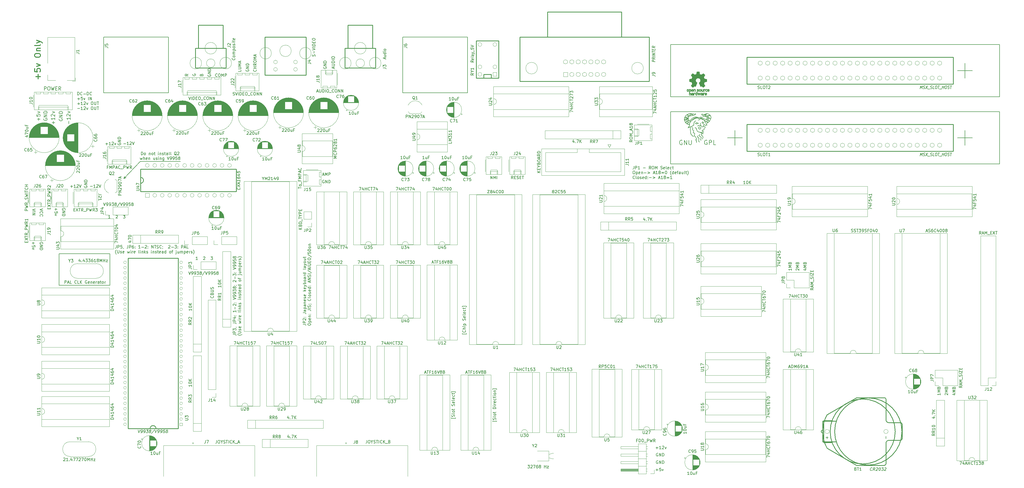
<source format=gto>
G04 #@! TF.GenerationSoftware,KiCad,Pcbnew,(5.1.6)-1*
G04 #@! TF.CreationDate,2021-11-23T06:49:39+02:00*
G04 #@! TF.ProjectId,Omega-Mainboard,4f6d6567-612d-44d6-9169-6e626f617264,rev?*
G04 #@! TF.SameCoordinates,Original*
G04 #@! TF.FileFunction,Legend,Top*
G04 #@! TF.FilePolarity,Positive*
%FSLAX46Y46*%
G04 Gerber Fmt 4.6, Leading zero omitted, Abs format (unit mm)*
G04 Created by KiCad (PCBNEW (5.1.6)-1) date 2021-11-23 06:49:39*
%MOMM*%
%LPD*%
G01*
G04 APERTURE LIST*
%ADD10C,0.150000*%
%ADD11C,0.200000*%
%ADD12C,0.300000*%
%ADD13C,0.010000*%
%ADD14C,0.120000*%
%ADD15C,0.254000*%
%ADD16C,0.100000*%
%ADD17C,0.203200*%
G04 APERTURE END LIST*
D10*
X41303571Y-115486904D02*
X41303571Y-116248809D01*
X40922619Y-115867857D02*
X41684523Y-115867857D01*
X41922619Y-117201190D02*
X41922619Y-116725000D01*
X41446428Y-116677380D01*
X41494047Y-116725000D01*
X41541666Y-116820238D01*
X41541666Y-117058333D01*
X41494047Y-117153571D01*
X41446428Y-117201190D01*
X41351190Y-117248809D01*
X41113095Y-117248809D01*
X41017857Y-117201190D01*
X40970238Y-117153571D01*
X40922619Y-117058333D01*
X40922619Y-116820238D01*
X40970238Y-116725000D01*
X41017857Y-116677380D01*
X41589285Y-117582142D02*
X40922619Y-117820238D01*
X41589285Y-118058333D01*
X44500000Y-116113095D02*
X44547619Y-116017857D01*
X44547619Y-115875000D01*
X44500000Y-115732142D01*
X44404761Y-115636904D01*
X44309523Y-115589285D01*
X44119047Y-115541666D01*
X43976190Y-115541666D01*
X43785714Y-115589285D01*
X43690476Y-115636904D01*
X43595238Y-115732142D01*
X43547619Y-115875000D01*
X43547619Y-115970238D01*
X43595238Y-116113095D01*
X43642857Y-116160714D01*
X43976190Y-116160714D01*
X43976190Y-115970238D01*
X43547619Y-116589285D02*
X44547619Y-116589285D01*
X43547619Y-117160714D01*
X44547619Y-117160714D01*
X43547619Y-117636904D02*
X44547619Y-117636904D01*
X44547619Y-117875000D01*
X44500000Y-118017857D01*
X44404761Y-118113095D01*
X44309523Y-118160714D01*
X44119047Y-118208333D01*
X43976190Y-118208333D01*
X43785714Y-118160714D01*
X43690476Y-118113095D01*
X43595238Y-118017857D01*
X43547619Y-117875000D01*
X43547619Y-117636904D01*
X56335595Y-65477380D02*
X56335595Y-64477380D01*
X56573690Y-64477380D01*
X56716547Y-64525000D01*
X56811785Y-64620238D01*
X56859404Y-64715476D01*
X56907023Y-64905952D01*
X56907023Y-65048809D01*
X56859404Y-65239285D01*
X56811785Y-65334523D01*
X56716547Y-65429761D01*
X56573690Y-65477380D01*
X56335595Y-65477380D01*
X57907023Y-65382142D02*
X57859404Y-65429761D01*
X57716547Y-65477380D01*
X57621309Y-65477380D01*
X57478452Y-65429761D01*
X57383214Y-65334523D01*
X57335595Y-65239285D01*
X57287976Y-65048809D01*
X57287976Y-64905952D01*
X57335595Y-64715476D01*
X57383214Y-64620238D01*
X57478452Y-64525000D01*
X57621309Y-64477380D01*
X57716547Y-64477380D01*
X57859404Y-64525000D01*
X57907023Y-64572619D01*
X58335595Y-65096428D02*
X59097500Y-65096428D01*
X59573690Y-65477380D02*
X59573690Y-64477380D01*
X59811785Y-64477380D01*
X59954642Y-64525000D01*
X60049880Y-64620238D01*
X60097500Y-64715476D01*
X60145119Y-64905952D01*
X60145119Y-65048809D01*
X60097500Y-65239285D01*
X60049880Y-65334523D01*
X59954642Y-65429761D01*
X59811785Y-65477380D01*
X59573690Y-65477380D01*
X61145119Y-65382142D02*
X61097500Y-65429761D01*
X60954642Y-65477380D01*
X60859404Y-65477380D01*
X60716547Y-65429761D01*
X60621309Y-65334523D01*
X60573690Y-65239285D01*
X60526071Y-65048809D01*
X60526071Y-64905952D01*
X60573690Y-64715476D01*
X60621309Y-64620238D01*
X60716547Y-64525000D01*
X60859404Y-64477380D01*
X60954642Y-64477380D01*
X61097500Y-64525000D01*
X61145119Y-64572619D01*
X56335595Y-66746428D02*
X57097500Y-66746428D01*
X56716547Y-67127380D02*
X56716547Y-66365476D01*
X58049880Y-66127380D02*
X57573690Y-66127380D01*
X57526071Y-66603571D01*
X57573690Y-66555952D01*
X57668928Y-66508333D01*
X57907023Y-66508333D01*
X58002261Y-66555952D01*
X58049880Y-66603571D01*
X58097500Y-66698809D01*
X58097500Y-66936904D01*
X58049880Y-67032142D01*
X58002261Y-67079761D01*
X57907023Y-67127380D01*
X57668928Y-67127380D01*
X57573690Y-67079761D01*
X57526071Y-67032142D01*
X58430833Y-66460714D02*
X58668928Y-67127380D01*
X58907023Y-66460714D01*
X60049880Y-67127380D02*
X60049880Y-66127380D01*
X60526071Y-67127380D02*
X60526071Y-66127380D01*
X61097500Y-67127380D01*
X61097500Y-66127380D01*
X56335595Y-68396428D02*
X57097500Y-68396428D01*
X56716547Y-68777380D02*
X56716547Y-68015476D01*
X58097500Y-68777380D02*
X57526071Y-68777380D01*
X57811785Y-68777380D02*
X57811785Y-67777380D01*
X57716547Y-67920238D01*
X57621309Y-68015476D01*
X57526071Y-68063095D01*
X58478452Y-67872619D02*
X58526071Y-67825000D01*
X58621309Y-67777380D01*
X58859404Y-67777380D01*
X58954642Y-67825000D01*
X59002261Y-67872619D01*
X59049880Y-67967857D01*
X59049880Y-68063095D01*
X59002261Y-68205952D01*
X58430833Y-68777380D01*
X59049880Y-68777380D01*
X59383214Y-68110714D02*
X59621309Y-68777380D01*
X59859404Y-68110714D01*
X61192738Y-67777380D02*
X61383214Y-67777380D01*
X61478452Y-67825000D01*
X61573690Y-67920238D01*
X61621309Y-68110714D01*
X61621309Y-68444047D01*
X61573690Y-68634523D01*
X61478452Y-68729761D01*
X61383214Y-68777380D01*
X61192738Y-68777380D01*
X61097500Y-68729761D01*
X61002261Y-68634523D01*
X60954642Y-68444047D01*
X60954642Y-68110714D01*
X61002261Y-67920238D01*
X61097500Y-67825000D01*
X61192738Y-67777380D01*
X62049880Y-67777380D02*
X62049880Y-68586904D01*
X62097500Y-68682142D01*
X62145119Y-68729761D01*
X62240357Y-68777380D01*
X62430833Y-68777380D01*
X62526071Y-68729761D01*
X62573690Y-68682142D01*
X62621309Y-68586904D01*
X62621309Y-67777380D01*
X62954642Y-67777380D02*
X63526071Y-67777380D01*
X63240357Y-68777380D02*
X63240357Y-67777380D01*
X56335595Y-70046428D02*
X57097500Y-70046428D01*
X58097500Y-70427380D02*
X57526071Y-70427380D01*
X57811785Y-70427380D02*
X57811785Y-69427380D01*
X57716547Y-69570238D01*
X57621309Y-69665476D01*
X57526071Y-69713095D01*
X58478452Y-69522619D02*
X58526071Y-69475000D01*
X58621309Y-69427380D01*
X58859404Y-69427380D01*
X58954642Y-69475000D01*
X59002261Y-69522619D01*
X59049880Y-69617857D01*
X59049880Y-69713095D01*
X59002261Y-69855952D01*
X58430833Y-70427380D01*
X59049880Y-70427380D01*
X59383214Y-69760714D02*
X59621309Y-70427380D01*
X59859404Y-69760714D01*
X61192738Y-69427380D02*
X61383214Y-69427380D01*
X61478452Y-69475000D01*
X61573690Y-69570238D01*
X61621309Y-69760714D01*
X61621309Y-70094047D01*
X61573690Y-70284523D01*
X61478452Y-70379761D01*
X61383214Y-70427380D01*
X61192738Y-70427380D01*
X61097500Y-70379761D01*
X61002261Y-70284523D01*
X60954642Y-70094047D01*
X60954642Y-69760714D01*
X61002261Y-69570238D01*
X61097500Y-69475000D01*
X61192738Y-69427380D01*
X62049880Y-69427380D02*
X62049880Y-70236904D01*
X62097500Y-70332142D01*
X62145119Y-70379761D01*
X62240357Y-70427380D01*
X62430833Y-70427380D01*
X62526071Y-70379761D01*
X62573690Y-70332142D01*
X62621309Y-70236904D01*
X62621309Y-69427380D01*
X62954642Y-69427380D02*
X63526071Y-69427380D01*
X63240357Y-70427380D02*
X63240357Y-69427380D01*
D11*
X44900000Y-73464285D02*
X44842857Y-73578571D01*
X44842857Y-73750000D01*
X44900000Y-73921428D01*
X45014285Y-74035714D01*
X45128571Y-74092857D01*
X45357142Y-74150000D01*
X45528571Y-74150000D01*
X45757142Y-74092857D01*
X45871428Y-74035714D01*
X45985714Y-73921428D01*
X46042857Y-73750000D01*
X46042857Y-73635714D01*
X45985714Y-73464285D01*
X45928571Y-73407142D01*
X45528571Y-73407142D01*
X45528571Y-73635714D01*
X46042857Y-72892857D02*
X44842857Y-72892857D01*
X46042857Y-72207142D01*
X44842857Y-72207142D01*
X46042857Y-71635714D02*
X44842857Y-71635714D01*
X44842857Y-71350000D01*
X44900000Y-71178571D01*
X45014285Y-71064285D01*
X45128571Y-71007142D01*
X45357142Y-70950000D01*
X45528571Y-70950000D01*
X45757142Y-71007142D01*
X45871428Y-71064285D01*
X45985714Y-71178571D01*
X46042857Y-71350000D01*
X46042857Y-71635714D01*
D10*
X97160714Y-121502380D02*
X96589285Y-121502380D01*
X96875000Y-121502380D02*
X96875000Y-120502380D01*
X96779761Y-120645238D01*
X96684523Y-120740476D01*
X96589285Y-120788095D01*
X99114285Y-120622619D02*
X99161904Y-120575000D01*
X99257142Y-120527380D01*
X99495238Y-120527380D01*
X99590476Y-120575000D01*
X99638095Y-120622619D01*
X99685714Y-120717857D01*
X99685714Y-120813095D01*
X99638095Y-120955952D01*
X99066666Y-121527380D01*
X99685714Y-121527380D01*
X101616666Y-120527380D02*
X102235714Y-120527380D01*
X101902380Y-120908333D01*
X102045238Y-120908333D01*
X102140476Y-120955952D01*
X102188095Y-121003571D01*
X102235714Y-121098809D01*
X102235714Y-121336904D01*
X102188095Y-121432142D01*
X102140476Y-121479761D01*
X102045238Y-121527380D01*
X101759523Y-121527380D01*
X101664285Y-121479761D01*
X101616666Y-121432142D01*
X71891666Y-106402380D02*
X72510714Y-106402380D01*
X72177380Y-106783333D01*
X72320238Y-106783333D01*
X72415476Y-106830952D01*
X72463095Y-106878571D01*
X72510714Y-106973809D01*
X72510714Y-107211904D01*
X72463095Y-107307142D01*
X72415476Y-107354761D01*
X72320238Y-107402380D01*
X72034523Y-107402380D01*
X71939285Y-107354761D01*
X71891666Y-107307142D01*
X69389285Y-106497619D02*
X69436904Y-106450000D01*
X69532142Y-106402380D01*
X69770238Y-106402380D01*
X69865476Y-106450000D01*
X69913095Y-106497619D01*
X69960714Y-106592857D01*
X69960714Y-106688095D01*
X69913095Y-106830952D01*
X69341666Y-107402380D01*
X69960714Y-107402380D01*
X67435714Y-107377380D02*
X66864285Y-107377380D01*
X67150000Y-107377380D02*
X67150000Y-106377380D01*
X67054761Y-106520238D01*
X66959523Y-106615476D01*
X66864285Y-106663095D01*
X72050000Y-93950000D02*
X72825000Y-93575000D01*
X72300000Y-93150000D02*
X72050000Y-93950000D01*
X77650000Y-88100000D02*
X91300000Y-88100000D01*
X72075000Y-93950000D02*
X77650000Y-88100000D01*
X77995238Y-85827380D02*
X77995238Y-84827380D01*
X78233333Y-84827380D01*
X78376190Y-84875000D01*
X78471428Y-84970238D01*
X78519047Y-85065476D01*
X78566666Y-85255952D01*
X78566666Y-85398809D01*
X78519047Y-85589285D01*
X78471428Y-85684523D01*
X78376190Y-85779761D01*
X78233333Y-85827380D01*
X77995238Y-85827380D01*
X79138095Y-85827380D02*
X79042857Y-85779761D01*
X78995238Y-85732142D01*
X78947619Y-85636904D01*
X78947619Y-85351190D01*
X78995238Y-85255952D01*
X79042857Y-85208333D01*
X79138095Y-85160714D01*
X79280952Y-85160714D01*
X79376190Y-85208333D01*
X79423809Y-85255952D01*
X79471428Y-85351190D01*
X79471428Y-85636904D01*
X79423809Y-85732142D01*
X79376190Y-85779761D01*
X79280952Y-85827380D01*
X79138095Y-85827380D01*
X80661904Y-85160714D02*
X80661904Y-85827380D01*
X80661904Y-85255952D02*
X80709523Y-85208333D01*
X80804761Y-85160714D01*
X80947619Y-85160714D01*
X81042857Y-85208333D01*
X81090476Y-85303571D01*
X81090476Y-85827380D01*
X81709523Y-85827380D02*
X81614285Y-85779761D01*
X81566666Y-85732142D01*
X81519047Y-85636904D01*
X81519047Y-85351190D01*
X81566666Y-85255952D01*
X81614285Y-85208333D01*
X81709523Y-85160714D01*
X81852380Y-85160714D01*
X81947619Y-85208333D01*
X81995238Y-85255952D01*
X82042857Y-85351190D01*
X82042857Y-85636904D01*
X81995238Y-85732142D01*
X81947619Y-85779761D01*
X81852380Y-85827380D01*
X81709523Y-85827380D01*
X82328571Y-85160714D02*
X82709523Y-85160714D01*
X82471428Y-84827380D02*
X82471428Y-85684523D01*
X82519047Y-85779761D01*
X82614285Y-85827380D01*
X82709523Y-85827380D01*
X83804761Y-85827380D02*
X83804761Y-85160714D01*
X83804761Y-84827380D02*
X83757142Y-84875000D01*
X83804761Y-84922619D01*
X83852380Y-84875000D01*
X83804761Y-84827380D01*
X83804761Y-84922619D01*
X84280952Y-85160714D02*
X84280952Y-85827380D01*
X84280952Y-85255952D02*
X84328571Y-85208333D01*
X84423809Y-85160714D01*
X84566666Y-85160714D01*
X84661904Y-85208333D01*
X84709523Y-85303571D01*
X84709523Y-85827380D01*
X85138095Y-85779761D02*
X85233333Y-85827380D01*
X85423809Y-85827380D01*
X85519047Y-85779761D01*
X85566666Y-85684523D01*
X85566666Y-85636904D01*
X85519047Y-85541666D01*
X85423809Y-85494047D01*
X85280952Y-85494047D01*
X85185714Y-85446428D01*
X85138095Y-85351190D01*
X85138095Y-85303571D01*
X85185714Y-85208333D01*
X85280952Y-85160714D01*
X85423809Y-85160714D01*
X85519047Y-85208333D01*
X85852380Y-85160714D02*
X86233333Y-85160714D01*
X85995238Y-84827380D02*
X85995238Y-85684523D01*
X86042857Y-85779761D01*
X86138095Y-85827380D01*
X86233333Y-85827380D01*
X86995238Y-85827380D02*
X86995238Y-85303571D01*
X86947619Y-85208333D01*
X86852380Y-85160714D01*
X86661904Y-85160714D01*
X86566666Y-85208333D01*
X86995238Y-85779761D02*
X86900000Y-85827380D01*
X86661904Y-85827380D01*
X86566666Y-85779761D01*
X86519047Y-85684523D01*
X86519047Y-85589285D01*
X86566666Y-85494047D01*
X86661904Y-85446428D01*
X86900000Y-85446428D01*
X86995238Y-85398809D01*
X87614285Y-85827380D02*
X87519047Y-85779761D01*
X87471428Y-85684523D01*
X87471428Y-84827380D01*
X88138095Y-85827380D02*
X88042857Y-85779761D01*
X87995238Y-85684523D01*
X87995238Y-84827380D01*
X89947619Y-85922619D02*
X89852380Y-85875000D01*
X89757142Y-85779761D01*
X89614285Y-85636904D01*
X89519047Y-85589285D01*
X89423809Y-85589285D01*
X89471428Y-85827380D02*
X89376190Y-85779761D01*
X89280952Y-85684523D01*
X89233333Y-85494047D01*
X89233333Y-85160714D01*
X89280952Y-84970238D01*
X89376190Y-84875000D01*
X89471428Y-84827380D01*
X89661904Y-84827380D01*
X89757142Y-84875000D01*
X89852380Y-84970238D01*
X89900000Y-85160714D01*
X89900000Y-85494047D01*
X89852380Y-85684523D01*
X89757142Y-85779761D01*
X89661904Y-85827380D01*
X89471428Y-85827380D01*
X90280952Y-84922619D02*
X90328571Y-84875000D01*
X90423809Y-84827380D01*
X90661904Y-84827380D01*
X90757142Y-84875000D01*
X90804761Y-84922619D01*
X90852380Y-85017857D01*
X90852380Y-85113095D01*
X90804761Y-85255952D01*
X90233333Y-85827380D01*
X90852380Y-85827380D01*
X77590476Y-86810714D02*
X77780952Y-87477380D01*
X77971428Y-87001190D01*
X78161904Y-87477380D01*
X78352380Y-86810714D01*
X78733333Y-87477380D02*
X78733333Y-86477380D01*
X79161904Y-87477380D02*
X79161904Y-86953571D01*
X79114285Y-86858333D01*
X79019047Y-86810714D01*
X78876190Y-86810714D01*
X78780952Y-86858333D01*
X78733333Y-86905952D01*
X80019047Y-87429761D02*
X79923809Y-87477380D01*
X79733333Y-87477380D01*
X79638095Y-87429761D01*
X79590476Y-87334523D01*
X79590476Y-86953571D01*
X79638095Y-86858333D01*
X79733333Y-86810714D01*
X79923809Y-86810714D01*
X80019047Y-86858333D01*
X80066666Y-86953571D01*
X80066666Y-87048809D01*
X79590476Y-87144047D01*
X80495238Y-86810714D02*
X80495238Y-87477380D01*
X80495238Y-86905952D02*
X80542857Y-86858333D01*
X80638095Y-86810714D01*
X80780952Y-86810714D01*
X80876190Y-86858333D01*
X80923809Y-86953571D01*
X80923809Y-87477380D01*
X82590476Y-86810714D02*
X82590476Y-87477380D01*
X82161904Y-86810714D02*
X82161904Y-87334523D01*
X82209523Y-87429761D01*
X82304761Y-87477380D01*
X82447619Y-87477380D01*
X82542857Y-87429761D01*
X82590476Y-87382142D01*
X83019047Y-87429761D02*
X83114285Y-87477380D01*
X83304761Y-87477380D01*
X83400000Y-87429761D01*
X83447619Y-87334523D01*
X83447619Y-87286904D01*
X83400000Y-87191666D01*
X83304761Y-87144047D01*
X83161904Y-87144047D01*
X83066666Y-87096428D01*
X83019047Y-87001190D01*
X83019047Y-86953571D01*
X83066666Y-86858333D01*
X83161904Y-86810714D01*
X83304761Y-86810714D01*
X83400000Y-86858333D01*
X83876190Y-87477380D02*
X83876190Y-86810714D01*
X83876190Y-86477380D02*
X83828571Y-86525000D01*
X83876190Y-86572619D01*
X83923809Y-86525000D01*
X83876190Y-86477380D01*
X83876190Y-86572619D01*
X84352380Y-86810714D02*
X84352380Y-87477380D01*
X84352380Y-86905952D02*
X84400000Y-86858333D01*
X84495238Y-86810714D01*
X84638095Y-86810714D01*
X84733333Y-86858333D01*
X84780952Y-86953571D01*
X84780952Y-87477380D01*
X85685714Y-86810714D02*
X85685714Y-87620238D01*
X85638095Y-87715476D01*
X85590476Y-87763095D01*
X85495238Y-87810714D01*
X85352380Y-87810714D01*
X85257142Y-87763095D01*
X85685714Y-87429761D02*
X85590476Y-87477380D01*
X85400000Y-87477380D01*
X85304761Y-87429761D01*
X85257142Y-87382142D01*
X85209523Y-87286904D01*
X85209523Y-87001190D01*
X85257142Y-86905952D01*
X85304761Y-86858333D01*
X85400000Y-86810714D01*
X85590476Y-86810714D01*
X85685714Y-86858333D01*
X86780952Y-86477380D02*
X87114285Y-87477380D01*
X87447619Y-86477380D01*
X87828571Y-87477380D02*
X88019047Y-87477380D01*
X88114285Y-87429761D01*
X88161904Y-87382142D01*
X88257142Y-87239285D01*
X88304761Y-87048809D01*
X88304761Y-86667857D01*
X88257142Y-86572619D01*
X88209523Y-86525000D01*
X88114285Y-86477380D01*
X87923809Y-86477380D01*
X87828571Y-86525000D01*
X87780952Y-86572619D01*
X87733333Y-86667857D01*
X87733333Y-86905952D01*
X87780952Y-87001190D01*
X87828571Y-87048809D01*
X87923809Y-87096428D01*
X88114285Y-87096428D01*
X88209523Y-87048809D01*
X88257142Y-87001190D01*
X88304761Y-86905952D01*
X88780952Y-87477380D02*
X88971428Y-87477380D01*
X89066666Y-87429761D01*
X89114285Y-87382142D01*
X89209523Y-87239285D01*
X89257142Y-87048809D01*
X89257142Y-86667857D01*
X89209523Y-86572619D01*
X89161904Y-86525000D01*
X89066666Y-86477380D01*
X88876190Y-86477380D01*
X88780952Y-86525000D01*
X88733333Y-86572619D01*
X88685714Y-86667857D01*
X88685714Y-86905952D01*
X88733333Y-87001190D01*
X88780952Y-87048809D01*
X88876190Y-87096428D01*
X89066666Y-87096428D01*
X89161904Y-87048809D01*
X89209523Y-87001190D01*
X89257142Y-86905952D01*
X90161904Y-86477380D02*
X89685714Y-86477380D01*
X89638095Y-86953571D01*
X89685714Y-86905952D01*
X89780952Y-86858333D01*
X90019047Y-86858333D01*
X90114285Y-86905952D01*
X90161904Y-86953571D01*
X90209523Y-87048809D01*
X90209523Y-87286904D01*
X90161904Y-87382142D01*
X90114285Y-87429761D01*
X90019047Y-87477380D01*
X89780952Y-87477380D01*
X89685714Y-87429761D01*
X89638095Y-87382142D01*
X90780952Y-86905952D02*
X90685714Y-86858333D01*
X90638095Y-86810714D01*
X90590476Y-86715476D01*
X90590476Y-86667857D01*
X90638095Y-86572619D01*
X90685714Y-86525000D01*
X90780952Y-86477380D01*
X90971428Y-86477380D01*
X91066666Y-86525000D01*
X91114285Y-86572619D01*
X91161904Y-86667857D01*
X91161904Y-86715476D01*
X91114285Y-86810714D01*
X91066666Y-86858333D01*
X90971428Y-86905952D01*
X90780952Y-86905952D01*
X90685714Y-86953571D01*
X90638095Y-87001190D01*
X90590476Y-87096428D01*
X90590476Y-87286904D01*
X90638095Y-87382142D01*
X90685714Y-87429761D01*
X90780952Y-87477380D01*
X90971428Y-87477380D01*
X91066666Y-87429761D01*
X91114285Y-87382142D01*
X91161904Y-87286904D01*
X91161904Y-87096428D01*
X91114285Y-87001190D01*
X91066666Y-86953571D01*
X90971428Y-86905952D01*
X140113095Y-94475000D02*
X140017857Y-94427380D01*
X139875000Y-94427380D01*
X139732142Y-94475000D01*
X139636904Y-94570238D01*
X139589285Y-94665476D01*
X139541666Y-94855952D01*
X139541666Y-94998809D01*
X139589285Y-95189285D01*
X139636904Y-95284523D01*
X139732142Y-95379761D01*
X139875000Y-95427380D01*
X139970238Y-95427380D01*
X140113095Y-95379761D01*
X140160714Y-95332142D01*
X140160714Y-94998809D01*
X139970238Y-94998809D01*
X140589285Y-95427380D02*
X140589285Y-94427380D01*
X141160714Y-95427380D01*
X141160714Y-94427380D01*
X141636904Y-95427380D02*
X141636904Y-94427380D01*
X141875000Y-94427380D01*
X142017857Y-94475000D01*
X142113095Y-94570238D01*
X142160714Y-94665476D01*
X142208333Y-94855952D01*
X142208333Y-94998809D01*
X142160714Y-95189285D01*
X142113095Y-95284523D01*
X142017857Y-95379761D01*
X141875000Y-95427380D01*
X141636904Y-95427380D01*
X60613095Y-96571428D02*
X61375000Y-96571428D01*
X62375000Y-96952380D02*
X61803571Y-96952380D01*
X62089285Y-96952380D02*
X62089285Y-95952380D01*
X61994047Y-96095238D01*
X61898809Y-96190476D01*
X61803571Y-96238095D01*
X62755952Y-96047619D02*
X62803571Y-96000000D01*
X62898809Y-95952380D01*
X63136904Y-95952380D01*
X63232142Y-96000000D01*
X63279761Y-96047619D01*
X63327380Y-96142857D01*
X63327380Y-96238095D01*
X63279761Y-96380952D01*
X62708333Y-96952380D01*
X63327380Y-96952380D01*
X63613095Y-95952380D02*
X63946428Y-96952380D01*
X64279761Y-95952380D01*
X53938095Y-96571428D02*
X54700000Y-96571428D01*
X54319047Y-96952380D02*
X54319047Y-96190476D01*
X55700000Y-96952380D02*
X55128571Y-96952380D01*
X55414285Y-96952380D02*
X55414285Y-95952380D01*
X55319047Y-96095238D01*
X55223809Y-96190476D01*
X55128571Y-96238095D01*
X56080952Y-96047619D02*
X56128571Y-96000000D01*
X56223809Y-95952380D01*
X56461904Y-95952380D01*
X56557142Y-96000000D01*
X56604761Y-96047619D01*
X56652380Y-96142857D01*
X56652380Y-96238095D01*
X56604761Y-96380952D01*
X56033333Y-96952380D01*
X56652380Y-96952380D01*
X56938095Y-95952380D02*
X57271428Y-96952380D01*
X57604761Y-95952380D01*
X117007142Y-56813095D02*
X117054761Y-56860714D01*
X117102380Y-57003571D01*
X117102380Y-57098809D01*
X117054761Y-57241666D01*
X116959523Y-57336904D01*
X116864285Y-57384523D01*
X116673809Y-57432142D01*
X116530952Y-57432142D01*
X116340476Y-57384523D01*
X116245238Y-57336904D01*
X116150000Y-57241666D01*
X116102380Y-57098809D01*
X116102380Y-57003571D01*
X116150000Y-56860714D01*
X116197619Y-56813095D01*
X117102380Y-56384523D02*
X116102380Y-56384523D01*
X116578571Y-56384523D02*
X116578571Y-55813095D01*
X117102380Y-55813095D02*
X116102380Y-55813095D01*
X117102380Y-54765476D02*
X116626190Y-55098809D01*
X117102380Y-55336904D02*
X116102380Y-55336904D01*
X116102380Y-54955952D01*
X116150000Y-54860714D01*
X116197619Y-54813095D01*
X116292857Y-54765476D01*
X116435714Y-54765476D01*
X116530952Y-54813095D01*
X116578571Y-54860714D01*
X116626190Y-54955952D01*
X116626190Y-55336904D01*
X116102380Y-54146428D02*
X116102380Y-53955952D01*
X116150000Y-53860714D01*
X116245238Y-53765476D01*
X116435714Y-53717857D01*
X116769047Y-53717857D01*
X116959523Y-53765476D01*
X117054761Y-53860714D01*
X117102380Y-53955952D01*
X117102380Y-54146428D01*
X117054761Y-54241666D01*
X116959523Y-54336904D01*
X116769047Y-54384523D01*
X116435714Y-54384523D01*
X116245238Y-54336904D01*
X116150000Y-54241666D01*
X116102380Y-54146428D01*
X117102380Y-53289285D02*
X116102380Y-53289285D01*
X116816666Y-52955952D01*
X116102380Y-52622619D01*
X117102380Y-52622619D01*
X116816666Y-52194047D02*
X116816666Y-51717857D01*
X117102380Y-52289285D02*
X116102380Y-51955952D01*
X117102380Y-51622619D01*
X113600000Y-56836904D02*
X113552380Y-56932142D01*
X113552380Y-57075000D01*
X113600000Y-57217857D01*
X113695238Y-57313095D01*
X113790476Y-57360714D01*
X113980952Y-57408333D01*
X114123809Y-57408333D01*
X114314285Y-57360714D01*
X114409523Y-57313095D01*
X114504761Y-57217857D01*
X114552380Y-57075000D01*
X114552380Y-56979761D01*
X114504761Y-56836904D01*
X114457142Y-56789285D01*
X114123809Y-56789285D01*
X114123809Y-56979761D01*
X114552380Y-56360714D02*
X113552380Y-56360714D01*
X114552380Y-55789285D01*
X113552380Y-55789285D01*
X114552380Y-55313095D02*
X113552380Y-55313095D01*
X113552380Y-55075000D01*
X113600000Y-54932142D01*
X113695238Y-54836904D01*
X113790476Y-54789285D01*
X113980952Y-54741666D01*
X114123809Y-54741666D01*
X114314285Y-54789285D01*
X114409523Y-54836904D01*
X114504761Y-54932142D01*
X114552380Y-55075000D01*
X114552380Y-55313095D01*
X111902380Y-56914285D02*
X111902380Y-57390476D01*
X110902380Y-57390476D01*
X110902380Y-56580952D02*
X111711904Y-56580952D01*
X111807142Y-56533333D01*
X111854761Y-56485714D01*
X111902380Y-56390476D01*
X111902380Y-56200000D01*
X111854761Y-56104761D01*
X111807142Y-56057142D01*
X111711904Y-56009523D01*
X110902380Y-56009523D01*
X111902380Y-55533333D02*
X110902380Y-55533333D01*
X111616666Y-55200000D01*
X110902380Y-54866666D01*
X111902380Y-54866666D01*
X111616666Y-54438095D02*
X111616666Y-53961904D01*
X111902380Y-54533333D02*
X110902380Y-54200000D01*
X111902380Y-53866666D01*
X253513095Y-187425000D02*
X253417857Y-187377380D01*
X253275000Y-187377380D01*
X253132142Y-187425000D01*
X253036904Y-187520238D01*
X252989285Y-187615476D01*
X252941666Y-187805952D01*
X252941666Y-187948809D01*
X252989285Y-188139285D01*
X253036904Y-188234523D01*
X253132142Y-188329761D01*
X253275000Y-188377380D01*
X253370238Y-188377380D01*
X253513095Y-188329761D01*
X253560714Y-188282142D01*
X253560714Y-187948809D01*
X253370238Y-187948809D01*
X253989285Y-188377380D02*
X253989285Y-187377380D01*
X254560714Y-188377380D01*
X254560714Y-187377380D01*
X255036904Y-188377380D02*
X255036904Y-187377380D01*
X255275000Y-187377380D01*
X255417857Y-187425000D01*
X255513095Y-187520238D01*
X255560714Y-187615476D01*
X255608333Y-187805952D01*
X255608333Y-187948809D01*
X255560714Y-188139285D01*
X255513095Y-188234523D01*
X255417857Y-188329761D01*
X255275000Y-188377380D01*
X255036904Y-188377380D01*
X253513095Y-189975000D02*
X253417857Y-189927380D01*
X253275000Y-189927380D01*
X253132142Y-189975000D01*
X253036904Y-190070238D01*
X252989285Y-190165476D01*
X252941666Y-190355952D01*
X252941666Y-190498809D01*
X252989285Y-190689285D01*
X253036904Y-190784523D01*
X253132142Y-190879761D01*
X253275000Y-190927380D01*
X253370238Y-190927380D01*
X253513095Y-190879761D01*
X253560714Y-190832142D01*
X253560714Y-190498809D01*
X253370238Y-190498809D01*
X253989285Y-190927380D02*
X253989285Y-189927380D01*
X254560714Y-190927380D01*
X254560714Y-189927380D01*
X255036904Y-190927380D02*
X255036904Y-189927380D01*
X255275000Y-189927380D01*
X255417857Y-189975000D01*
X255513095Y-190070238D01*
X255560714Y-190165476D01*
X255608333Y-190355952D01*
X255608333Y-190498809D01*
X255560714Y-190689285D01*
X255513095Y-190784523D01*
X255417857Y-190879761D01*
X255275000Y-190927380D01*
X255036904Y-190927380D01*
X252836904Y-193046428D02*
X253598809Y-193046428D01*
X253217857Y-193427380D02*
X253217857Y-192665476D01*
X254551190Y-192427380D02*
X254075000Y-192427380D01*
X254027380Y-192903571D01*
X254075000Y-192855952D01*
X254170238Y-192808333D01*
X254408333Y-192808333D01*
X254503571Y-192855952D01*
X254551190Y-192903571D01*
X254598809Y-192998809D01*
X254598809Y-193236904D01*
X254551190Y-193332142D01*
X254503571Y-193379761D01*
X254408333Y-193427380D01*
X254170238Y-193427380D01*
X254075000Y-193379761D01*
X254027380Y-193332142D01*
X254932142Y-192760714D02*
X255170238Y-193427380D01*
X255408333Y-192760714D01*
X252835714Y-185546428D02*
X253597619Y-185546428D01*
X253216666Y-185927380D02*
X253216666Y-185165476D01*
X254597619Y-185927380D02*
X254026190Y-185927380D01*
X254311904Y-185927380D02*
X254311904Y-184927380D01*
X254216666Y-185070238D01*
X254121428Y-185165476D01*
X254026190Y-185213095D01*
X254978571Y-185022619D02*
X255026190Y-184975000D01*
X255121428Y-184927380D01*
X255359523Y-184927380D01*
X255454761Y-184975000D01*
X255502380Y-185022619D01*
X255550000Y-185117857D01*
X255550000Y-185213095D01*
X255502380Y-185355952D01*
X254930952Y-185927380D01*
X255550000Y-185927380D01*
X255883333Y-185260714D02*
X256121428Y-185927380D01*
X256359523Y-185260714D01*
X44547619Y-104166666D02*
X43547619Y-104500000D01*
X44547619Y-104833333D01*
X43642857Y-105738095D02*
X43595238Y-105690476D01*
X43547619Y-105547619D01*
X43547619Y-105452380D01*
X43595238Y-105309523D01*
X43690476Y-105214285D01*
X43785714Y-105166666D01*
X43976190Y-105119047D01*
X44119047Y-105119047D01*
X44309523Y-105166666D01*
X44404761Y-105214285D01*
X44500000Y-105309523D01*
X44547619Y-105452380D01*
X44547619Y-105547619D01*
X44500000Y-105690476D01*
X44452380Y-105738095D01*
X43642857Y-106738095D02*
X43595238Y-106690476D01*
X43547619Y-106547619D01*
X43547619Y-106452380D01*
X43595238Y-106309523D01*
X43690476Y-106214285D01*
X43785714Y-106166666D01*
X43976190Y-106119047D01*
X44119047Y-106119047D01*
X44309523Y-106166666D01*
X44404761Y-106214285D01*
X44500000Y-106309523D01*
X44547619Y-106452380D01*
X44547619Y-106547619D01*
X44500000Y-106690476D01*
X44452380Y-106738095D01*
X52100000Y-104538095D02*
X52147619Y-104442857D01*
X52147619Y-104300000D01*
X52100000Y-104157142D01*
X52004761Y-104061904D01*
X51909523Y-104014285D01*
X51719047Y-103966666D01*
X51576190Y-103966666D01*
X51385714Y-104014285D01*
X51290476Y-104061904D01*
X51195238Y-104157142D01*
X51147619Y-104300000D01*
X51147619Y-104395238D01*
X51195238Y-104538095D01*
X51242857Y-104585714D01*
X51576190Y-104585714D01*
X51576190Y-104395238D01*
X51147619Y-105014285D02*
X52147619Y-105014285D01*
X51147619Y-105585714D01*
X52147619Y-105585714D01*
X51147619Y-106061904D02*
X52147619Y-106061904D01*
X52147619Y-106300000D01*
X52100000Y-106442857D01*
X52004761Y-106538095D01*
X51909523Y-106585714D01*
X51719047Y-106633333D01*
X51576190Y-106633333D01*
X51385714Y-106585714D01*
X51290476Y-106538095D01*
X51195238Y-106442857D01*
X51147619Y-106300000D01*
X51147619Y-106061904D01*
X48978571Y-103961904D02*
X48978571Y-104723809D01*
X48597619Y-104342857D02*
X49359523Y-104342857D01*
X49597619Y-105676190D02*
X49597619Y-105200000D01*
X49121428Y-105152380D01*
X49169047Y-105200000D01*
X49216666Y-105295238D01*
X49216666Y-105533333D01*
X49169047Y-105628571D01*
X49121428Y-105676190D01*
X49026190Y-105723809D01*
X48788095Y-105723809D01*
X48692857Y-105676190D01*
X48645238Y-105628571D01*
X48597619Y-105533333D01*
X48597619Y-105295238D01*
X48645238Y-105200000D01*
X48692857Y-105152380D01*
X49264285Y-106057142D02*
X48597619Y-106295238D01*
X49264285Y-106533333D01*
X41997619Y-104254761D02*
X40997619Y-104588095D01*
X41997619Y-104921428D01*
X40997619Y-105254761D02*
X41997619Y-105254761D01*
X40997619Y-105730952D02*
X41997619Y-105730952D01*
X40997619Y-106302380D01*
X41997619Y-106302380D01*
X58675000Y-96436904D02*
X58627380Y-96532142D01*
X58627380Y-96675000D01*
X58675000Y-96817857D01*
X58770238Y-96913095D01*
X58865476Y-96960714D01*
X59055952Y-97008333D01*
X59198809Y-97008333D01*
X59389285Y-96960714D01*
X59484523Y-96913095D01*
X59579761Y-96817857D01*
X59627380Y-96675000D01*
X59627380Y-96579761D01*
X59579761Y-96436904D01*
X59532142Y-96389285D01*
X59198809Y-96389285D01*
X59198809Y-96579761D01*
X59627380Y-95960714D02*
X58627380Y-95960714D01*
X59627380Y-95389285D01*
X58627380Y-95389285D01*
X59627380Y-94913095D02*
X58627380Y-94913095D01*
X58627380Y-94675000D01*
X58675000Y-94532142D01*
X58770238Y-94436904D01*
X58865476Y-94389285D01*
X59055952Y-94341666D01*
X59198809Y-94341666D01*
X59389285Y-94389285D01*
X59484523Y-94436904D01*
X59579761Y-94532142D01*
X59627380Y-94675000D01*
X59627380Y-94913095D01*
X143391666Y-56423809D02*
X143391666Y-55947619D01*
X143677380Y-56519047D02*
X142677380Y-56185714D01*
X143677380Y-55852380D01*
X142677380Y-55519047D02*
X143486904Y-55519047D01*
X143582142Y-55471428D01*
X143629761Y-55423809D01*
X143677380Y-55328571D01*
X143677380Y-55138095D01*
X143629761Y-55042857D01*
X143582142Y-54995238D01*
X143486904Y-54947619D01*
X142677380Y-54947619D01*
X143677380Y-54471428D02*
X142677380Y-54471428D01*
X142677380Y-54233333D01*
X142725000Y-54090476D01*
X142820238Y-53995238D01*
X142915476Y-53947619D01*
X143105952Y-53900000D01*
X143248809Y-53900000D01*
X143439285Y-53947619D01*
X143534523Y-53995238D01*
X143629761Y-54090476D01*
X143677380Y-54233333D01*
X143677380Y-54471428D01*
X143677380Y-53471428D02*
X142677380Y-53471428D01*
X142677380Y-52804761D02*
X142677380Y-52614285D01*
X142725000Y-52519047D01*
X142820238Y-52423809D01*
X143010714Y-52376190D01*
X143344047Y-52376190D01*
X143534523Y-52423809D01*
X143629761Y-52519047D01*
X143677380Y-52614285D01*
X143677380Y-52804761D01*
X143629761Y-52900000D01*
X143534523Y-52995238D01*
X143344047Y-53042857D01*
X143010714Y-53042857D01*
X142820238Y-52995238D01*
X142725000Y-52900000D01*
X142677380Y-52804761D01*
X139975000Y-55936904D02*
X139927380Y-56032142D01*
X139927380Y-56175000D01*
X139975000Y-56317857D01*
X140070238Y-56413095D01*
X140165476Y-56460714D01*
X140355952Y-56508333D01*
X140498809Y-56508333D01*
X140689285Y-56460714D01*
X140784523Y-56413095D01*
X140879761Y-56317857D01*
X140927380Y-56175000D01*
X140927380Y-56079761D01*
X140879761Y-55936904D01*
X140832142Y-55889285D01*
X140498809Y-55889285D01*
X140498809Y-56079761D01*
X140927380Y-55460714D02*
X139927380Y-55460714D01*
X140927380Y-54889285D01*
X139927380Y-54889285D01*
X140927380Y-54413095D02*
X139927380Y-54413095D01*
X139927380Y-54175000D01*
X139975000Y-54032142D01*
X140070238Y-53936904D01*
X140165476Y-53889285D01*
X140355952Y-53841666D01*
X140498809Y-53841666D01*
X140689285Y-53889285D01*
X140784523Y-53936904D01*
X140879761Y-54032142D01*
X140927380Y-54175000D01*
X140927380Y-54413095D01*
X103814285Y-59082142D02*
X103766666Y-59129761D01*
X103623809Y-59177380D01*
X103528571Y-59177380D01*
X103385714Y-59129761D01*
X103290476Y-59034523D01*
X103242857Y-58939285D01*
X103195238Y-58748809D01*
X103195238Y-58605952D01*
X103242857Y-58415476D01*
X103290476Y-58320238D01*
X103385714Y-58225000D01*
X103528571Y-58177380D01*
X103623809Y-58177380D01*
X103766666Y-58225000D01*
X103814285Y-58272619D01*
X104433333Y-58177380D02*
X104623809Y-58177380D01*
X104719047Y-58225000D01*
X104814285Y-58320238D01*
X104861904Y-58510714D01*
X104861904Y-58844047D01*
X104814285Y-59034523D01*
X104719047Y-59129761D01*
X104623809Y-59177380D01*
X104433333Y-59177380D01*
X104338095Y-59129761D01*
X104242857Y-59034523D01*
X104195238Y-58844047D01*
X104195238Y-58510714D01*
X104242857Y-58320238D01*
X104338095Y-58225000D01*
X104433333Y-58177380D01*
X105290476Y-59177380D02*
X105290476Y-58177380D01*
X105623809Y-58891666D01*
X105957142Y-58177380D01*
X105957142Y-59177380D01*
X106433333Y-59177380D02*
X106433333Y-58177380D01*
X106814285Y-58177380D01*
X106909523Y-58225000D01*
X106957142Y-58272619D01*
X107004761Y-58367857D01*
X107004761Y-58510714D01*
X106957142Y-58605952D01*
X106909523Y-58653571D01*
X106814285Y-58701190D01*
X106433333Y-58701190D01*
X100650000Y-58586904D02*
X100602380Y-58682142D01*
X100602380Y-58825000D01*
X100650000Y-58967857D01*
X100745238Y-59063095D01*
X100840476Y-59110714D01*
X101030952Y-59158333D01*
X101173809Y-59158333D01*
X101364285Y-59110714D01*
X101459523Y-59063095D01*
X101554761Y-58967857D01*
X101602380Y-58825000D01*
X101602380Y-58729761D01*
X101554761Y-58586904D01*
X101507142Y-58539285D01*
X101173809Y-58539285D01*
X101173809Y-58729761D01*
X101602380Y-58110714D02*
X100602380Y-58110714D01*
X101602380Y-57539285D01*
X100602380Y-57539285D01*
X101602380Y-57063095D02*
X100602380Y-57063095D01*
X100602380Y-56825000D01*
X100650000Y-56682142D01*
X100745238Y-56586904D01*
X100840476Y-56539285D01*
X101030952Y-56491666D01*
X101173809Y-56491666D01*
X101364285Y-56539285D01*
X101459523Y-56586904D01*
X101554761Y-56682142D01*
X101602380Y-56825000D01*
X101602380Y-57063095D01*
X98478571Y-58603571D02*
X98526190Y-58460714D01*
X98573809Y-58413095D01*
X98669047Y-58365476D01*
X98811904Y-58365476D01*
X98907142Y-58413095D01*
X98954761Y-58460714D01*
X99002380Y-58555952D01*
X99002380Y-58936904D01*
X98002380Y-58936904D01*
X98002380Y-58603571D01*
X98050000Y-58508333D01*
X98097619Y-58460714D01*
X98192857Y-58413095D01*
X98288095Y-58413095D01*
X98383333Y-58460714D01*
X98430952Y-58508333D01*
X98478571Y-58603571D01*
X98478571Y-58936904D01*
X95500000Y-58338095D02*
X95452380Y-58433333D01*
X95452380Y-58576190D01*
X95500000Y-58719047D01*
X95595238Y-58814285D01*
X95690476Y-58861904D01*
X95880952Y-58909523D01*
X96023809Y-58909523D01*
X96214285Y-58861904D01*
X96309523Y-58814285D01*
X96404761Y-58719047D01*
X96452380Y-58576190D01*
X96452380Y-58480952D01*
X96404761Y-58338095D01*
X96357142Y-58290476D01*
X96023809Y-58290476D01*
X96023809Y-58480952D01*
X93902380Y-58340476D02*
X93426190Y-58673809D01*
X93902380Y-58911904D02*
X92902380Y-58911904D01*
X92902380Y-58530952D01*
X92950000Y-58435714D01*
X92997619Y-58388095D01*
X93092857Y-58340476D01*
X93235714Y-58340476D01*
X93330952Y-58388095D01*
X93378571Y-58435714D01*
X93426190Y-58530952D01*
X93426190Y-58911904D01*
X70075000Y-81886904D02*
X70027380Y-81982142D01*
X70027380Y-82125000D01*
X70075000Y-82267857D01*
X70170238Y-82363095D01*
X70265476Y-82410714D01*
X70455952Y-82458333D01*
X70598809Y-82458333D01*
X70789285Y-82410714D01*
X70884523Y-82363095D01*
X70979761Y-82267857D01*
X71027380Y-82125000D01*
X71027380Y-82029761D01*
X70979761Y-81886904D01*
X70932142Y-81839285D01*
X70598809Y-81839285D01*
X70598809Y-82029761D01*
X71027380Y-81410714D02*
X70027380Y-81410714D01*
X71027380Y-80839285D01*
X70027380Y-80839285D01*
X71027380Y-80363095D02*
X70027380Y-80363095D01*
X70027380Y-80125000D01*
X70075000Y-79982142D01*
X70170238Y-79886904D01*
X70265476Y-79839285D01*
X70455952Y-79791666D01*
X70598809Y-79791666D01*
X70789285Y-79839285D01*
X70884523Y-79886904D01*
X70979761Y-79982142D01*
X71027380Y-80125000D01*
X71027380Y-80363095D01*
X65860714Y-82071428D02*
X66622619Y-82071428D01*
X66241666Y-82452380D02*
X66241666Y-81690476D01*
X67622619Y-82452380D02*
X67051190Y-82452380D01*
X67336904Y-82452380D02*
X67336904Y-81452380D01*
X67241666Y-81595238D01*
X67146428Y-81690476D01*
X67051190Y-81738095D01*
X68003571Y-81547619D02*
X68051190Y-81500000D01*
X68146428Y-81452380D01*
X68384523Y-81452380D01*
X68479761Y-81500000D01*
X68527380Y-81547619D01*
X68575000Y-81642857D01*
X68575000Y-81738095D01*
X68527380Y-81880952D01*
X67955952Y-82452380D01*
X68575000Y-82452380D01*
X68908333Y-81785714D02*
X69146428Y-82452380D01*
X69384523Y-81785714D01*
D11*
X71963095Y-82021428D02*
X72725000Y-82021428D01*
X73725000Y-82402380D02*
X73153571Y-82402380D01*
X73439285Y-82402380D02*
X73439285Y-81402380D01*
X73344047Y-81545238D01*
X73248809Y-81640476D01*
X73153571Y-81688095D01*
X74105952Y-81497619D02*
X74153571Y-81450000D01*
X74248809Y-81402380D01*
X74486904Y-81402380D01*
X74582142Y-81450000D01*
X74629761Y-81497619D01*
X74677380Y-81592857D01*
X74677380Y-81688095D01*
X74629761Y-81830952D01*
X74058333Y-82402380D01*
X74677380Y-82402380D01*
X74963095Y-81402380D02*
X75296428Y-82402380D01*
X75629761Y-81402380D01*
D10*
X139615476Y-92616666D02*
X140091666Y-92616666D01*
X139520238Y-92902380D02*
X139853571Y-91902380D01*
X140186904Y-92902380D01*
X140520238Y-92902380D02*
X140520238Y-91902380D01*
X140853571Y-92616666D01*
X141186904Y-91902380D01*
X141186904Y-92902380D01*
X141663095Y-92902380D02*
X141663095Y-91902380D01*
X142044047Y-91902380D01*
X142139285Y-91950000D01*
X142186904Y-91997619D01*
X142234523Y-92092857D01*
X142234523Y-92235714D01*
X142186904Y-92330952D01*
X142139285Y-92378571D01*
X142044047Y-92426190D01*
X141663095Y-92426190D01*
X67300000Y-119450000D02*
X50075000Y-119450000D01*
X67300000Y-130200000D02*
X67300000Y-119450000D01*
X50075000Y-130200000D02*
X67300000Y-130200000D01*
X50075000Y-119450000D02*
X50075000Y-130200000D01*
X303315714Y-124648333D02*
X303982380Y-124648333D01*
X302934761Y-124886428D02*
X303649047Y-125124523D01*
X303649047Y-124505476D01*
X303982380Y-124124523D02*
X302982380Y-124124523D01*
X303696666Y-123791190D01*
X302982380Y-123457857D01*
X303982380Y-123457857D01*
X303458571Y-122648333D02*
X303506190Y-122505476D01*
X303553809Y-122457857D01*
X303649047Y-122410238D01*
X303791904Y-122410238D01*
X303887142Y-122457857D01*
X303934761Y-122505476D01*
X303982380Y-122600714D01*
X303982380Y-122981666D01*
X302982380Y-122981666D01*
X302982380Y-122648333D01*
X303030000Y-122553095D01*
X303077619Y-122505476D01*
X303172857Y-122457857D01*
X303268095Y-122457857D01*
X303363333Y-122505476D01*
X303410952Y-122553095D01*
X303458571Y-122648333D01*
X303458571Y-122981666D01*
X300537619Y-125124523D02*
X300490000Y-125076904D01*
X300442380Y-124981666D01*
X300442380Y-124743571D01*
X300490000Y-124648333D01*
X300537619Y-124600714D01*
X300632857Y-124553095D01*
X300728095Y-124553095D01*
X300870952Y-124600714D01*
X301442380Y-125172142D01*
X301442380Y-124553095D01*
X301442380Y-124124523D02*
X300442380Y-124124523D01*
X301156666Y-123791190D01*
X300442380Y-123457857D01*
X301442380Y-123457857D01*
X300918571Y-122648333D02*
X300966190Y-122505476D01*
X301013809Y-122457857D01*
X301109047Y-122410238D01*
X301251904Y-122410238D01*
X301347142Y-122457857D01*
X301394761Y-122505476D01*
X301442380Y-122600714D01*
X301442380Y-122981666D01*
X300442380Y-122981666D01*
X300442380Y-122648333D01*
X300490000Y-122553095D01*
X300537619Y-122505476D01*
X300632857Y-122457857D01*
X300728095Y-122457857D01*
X300823333Y-122505476D01*
X300870952Y-122553095D01*
X300918571Y-122648333D01*
X300918571Y-122981666D01*
X298902380Y-124553095D02*
X298902380Y-125124523D01*
X298902380Y-124838809D02*
X297902380Y-124838809D01*
X298045238Y-124934047D01*
X298140476Y-125029285D01*
X298188095Y-125124523D01*
X298902380Y-124124523D02*
X297902380Y-124124523D01*
X298616666Y-123791190D01*
X297902380Y-123457857D01*
X298902380Y-123457857D01*
X298378571Y-122648333D02*
X298426190Y-122505476D01*
X298473809Y-122457857D01*
X298569047Y-122410238D01*
X298711904Y-122410238D01*
X298807142Y-122457857D01*
X298854761Y-122505476D01*
X298902380Y-122600714D01*
X298902380Y-122981666D01*
X297902380Y-122981666D01*
X297902380Y-122648333D01*
X297950000Y-122553095D01*
X297997619Y-122505476D01*
X298092857Y-122457857D01*
X298188095Y-122457857D01*
X298283333Y-122505476D01*
X298330952Y-122553095D01*
X298378571Y-122648333D01*
X298378571Y-122981666D01*
X353960714Y-167110833D02*
X354627380Y-167110833D01*
X353579761Y-167348928D02*
X354294047Y-167587023D01*
X354294047Y-166967976D01*
X354627380Y-166587023D02*
X353627380Y-166587023D01*
X354341666Y-166253690D01*
X353627380Y-165920357D01*
X354627380Y-165920357D01*
X354103571Y-165110833D02*
X354151190Y-164967976D01*
X354198809Y-164920357D01*
X354294047Y-164872738D01*
X354436904Y-164872738D01*
X354532142Y-164920357D01*
X354579761Y-164967976D01*
X354627380Y-165063214D01*
X354627380Y-165444166D01*
X353627380Y-165444166D01*
X353627380Y-165110833D01*
X353675000Y-165015595D01*
X353722619Y-164967976D01*
X353817857Y-164920357D01*
X353913095Y-164920357D01*
X354008333Y-164967976D01*
X354055952Y-165015595D01*
X354103571Y-165110833D01*
X354103571Y-165444166D01*
X351122619Y-167562023D02*
X351075000Y-167514404D01*
X351027380Y-167419166D01*
X351027380Y-167181071D01*
X351075000Y-167085833D01*
X351122619Y-167038214D01*
X351217857Y-166990595D01*
X351313095Y-166990595D01*
X351455952Y-167038214D01*
X352027380Y-167609642D01*
X352027380Y-166990595D01*
X352027380Y-166562023D02*
X351027380Y-166562023D01*
X351741666Y-166228690D01*
X351027380Y-165895357D01*
X352027380Y-165895357D01*
X351503571Y-165085833D02*
X351551190Y-164942976D01*
X351598809Y-164895357D01*
X351694047Y-164847738D01*
X351836904Y-164847738D01*
X351932142Y-164895357D01*
X351979761Y-164942976D01*
X352027380Y-165038214D01*
X352027380Y-165419166D01*
X351027380Y-165419166D01*
X351027380Y-165085833D01*
X351075000Y-164990595D01*
X351122619Y-164942976D01*
X351217857Y-164895357D01*
X351313095Y-164895357D01*
X351408333Y-164942976D01*
X351455952Y-164990595D01*
X351503571Y-165085833D01*
X351503571Y-165419166D01*
X349477380Y-166990595D02*
X349477380Y-167562023D01*
X349477380Y-167276309D02*
X348477380Y-167276309D01*
X348620238Y-167371547D01*
X348715476Y-167466785D01*
X348763095Y-167562023D01*
X349477380Y-166562023D02*
X348477380Y-166562023D01*
X349191666Y-166228690D01*
X348477380Y-165895357D01*
X349477380Y-165895357D01*
X348953571Y-165085833D02*
X349001190Y-164942976D01*
X349048809Y-164895357D01*
X349144047Y-164847738D01*
X349286904Y-164847738D01*
X349382142Y-164895357D01*
X349429761Y-164942976D01*
X349477380Y-165038214D01*
X349477380Y-165419166D01*
X348477380Y-165419166D01*
X348477380Y-165085833D01*
X348525000Y-164990595D01*
X348572619Y-164942976D01*
X348667857Y-164895357D01*
X348763095Y-164895357D01*
X348858333Y-164942976D01*
X348905952Y-164990595D01*
X348953571Y-165085833D01*
X348953571Y-165419166D01*
D12*
X42992857Y-59951190D02*
X42992857Y-58427380D01*
X43754761Y-59189285D02*
X42230952Y-59189285D01*
X41754761Y-56522619D02*
X41754761Y-57475000D01*
X42707142Y-57570238D01*
X42611904Y-57475000D01*
X42516666Y-57284523D01*
X42516666Y-56808333D01*
X42611904Y-56617857D01*
X42707142Y-56522619D01*
X42897619Y-56427380D01*
X43373809Y-56427380D01*
X43564285Y-56522619D01*
X43659523Y-56617857D01*
X43754761Y-56808333D01*
X43754761Y-57284523D01*
X43659523Y-57475000D01*
X43564285Y-57570238D01*
X42421428Y-55760714D02*
X43754761Y-55284523D01*
X42421428Y-54808333D01*
X41754761Y-52141666D02*
X41754761Y-51760714D01*
X41850000Y-51570238D01*
X42040476Y-51379761D01*
X42421428Y-51284523D01*
X43088095Y-51284523D01*
X43469047Y-51379761D01*
X43659523Y-51570238D01*
X43754761Y-51760714D01*
X43754761Y-52141666D01*
X43659523Y-52332142D01*
X43469047Y-52522619D01*
X43088095Y-52617857D01*
X42421428Y-52617857D01*
X42040476Y-52522619D01*
X41850000Y-52332142D01*
X41754761Y-52141666D01*
X42421428Y-50427380D02*
X43754761Y-50427380D01*
X42611904Y-50427380D02*
X42516666Y-50332142D01*
X42421428Y-50141666D01*
X42421428Y-49855952D01*
X42516666Y-49665476D01*
X42707142Y-49570238D01*
X43754761Y-49570238D01*
X43754761Y-48332142D02*
X43659523Y-48522619D01*
X43469047Y-48617857D01*
X41754761Y-48617857D01*
X42421428Y-47760714D02*
X43754761Y-47284523D01*
X42421428Y-46808333D02*
X43754761Y-47284523D01*
X44230952Y-47475000D01*
X44326190Y-47570238D01*
X44421428Y-47760714D01*
D10*
X245371309Y-89677380D02*
X245371309Y-90391666D01*
X245323690Y-90534523D01*
X245228452Y-90629761D01*
X245085595Y-90677380D01*
X244990357Y-90677380D01*
X245847500Y-90677380D02*
X245847500Y-89677380D01*
X246228452Y-89677380D01*
X246323690Y-89725000D01*
X246371309Y-89772619D01*
X246418928Y-89867857D01*
X246418928Y-90010714D01*
X246371309Y-90105952D01*
X246323690Y-90153571D01*
X246228452Y-90201190D01*
X245847500Y-90201190D01*
X247371309Y-90677380D02*
X246799880Y-90677380D01*
X247085595Y-90677380D02*
X247085595Y-89677380D01*
X246990357Y-89820238D01*
X246895119Y-89915476D01*
X246799880Y-89963095D01*
X248561785Y-90296428D02*
X249323690Y-90296428D01*
X251133214Y-90677380D02*
X250799880Y-90201190D01*
X250561785Y-90677380D02*
X250561785Y-89677380D01*
X250942738Y-89677380D01*
X251037976Y-89725000D01*
X251085595Y-89772619D01*
X251133214Y-89867857D01*
X251133214Y-90010714D01*
X251085595Y-90105952D01*
X251037976Y-90153571D01*
X250942738Y-90201190D01*
X250561785Y-90201190D01*
X251752261Y-89677380D02*
X251942738Y-89677380D01*
X252037976Y-89725000D01*
X252133214Y-89820238D01*
X252180833Y-90010714D01*
X252180833Y-90344047D01*
X252133214Y-90534523D01*
X252037976Y-90629761D01*
X251942738Y-90677380D01*
X251752261Y-90677380D01*
X251657023Y-90629761D01*
X251561785Y-90534523D01*
X251514166Y-90344047D01*
X251514166Y-90010714D01*
X251561785Y-89820238D01*
X251657023Y-89725000D01*
X251752261Y-89677380D01*
X252609404Y-90677380D02*
X252609404Y-89677380D01*
X252942738Y-90391666D01*
X253276071Y-89677380D01*
X253276071Y-90677380D01*
X254466547Y-90629761D02*
X254609404Y-90677380D01*
X254847500Y-90677380D01*
X254942738Y-90629761D01*
X254990357Y-90582142D01*
X255037976Y-90486904D01*
X255037976Y-90391666D01*
X254990357Y-90296428D01*
X254942738Y-90248809D01*
X254847500Y-90201190D01*
X254657023Y-90153571D01*
X254561785Y-90105952D01*
X254514166Y-90058333D01*
X254466547Y-89963095D01*
X254466547Y-89867857D01*
X254514166Y-89772619D01*
X254561785Y-89725000D01*
X254657023Y-89677380D01*
X254895119Y-89677380D01*
X255037976Y-89725000D01*
X255847500Y-90629761D02*
X255752261Y-90677380D01*
X255561785Y-90677380D01*
X255466547Y-90629761D01*
X255418928Y-90534523D01*
X255418928Y-90153571D01*
X255466547Y-90058333D01*
X255561785Y-90010714D01*
X255752261Y-90010714D01*
X255847500Y-90058333D01*
X255895119Y-90153571D01*
X255895119Y-90248809D01*
X255418928Y-90344047D01*
X256466547Y-90677380D02*
X256371309Y-90629761D01*
X256323690Y-90534523D01*
X256323690Y-89677380D01*
X257228452Y-90629761D02*
X257133214Y-90677380D01*
X256942738Y-90677380D01*
X256847500Y-90629761D01*
X256799880Y-90534523D01*
X256799880Y-90153571D01*
X256847500Y-90058333D01*
X256942738Y-90010714D01*
X257133214Y-90010714D01*
X257228452Y-90058333D01*
X257276071Y-90153571D01*
X257276071Y-90248809D01*
X256799880Y-90344047D01*
X258133214Y-90629761D02*
X258037976Y-90677380D01*
X257847500Y-90677380D01*
X257752261Y-90629761D01*
X257704642Y-90582142D01*
X257657023Y-90486904D01*
X257657023Y-90201190D01*
X257704642Y-90105952D01*
X257752261Y-90058333D01*
X257847500Y-90010714D01*
X258037976Y-90010714D01*
X258133214Y-90058333D01*
X258418928Y-90010714D02*
X258799880Y-90010714D01*
X258561785Y-89677380D02*
X258561785Y-90534523D01*
X258609404Y-90629761D01*
X258704642Y-90677380D01*
X258799880Y-90677380D01*
X245276071Y-91327380D02*
X245466547Y-91327380D01*
X245561785Y-91375000D01*
X245657023Y-91470238D01*
X245704642Y-91660714D01*
X245704642Y-91994047D01*
X245657023Y-92184523D01*
X245561785Y-92279761D01*
X245466547Y-92327380D01*
X245276071Y-92327380D01*
X245180833Y-92279761D01*
X245085595Y-92184523D01*
X245037976Y-91994047D01*
X245037976Y-91660714D01*
X245085595Y-91470238D01*
X245180833Y-91375000D01*
X245276071Y-91327380D01*
X246133214Y-91660714D02*
X246133214Y-92660714D01*
X246133214Y-91708333D02*
X246228452Y-91660714D01*
X246418928Y-91660714D01*
X246514166Y-91708333D01*
X246561785Y-91755952D01*
X246609404Y-91851190D01*
X246609404Y-92136904D01*
X246561785Y-92232142D01*
X246514166Y-92279761D01*
X246418928Y-92327380D01*
X246228452Y-92327380D01*
X246133214Y-92279761D01*
X247418928Y-92279761D02*
X247323690Y-92327380D01*
X247133214Y-92327380D01*
X247037976Y-92279761D01*
X246990357Y-92184523D01*
X246990357Y-91803571D01*
X247037976Y-91708333D01*
X247133214Y-91660714D01*
X247323690Y-91660714D01*
X247418928Y-91708333D01*
X247466547Y-91803571D01*
X247466547Y-91898809D01*
X246990357Y-91994047D01*
X247895119Y-91660714D02*
X247895119Y-92327380D01*
X247895119Y-91755952D02*
X247942738Y-91708333D01*
X248037976Y-91660714D01*
X248180833Y-91660714D01*
X248276071Y-91708333D01*
X248323690Y-91803571D01*
X248323690Y-92327380D01*
X248799880Y-91946428D02*
X249561785Y-91946428D01*
X250037976Y-91660714D02*
X250799880Y-91946428D01*
X250037976Y-92232142D01*
X251990357Y-92041666D02*
X252466547Y-92041666D01*
X251895119Y-92327380D02*
X252228452Y-91327380D01*
X252561785Y-92327380D01*
X253418928Y-92327380D02*
X252847500Y-92327380D01*
X253133214Y-92327380D02*
X253133214Y-91327380D01*
X253037976Y-91470238D01*
X252942738Y-91565476D01*
X252847500Y-91613095D01*
X253990357Y-91755952D02*
X253895119Y-91708333D01*
X253847500Y-91660714D01*
X253799880Y-91565476D01*
X253799880Y-91517857D01*
X253847500Y-91422619D01*
X253895119Y-91375000D01*
X253990357Y-91327380D01*
X254180833Y-91327380D01*
X254276071Y-91375000D01*
X254323690Y-91422619D01*
X254371309Y-91517857D01*
X254371309Y-91565476D01*
X254323690Y-91660714D01*
X254276071Y-91708333D01*
X254180833Y-91755952D01*
X253990357Y-91755952D01*
X253895119Y-91803571D01*
X253847500Y-91851190D01*
X253799880Y-91946428D01*
X253799880Y-92136904D01*
X253847500Y-92232142D01*
X253895119Y-92279761D01*
X253990357Y-92327380D01*
X254180833Y-92327380D01*
X254276071Y-92279761D01*
X254323690Y-92232142D01*
X254371309Y-92136904D01*
X254371309Y-91946428D01*
X254323690Y-91851190D01*
X254276071Y-91803571D01*
X254180833Y-91755952D01*
X254799880Y-91803571D02*
X255561785Y-91803571D01*
X255561785Y-92089285D02*
X254799880Y-92089285D01*
X256228452Y-91327380D02*
X256323690Y-91327380D01*
X256418928Y-91375000D01*
X256466547Y-91422619D01*
X256514166Y-91517857D01*
X256561785Y-91708333D01*
X256561785Y-91946428D01*
X256514166Y-92136904D01*
X256466547Y-92232142D01*
X256418928Y-92279761D01*
X256323690Y-92327380D01*
X256228452Y-92327380D01*
X256133214Y-92279761D01*
X256085595Y-92232142D01*
X256037976Y-92136904D01*
X255990357Y-91946428D01*
X255990357Y-91708333D01*
X256037976Y-91517857D01*
X256085595Y-91422619D01*
X256133214Y-91375000D01*
X256228452Y-91327380D01*
X258037976Y-92708333D02*
X257990357Y-92660714D01*
X257895119Y-92517857D01*
X257847500Y-92422619D01*
X257799880Y-92279761D01*
X257752261Y-92041666D01*
X257752261Y-91851190D01*
X257799880Y-91613095D01*
X257847500Y-91470238D01*
X257895119Y-91375000D01*
X257990357Y-91232142D01*
X258037976Y-91184523D01*
X258847500Y-92327380D02*
X258847500Y-91327380D01*
X258847500Y-92279761D02*
X258752261Y-92327380D01*
X258561785Y-92327380D01*
X258466547Y-92279761D01*
X258418928Y-92232142D01*
X258371309Y-92136904D01*
X258371309Y-91851190D01*
X258418928Y-91755952D01*
X258466547Y-91708333D01*
X258561785Y-91660714D01*
X258752261Y-91660714D01*
X258847500Y-91708333D01*
X259704642Y-92279761D02*
X259609404Y-92327380D01*
X259418928Y-92327380D01*
X259323690Y-92279761D01*
X259276071Y-92184523D01*
X259276071Y-91803571D01*
X259323690Y-91708333D01*
X259418928Y-91660714D01*
X259609404Y-91660714D01*
X259704642Y-91708333D01*
X259752261Y-91803571D01*
X259752261Y-91898809D01*
X259276071Y-91994047D01*
X260037976Y-91660714D02*
X260418928Y-91660714D01*
X260180833Y-92327380D02*
X260180833Y-91470238D01*
X260228452Y-91375000D01*
X260323690Y-91327380D01*
X260418928Y-91327380D01*
X261180833Y-92327380D02*
X261180833Y-91803571D01*
X261133214Y-91708333D01*
X261037976Y-91660714D01*
X260847500Y-91660714D01*
X260752261Y-91708333D01*
X261180833Y-92279761D02*
X261085595Y-92327380D01*
X260847500Y-92327380D01*
X260752261Y-92279761D01*
X260704642Y-92184523D01*
X260704642Y-92089285D01*
X260752261Y-91994047D01*
X260847500Y-91946428D01*
X261085595Y-91946428D01*
X261180833Y-91898809D01*
X262085595Y-91660714D02*
X262085595Y-92327380D01*
X261657023Y-91660714D02*
X261657023Y-92184523D01*
X261704642Y-92279761D01*
X261799880Y-92327380D01*
X261942738Y-92327380D01*
X262037976Y-92279761D01*
X262085595Y-92232142D01*
X262704642Y-92327380D02*
X262609404Y-92279761D01*
X262561785Y-92184523D01*
X262561785Y-91327380D01*
X262942738Y-91660714D02*
X263323690Y-91660714D01*
X263085595Y-91327380D02*
X263085595Y-92184523D01*
X263133214Y-92279761D01*
X263228452Y-92327380D01*
X263323690Y-92327380D01*
X263561785Y-92708333D02*
X263609404Y-92660714D01*
X263704642Y-92517857D01*
X263752261Y-92422619D01*
X263799880Y-92279761D01*
X263847500Y-92041666D01*
X263847500Y-91851190D01*
X263799880Y-91613095D01*
X263752261Y-91470238D01*
X263704642Y-91375000D01*
X263609404Y-91232142D01*
X263561785Y-91184523D01*
X245657023Y-93882142D02*
X245609404Y-93929761D01*
X245466547Y-93977380D01*
X245371309Y-93977380D01*
X245228452Y-93929761D01*
X245133214Y-93834523D01*
X245085595Y-93739285D01*
X245037976Y-93548809D01*
X245037976Y-93405952D01*
X245085595Y-93215476D01*
X245133214Y-93120238D01*
X245228452Y-93025000D01*
X245371309Y-92977380D01*
X245466547Y-92977380D01*
X245609404Y-93025000D01*
X245657023Y-93072619D01*
X246228452Y-93977380D02*
X246133214Y-93929761D01*
X246085595Y-93834523D01*
X246085595Y-92977380D01*
X246752261Y-93977380D02*
X246657023Y-93929761D01*
X246609404Y-93882142D01*
X246561785Y-93786904D01*
X246561785Y-93501190D01*
X246609404Y-93405952D01*
X246657023Y-93358333D01*
X246752261Y-93310714D01*
X246895119Y-93310714D01*
X246990357Y-93358333D01*
X247037976Y-93405952D01*
X247085595Y-93501190D01*
X247085595Y-93786904D01*
X247037976Y-93882142D01*
X246990357Y-93929761D01*
X246895119Y-93977380D01*
X246752261Y-93977380D01*
X247466547Y-93929761D02*
X247561785Y-93977380D01*
X247752261Y-93977380D01*
X247847500Y-93929761D01*
X247895119Y-93834523D01*
X247895119Y-93786904D01*
X247847500Y-93691666D01*
X247752261Y-93644047D01*
X247609404Y-93644047D01*
X247514166Y-93596428D01*
X247466547Y-93501190D01*
X247466547Y-93453571D01*
X247514166Y-93358333D01*
X247609404Y-93310714D01*
X247752261Y-93310714D01*
X247847500Y-93358333D01*
X248704642Y-93929761D02*
X248609404Y-93977380D01*
X248418928Y-93977380D01*
X248323690Y-93929761D01*
X248276071Y-93834523D01*
X248276071Y-93453571D01*
X248323690Y-93358333D01*
X248418928Y-93310714D01*
X248609404Y-93310714D01*
X248704642Y-93358333D01*
X248752261Y-93453571D01*
X248752261Y-93548809D01*
X248276071Y-93644047D01*
X249609404Y-93977380D02*
X249609404Y-92977380D01*
X249609404Y-93929761D02*
X249514166Y-93977380D01*
X249323690Y-93977380D01*
X249228452Y-93929761D01*
X249180833Y-93882142D01*
X249133214Y-93786904D01*
X249133214Y-93501190D01*
X249180833Y-93405952D01*
X249228452Y-93358333D01*
X249323690Y-93310714D01*
X249514166Y-93310714D01*
X249609404Y-93358333D01*
X250085595Y-93882142D02*
X250133214Y-93929761D01*
X250085595Y-93977380D01*
X250037976Y-93929761D01*
X250085595Y-93882142D01*
X250085595Y-93977380D01*
X250085595Y-93358333D02*
X250133214Y-93405952D01*
X250085595Y-93453571D01*
X250037976Y-93405952D01*
X250085595Y-93358333D01*
X250085595Y-93453571D01*
X250561785Y-93596428D02*
X251323690Y-93596428D01*
X251799880Y-93310714D02*
X252561785Y-93596428D01*
X251799880Y-93882142D01*
X253752261Y-93691666D02*
X254228452Y-93691666D01*
X253657023Y-93977380D02*
X253990357Y-92977380D01*
X254323690Y-93977380D01*
X255180833Y-93977380D02*
X254609404Y-93977380D01*
X254895119Y-93977380D02*
X254895119Y-92977380D01*
X254799880Y-93120238D01*
X254704642Y-93215476D01*
X254609404Y-93263095D01*
X255752261Y-93405952D02*
X255657023Y-93358333D01*
X255609404Y-93310714D01*
X255561785Y-93215476D01*
X255561785Y-93167857D01*
X255609404Y-93072619D01*
X255657023Y-93025000D01*
X255752261Y-92977380D01*
X255942738Y-92977380D01*
X256037976Y-93025000D01*
X256085595Y-93072619D01*
X256133214Y-93167857D01*
X256133214Y-93215476D01*
X256085595Y-93310714D01*
X256037976Y-93358333D01*
X255942738Y-93405952D01*
X255752261Y-93405952D01*
X255657023Y-93453571D01*
X255609404Y-93501190D01*
X255561785Y-93596428D01*
X255561785Y-93786904D01*
X255609404Y-93882142D01*
X255657023Y-93929761D01*
X255752261Y-93977380D01*
X255942738Y-93977380D01*
X256037976Y-93929761D01*
X256085595Y-93882142D01*
X256133214Y-93786904D01*
X256133214Y-93596428D01*
X256085595Y-93501190D01*
X256037976Y-93453571D01*
X255942738Y-93405952D01*
X256561785Y-93453571D02*
X257323690Y-93453571D01*
X257323690Y-93739285D02*
X256561785Y-93739285D01*
X258323690Y-93977380D02*
X257752261Y-93977380D01*
X258037976Y-93977380D02*
X258037976Y-92977380D01*
X257942738Y-93120238D01*
X257847500Y-93215476D01*
X257752261Y-93263095D01*
D11*
X257810000Y-88900000D02*
X369570000Y-88900000D01*
D10*
X69521309Y-116627380D02*
X69521309Y-117341666D01*
X69473690Y-117484523D01*
X69378452Y-117579761D01*
X69235595Y-117627380D01*
X69140357Y-117627380D01*
X69997500Y-117627380D02*
X69997500Y-116627380D01*
X70378452Y-116627380D01*
X70473690Y-116675000D01*
X70521309Y-116722619D01*
X70568928Y-116817857D01*
X70568928Y-116960714D01*
X70521309Y-117055952D01*
X70473690Y-117103571D01*
X70378452Y-117151190D01*
X69997500Y-117151190D01*
X71473690Y-116627380D02*
X70997500Y-116627380D01*
X70949880Y-117103571D01*
X70997500Y-117055952D01*
X71092738Y-117008333D01*
X71330833Y-117008333D01*
X71426071Y-117055952D01*
X71473690Y-117103571D01*
X71521309Y-117198809D01*
X71521309Y-117436904D01*
X71473690Y-117532142D01*
X71426071Y-117579761D01*
X71330833Y-117627380D01*
X71092738Y-117627380D01*
X70997500Y-117579761D01*
X70949880Y-117532142D01*
X71997500Y-117579761D02*
X71997500Y-117627380D01*
X71949880Y-117722619D01*
X71902261Y-117770238D01*
X73473690Y-116627380D02*
X73473690Y-117341666D01*
X73426071Y-117484523D01*
X73330833Y-117579761D01*
X73187976Y-117627380D01*
X73092738Y-117627380D01*
X73949880Y-117627380D02*
X73949880Y-116627380D01*
X74330833Y-116627380D01*
X74426071Y-116675000D01*
X74473690Y-116722619D01*
X74521309Y-116817857D01*
X74521309Y-116960714D01*
X74473690Y-117055952D01*
X74426071Y-117103571D01*
X74330833Y-117151190D01*
X73949880Y-117151190D01*
X75378452Y-116627380D02*
X75187976Y-116627380D01*
X75092738Y-116675000D01*
X75045119Y-116722619D01*
X74949880Y-116865476D01*
X74902261Y-117055952D01*
X74902261Y-117436904D01*
X74949880Y-117532142D01*
X74997500Y-117579761D01*
X75092738Y-117627380D01*
X75283214Y-117627380D01*
X75378452Y-117579761D01*
X75426071Y-117532142D01*
X75473690Y-117436904D01*
X75473690Y-117198809D01*
X75426071Y-117103571D01*
X75378452Y-117055952D01*
X75283214Y-117008333D01*
X75092738Y-117008333D01*
X74997500Y-117055952D01*
X74949880Y-117103571D01*
X74902261Y-117198809D01*
X75902261Y-117532142D02*
X75949880Y-117579761D01*
X75902261Y-117627380D01*
X75854642Y-117579761D01*
X75902261Y-117532142D01*
X75902261Y-117627380D01*
X75902261Y-117008333D02*
X75949880Y-117055952D01*
X75902261Y-117103571D01*
X75854642Y-117055952D01*
X75902261Y-117008333D01*
X75902261Y-117103571D01*
X77664166Y-117627380D02*
X77092738Y-117627380D01*
X77378452Y-117627380D02*
X77378452Y-116627380D01*
X77283214Y-116770238D01*
X77187976Y-116865476D01*
X77092738Y-116913095D01*
X78092738Y-117246428D02*
X78854642Y-117246428D01*
X79283214Y-116722619D02*
X79330833Y-116675000D01*
X79426071Y-116627380D01*
X79664166Y-116627380D01*
X79759404Y-116675000D01*
X79807023Y-116722619D01*
X79854642Y-116817857D01*
X79854642Y-116913095D01*
X79807023Y-117055952D01*
X79235595Y-117627380D01*
X79854642Y-117627380D01*
X80283214Y-117532142D02*
X80330833Y-117579761D01*
X80283214Y-117627380D01*
X80235595Y-117579761D01*
X80283214Y-117532142D01*
X80283214Y-117627380D01*
X80283214Y-117008333D02*
X80330833Y-117055952D01*
X80283214Y-117103571D01*
X80235595Y-117055952D01*
X80283214Y-117008333D01*
X80283214Y-117103571D01*
X81521309Y-117627380D02*
X81521309Y-116627380D01*
X82092738Y-117627380D01*
X82092738Y-116627380D01*
X82426071Y-116627380D02*
X82997500Y-116627380D01*
X82711785Y-117627380D02*
X82711785Y-116627380D01*
X83283214Y-117579761D02*
X83426071Y-117627380D01*
X83664166Y-117627380D01*
X83759404Y-117579761D01*
X83807023Y-117532142D01*
X83854642Y-117436904D01*
X83854642Y-117341666D01*
X83807023Y-117246428D01*
X83759404Y-117198809D01*
X83664166Y-117151190D01*
X83473690Y-117103571D01*
X83378452Y-117055952D01*
X83330833Y-117008333D01*
X83283214Y-116913095D01*
X83283214Y-116817857D01*
X83330833Y-116722619D01*
X83378452Y-116675000D01*
X83473690Y-116627380D01*
X83711785Y-116627380D01*
X83854642Y-116675000D01*
X84854642Y-117532142D02*
X84807023Y-117579761D01*
X84664166Y-117627380D01*
X84568928Y-117627380D01*
X84426071Y-117579761D01*
X84330833Y-117484523D01*
X84283214Y-117389285D01*
X84235595Y-117198809D01*
X84235595Y-117055952D01*
X84283214Y-116865476D01*
X84330833Y-116770238D01*
X84426071Y-116675000D01*
X84568928Y-116627380D01*
X84664166Y-116627380D01*
X84807023Y-116675000D01*
X84854642Y-116722619D01*
X85330833Y-117579761D02*
X85330833Y-117627380D01*
X85283214Y-117722619D01*
X85235595Y-117770238D01*
X85283214Y-117008333D02*
X85330833Y-117055952D01*
X85283214Y-117103571D01*
X85235595Y-117055952D01*
X85283214Y-117008333D01*
X85283214Y-117103571D01*
X87235595Y-116722619D02*
X87283214Y-116675000D01*
X87378452Y-116627380D01*
X87616547Y-116627380D01*
X87711785Y-116675000D01*
X87759404Y-116722619D01*
X87807023Y-116817857D01*
X87807023Y-116913095D01*
X87759404Y-117055952D01*
X87187976Y-117627380D01*
X87807023Y-117627380D01*
X88235595Y-117246428D02*
X88997500Y-117246428D01*
X89378452Y-116627380D02*
X89997500Y-116627380D01*
X89664166Y-117008333D01*
X89807023Y-117008333D01*
X89902261Y-117055952D01*
X89949880Y-117103571D01*
X89997500Y-117198809D01*
X89997500Y-117436904D01*
X89949880Y-117532142D01*
X89902261Y-117579761D01*
X89807023Y-117627380D01*
X89521309Y-117627380D01*
X89426071Y-117579761D01*
X89378452Y-117532142D01*
X90426071Y-117532142D02*
X90473690Y-117579761D01*
X90426071Y-117627380D01*
X90378452Y-117579761D01*
X90426071Y-117532142D01*
X90426071Y-117627380D01*
X90426071Y-117008333D02*
X90473690Y-117055952D01*
X90426071Y-117103571D01*
X90378452Y-117055952D01*
X90426071Y-117008333D01*
X90426071Y-117103571D01*
X91664166Y-117627380D02*
X91664166Y-116627380D01*
X92045119Y-116627380D01*
X92140357Y-116675000D01*
X92187976Y-116722619D01*
X92235595Y-116817857D01*
X92235595Y-116960714D01*
X92187976Y-117055952D01*
X92140357Y-117103571D01*
X92045119Y-117151190D01*
X91664166Y-117151190D01*
X92616547Y-117341666D02*
X93092738Y-117341666D01*
X92521309Y-117627380D02*
X92854642Y-116627380D01*
X93187976Y-117627380D01*
X93997500Y-117627380D02*
X93521309Y-117627380D01*
X93521309Y-116627380D01*
X69521309Y-119658333D02*
X69473690Y-119610714D01*
X69378452Y-119467857D01*
X69330833Y-119372619D01*
X69283214Y-119229761D01*
X69235595Y-118991666D01*
X69235595Y-118801190D01*
X69283214Y-118563095D01*
X69330833Y-118420238D01*
X69378452Y-118325000D01*
X69473690Y-118182142D01*
X69521309Y-118134523D01*
X69902261Y-118277380D02*
X69902261Y-119086904D01*
X69949880Y-119182142D01*
X69997500Y-119229761D01*
X70092738Y-119277380D01*
X70283214Y-119277380D01*
X70378452Y-119229761D01*
X70426071Y-119182142D01*
X70473690Y-119086904D01*
X70473690Y-118277380D01*
X70902261Y-119229761D02*
X70997500Y-119277380D01*
X71187976Y-119277380D01*
X71283214Y-119229761D01*
X71330833Y-119134523D01*
X71330833Y-119086904D01*
X71283214Y-118991666D01*
X71187976Y-118944047D01*
X71045119Y-118944047D01*
X70949880Y-118896428D01*
X70902261Y-118801190D01*
X70902261Y-118753571D01*
X70949880Y-118658333D01*
X71045119Y-118610714D01*
X71187976Y-118610714D01*
X71283214Y-118658333D01*
X72140357Y-119229761D02*
X72045119Y-119277380D01*
X71854642Y-119277380D01*
X71759404Y-119229761D01*
X71711785Y-119134523D01*
X71711785Y-118753571D01*
X71759404Y-118658333D01*
X71854642Y-118610714D01*
X72045119Y-118610714D01*
X72140357Y-118658333D01*
X72187976Y-118753571D01*
X72187976Y-118848809D01*
X71711785Y-118944047D01*
X73283214Y-118610714D02*
X73473690Y-119277380D01*
X73664166Y-118801190D01*
X73854642Y-119277380D01*
X74045119Y-118610714D01*
X74426071Y-119277380D02*
X74426071Y-118610714D01*
X74426071Y-118277380D02*
X74378452Y-118325000D01*
X74426071Y-118372619D01*
X74473690Y-118325000D01*
X74426071Y-118277380D01*
X74426071Y-118372619D01*
X74902261Y-119277380D02*
X74902261Y-118610714D01*
X74902261Y-118801190D02*
X74949880Y-118705952D01*
X74997500Y-118658333D01*
X75092738Y-118610714D01*
X75187976Y-118610714D01*
X75902261Y-119229761D02*
X75807023Y-119277380D01*
X75616547Y-119277380D01*
X75521309Y-119229761D01*
X75473690Y-119134523D01*
X75473690Y-118753571D01*
X75521309Y-118658333D01*
X75616547Y-118610714D01*
X75807023Y-118610714D01*
X75902261Y-118658333D01*
X75949880Y-118753571D01*
X75949880Y-118848809D01*
X75473690Y-118944047D01*
X77283214Y-119277380D02*
X77187976Y-119229761D01*
X77140357Y-119134523D01*
X77140357Y-118277380D01*
X77664166Y-119277380D02*
X77664166Y-118610714D01*
X77664166Y-118277380D02*
X77616547Y-118325000D01*
X77664166Y-118372619D01*
X77711785Y-118325000D01*
X77664166Y-118277380D01*
X77664166Y-118372619D01*
X78140357Y-118610714D02*
X78140357Y-119277380D01*
X78140357Y-118705952D02*
X78187976Y-118658333D01*
X78283214Y-118610714D01*
X78426071Y-118610714D01*
X78521309Y-118658333D01*
X78568928Y-118753571D01*
X78568928Y-119277380D01*
X79045119Y-119277380D02*
X79045119Y-118277380D01*
X79140357Y-118896428D02*
X79426071Y-119277380D01*
X79426071Y-118610714D02*
X79045119Y-118991666D01*
X79807023Y-119229761D02*
X79902261Y-119277380D01*
X80092738Y-119277380D01*
X80187976Y-119229761D01*
X80235595Y-119134523D01*
X80235595Y-119086904D01*
X80187976Y-118991666D01*
X80092738Y-118944047D01*
X79949880Y-118944047D01*
X79854642Y-118896428D01*
X79807023Y-118801190D01*
X79807023Y-118753571D01*
X79854642Y-118658333D01*
X79949880Y-118610714D01*
X80092738Y-118610714D01*
X80187976Y-118658333D01*
X81426071Y-119277380D02*
X81426071Y-118610714D01*
X81426071Y-118277380D02*
X81378452Y-118325000D01*
X81426071Y-118372619D01*
X81473690Y-118325000D01*
X81426071Y-118277380D01*
X81426071Y-118372619D01*
X81902261Y-118610714D02*
X81902261Y-119277380D01*
X81902261Y-118705952D02*
X81949880Y-118658333D01*
X82045119Y-118610714D01*
X82187976Y-118610714D01*
X82283214Y-118658333D01*
X82330833Y-118753571D01*
X82330833Y-119277380D01*
X82759404Y-119229761D02*
X82854642Y-119277380D01*
X83045119Y-119277380D01*
X83140357Y-119229761D01*
X83187976Y-119134523D01*
X83187976Y-119086904D01*
X83140357Y-118991666D01*
X83045119Y-118944047D01*
X82902261Y-118944047D01*
X82807023Y-118896428D01*
X82759404Y-118801190D01*
X82759404Y-118753571D01*
X82807023Y-118658333D01*
X82902261Y-118610714D01*
X83045119Y-118610714D01*
X83140357Y-118658333D01*
X83473690Y-118610714D02*
X83854642Y-118610714D01*
X83616547Y-118277380D02*
X83616547Y-119134523D01*
X83664166Y-119229761D01*
X83759404Y-119277380D01*
X83854642Y-119277380D01*
X84568928Y-119229761D02*
X84473690Y-119277380D01*
X84283214Y-119277380D01*
X84187976Y-119229761D01*
X84140357Y-119134523D01*
X84140357Y-118753571D01*
X84187976Y-118658333D01*
X84283214Y-118610714D01*
X84473690Y-118610714D01*
X84568928Y-118658333D01*
X84616547Y-118753571D01*
X84616547Y-118848809D01*
X84140357Y-118944047D01*
X85473690Y-119277380D02*
X85473690Y-118753571D01*
X85426071Y-118658333D01*
X85330833Y-118610714D01*
X85140357Y-118610714D01*
X85045119Y-118658333D01*
X85473690Y-119229761D02*
X85378452Y-119277380D01*
X85140357Y-119277380D01*
X85045119Y-119229761D01*
X84997500Y-119134523D01*
X84997500Y-119039285D01*
X85045119Y-118944047D01*
X85140357Y-118896428D01*
X85378452Y-118896428D01*
X85473690Y-118848809D01*
X86378452Y-119277380D02*
X86378452Y-118277380D01*
X86378452Y-119229761D02*
X86283214Y-119277380D01*
X86092738Y-119277380D01*
X85997500Y-119229761D01*
X85949880Y-119182142D01*
X85902261Y-119086904D01*
X85902261Y-118801190D01*
X85949880Y-118705952D01*
X85997500Y-118658333D01*
X86092738Y-118610714D01*
X86283214Y-118610714D01*
X86378452Y-118658333D01*
X87759404Y-119277380D02*
X87664166Y-119229761D01*
X87616547Y-119182142D01*
X87568928Y-119086904D01*
X87568928Y-118801190D01*
X87616547Y-118705952D01*
X87664166Y-118658333D01*
X87759404Y-118610714D01*
X87902261Y-118610714D01*
X87997500Y-118658333D01*
X88045119Y-118705952D01*
X88092738Y-118801190D01*
X88092738Y-119086904D01*
X88045119Y-119182142D01*
X87997500Y-119229761D01*
X87902261Y-119277380D01*
X87759404Y-119277380D01*
X88378452Y-118610714D02*
X88759404Y-118610714D01*
X88521309Y-119277380D02*
X88521309Y-118420238D01*
X88568928Y-118325000D01*
X88664166Y-118277380D01*
X88759404Y-118277380D01*
X89854642Y-118610714D02*
X89854642Y-119467857D01*
X89807023Y-119563095D01*
X89711785Y-119610714D01*
X89664166Y-119610714D01*
X89854642Y-118277380D02*
X89807023Y-118325000D01*
X89854642Y-118372619D01*
X89902261Y-118325000D01*
X89854642Y-118277380D01*
X89854642Y-118372619D01*
X90759404Y-118610714D02*
X90759404Y-119277380D01*
X90330833Y-118610714D02*
X90330833Y-119134523D01*
X90378452Y-119229761D01*
X90473690Y-119277380D01*
X90616547Y-119277380D01*
X90711785Y-119229761D01*
X90759404Y-119182142D01*
X91235595Y-119277380D02*
X91235595Y-118610714D01*
X91235595Y-118705952D02*
X91283214Y-118658333D01*
X91378452Y-118610714D01*
X91521309Y-118610714D01*
X91616547Y-118658333D01*
X91664166Y-118753571D01*
X91664166Y-119277380D01*
X91664166Y-118753571D02*
X91711785Y-118658333D01*
X91807023Y-118610714D01*
X91949880Y-118610714D01*
X92045119Y-118658333D01*
X92092738Y-118753571D01*
X92092738Y-119277380D01*
X92568928Y-118610714D02*
X92568928Y-119610714D01*
X92568928Y-118658333D02*
X92664166Y-118610714D01*
X92854642Y-118610714D01*
X92949880Y-118658333D01*
X92997500Y-118705952D01*
X93045119Y-118801190D01*
X93045119Y-119086904D01*
X92997500Y-119182142D01*
X92949880Y-119229761D01*
X92854642Y-119277380D01*
X92664166Y-119277380D01*
X92568928Y-119229761D01*
X93854642Y-119229761D02*
X93759404Y-119277380D01*
X93568928Y-119277380D01*
X93473690Y-119229761D01*
X93426071Y-119134523D01*
X93426071Y-118753571D01*
X93473690Y-118658333D01*
X93568928Y-118610714D01*
X93759404Y-118610714D01*
X93854642Y-118658333D01*
X93902261Y-118753571D01*
X93902261Y-118848809D01*
X93426071Y-118944047D01*
X94330833Y-119277380D02*
X94330833Y-118610714D01*
X94330833Y-118801190D02*
X94378452Y-118705952D01*
X94426071Y-118658333D01*
X94521309Y-118610714D01*
X94616547Y-118610714D01*
X94902261Y-119229761D02*
X94997500Y-119277380D01*
X95187976Y-119277380D01*
X95283214Y-119229761D01*
X95330833Y-119134523D01*
X95330833Y-119086904D01*
X95283214Y-118991666D01*
X95187976Y-118944047D01*
X95045119Y-118944047D01*
X94949880Y-118896428D01*
X94902261Y-118801190D01*
X94902261Y-118753571D01*
X94949880Y-118658333D01*
X95045119Y-118610714D01*
X95187976Y-118610714D01*
X95283214Y-118658333D01*
X95664166Y-119658333D02*
X95711785Y-119610714D01*
X95807023Y-119467857D01*
X95854642Y-119372619D01*
X95902261Y-119229761D01*
X95949880Y-118991666D01*
X95949880Y-118801190D01*
X95902261Y-118563095D01*
X95854642Y-118420238D01*
X95807023Y-118325000D01*
X95711785Y-118182142D01*
X95664166Y-118134523D01*
X109202380Y-146928690D02*
X109916666Y-146928690D01*
X110059523Y-146976309D01*
X110154761Y-147071547D01*
X110202380Y-147214404D01*
X110202380Y-147309642D01*
X110202380Y-146452500D02*
X109202380Y-146452500D01*
X109202380Y-146071547D01*
X109250000Y-145976309D01*
X109297619Y-145928690D01*
X109392857Y-145881071D01*
X109535714Y-145881071D01*
X109630952Y-145928690D01*
X109678571Y-145976309D01*
X109726190Y-146071547D01*
X109726190Y-146452500D01*
X109202380Y-145547738D02*
X109202380Y-144928690D01*
X109583333Y-145262023D01*
X109583333Y-145119166D01*
X109630952Y-145023928D01*
X109678571Y-144976309D01*
X109773809Y-144928690D01*
X110011904Y-144928690D01*
X110107142Y-144976309D01*
X110154761Y-145023928D01*
X110202380Y-145119166D01*
X110202380Y-145404880D01*
X110154761Y-145500119D01*
X110107142Y-145547738D01*
X110154761Y-144452500D02*
X110202380Y-144452500D01*
X110297619Y-144500119D01*
X110345238Y-144547738D01*
X109202380Y-142976309D02*
X109916666Y-142976309D01*
X110059523Y-143023928D01*
X110154761Y-143119166D01*
X110202380Y-143262023D01*
X110202380Y-143357261D01*
X110202380Y-142500119D02*
X109202380Y-142500119D01*
X109202380Y-142119166D01*
X109250000Y-142023928D01*
X109297619Y-141976309D01*
X109392857Y-141928690D01*
X109535714Y-141928690D01*
X109630952Y-141976309D01*
X109678571Y-142023928D01*
X109726190Y-142119166D01*
X109726190Y-142500119D01*
X109535714Y-141071547D02*
X110202380Y-141071547D01*
X109154761Y-141309642D02*
X109869047Y-141547738D01*
X109869047Y-140928690D01*
X110107142Y-140547738D02*
X110154761Y-140500119D01*
X110202380Y-140547738D01*
X110154761Y-140595357D01*
X110107142Y-140547738D01*
X110202380Y-140547738D01*
X109583333Y-140547738D02*
X109630952Y-140500119D01*
X109678571Y-140547738D01*
X109630952Y-140595357D01*
X109583333Y-140547738D01*
X109678571Y-140547738D01*
X110202380Y-138785833D02*
X110202380Y-139357261D01*
X110202380Y-139071547D02*
X109202380Y-139071547D01*
X109345238Y-139166785D01*
X109440476Y-139262023D01*
X109488095Y-139357261D01*
X109821428Y-138357261D02*
X109821428Y-137595357D01*
X109297619Y-137166785D02*
X109250000Y-137119166D01*
X109202380Y-137023928D01*
X109202380Y-136785833D01*
X109250000Y-136690595D01*
X109297619Y-136642976D01*
X109392857Y-136595357D01*
X109488095Y-136595357D01*
X109630952Y-136642976D01*
X110202380Y-137214404D01*
X110202380Y-136595357D01*
X110107142Y-136166785D02*
X110154761Y-136119166D01*
X110202380Y-136166785D01*
X110154761Y-136214404D01*
X110107142Y-136166785D01*
X110202380Y-136166785D01*
X109583333Y-136166785D02*
X109630952Y-136119166D01*
X109678571Y-136166785D01*
X109630952Y-136214404D01*
X109583333Y-136166785D01*
X109678571Y-136166785D01*
X109202380Y-135071547D02*
X110202380Y-134738214D01*
X109202380Y-134404880D01*
X110202380Y-134023928D02*
X110202380Y-133833452D01*
X110154761Y-133738214D01*
X110107142Y-133690595D01*
X109964285Y-133595357D01*
X109773809Y-133547738D01*
X109392857Y-133547738D01*
X109297619Y-133595357D01*
X109250000Y-133642976D01*
X109202380Y-133738214D01*
X109202380Y-133928690D01*
X109250000Y-134023928D01*
X109297619Y-134071547D01*
X109392857Y-134119166D01*
X109630952Y-134119166D01*
X109726190Y-134071547D01*
X109773809Y-134023928D01*
X109821428Y-133928690D01*
X109821428Y-133738214D01*
X109773809Y-133642976D01*
X109726190Y-133595357D01*
X109630952Y-133547738D01*
X110202380Y-133071547D02*
X110202380Y-132881071D01*
X110154761Y-132785833D01*
X110107142Y-132738214D01*
X109964285Y-132642976D01*
X109773809Y-132595357D01*
X109392857Y-132595357D01*
X109297619Y-132642976D01*
X109250000Y-132690595D01*
X109202380Y-132785833D01*
X109202380Y-132976309D01*
X109250000Y-133071547D01*
X109297619Y-133119166D01*
X109392857Y-133166785D01*
X109630952Y-133166785D01*
X109726190Y-133119166D01*
X109773809Y-133071547D01*
X109821428Y-132976309D01*
X109821428Y-132785833D01*
X109773809Y-132690595D01*
X109726190Y-132642976D01*
X109630952Y-132595357D01*
X109202380Y-132262023D02*
X109202380Y-131642976D01*
X109583333Y-131976309D01*
X109583333Y-131833452D01*
X109630952Y-131738214D01*
X109678571Y-131690595D01*
X109773809Y-131642976D01*
X110011904Y-131642976D01*
X110107142Y-131690595D01*
X110154761Y-131738214D01*
X110202380Y-131833452D01*
X110202380Y-132119166D01*
X110154761Y-132214404D01*
X110107142Y-132262023D01*
X109630952Y-131071547D02*
X109583333Y-131166785D01*
X109535714Y-131214404D01*
X109440476Y-131262023D01*
X109392857Y-131262023D01*
X109297619Y-131214404D01*
X109250000Y-131166785D01*
X109202380Y-131071547D01*
X109202380Y-130881071D01*
X109250000Y-130785833D01*
X109297619Y-130738214D01*
X109392857Y-130690595D01*
X109440476Y-130690595D01*
X109535714Y-130738214D01*
X109583333Y-130785833D01*
X109630952Y-130881071D01*
X109630952Y-131071547D01*
X109678571Y-131166785D01*
X109726190Y-131214404D01*
X109821428Y-131262023D01*
X110011904Y-131262023D01*
X110107142Y-131214404D01*
X110154761Y-131166785D01*
X110202380Y-131071547D01*
X110202380Y-130881071D01*
X110154761Y-130785833D01*
X110107142Y-130738214D01*
X110011904Y-130690595D01*
X109821428Y-130690595D01*
X109726190Y-130738214D01*
X109678571Y-130785833D01*
X109630952Y-130881071D01*
X110154761Y-130214404D02*
X110202380Y-130214404D01*
X110297619Y-130262023D01*
X110345238Y-130309642D01*
X109583333Y-130262023D02*
X109630952Y-130214404D01*
X109678571Y-130262023D01*
X109630952Y-130309642D01*
X109583333Y-130262023D01*
X109678571Y-130262023D01*
X109297619Y-129071547D02*
X109250000Y-129023928D01*
X109202380Y-128928690D01*
X109202380Y-128690595D01*
X109250000Y-128595357D01*
X109297619Y-128547738D01*
X109392857Y-128500119D01*
X109488095Y-128500119D01*
X109630952Y-128547738D01*
X110202380Y-129119166D01*
X110202380Y-128500119D01*
X109821428Y-128071547D02*
X109821428Y-127309642D01*
X109202380Y-126928690D02*
X109202380Y-126309642D01*
X109583333Y-126642976D01*
X109583333Y-126500119D01*
X109630952Y-126404880D01*
X109678571Y-126357261D01*
X109773809Y-126309642D01*
X110011904Y-126309642D01*
X110107142Y-126357261D01*
X110154761Y-126404880D01*
X110202380Y-126500119D01*
X110202380Y-126785833D01*
X110154761Y-126881071D01*
X110107142Y-126928690D01*
X110107142Y-125881071D02*
X110154761Y-125833452D01*
X110202380Y-125881071D01*
X110154761Y-125928690D01*
X110107142Y-125881071D01*
X110202380Y-125881071D01*
X109583333Y-125881071D02*
X109630952Y-125833452D01*
X109678571Y-125881071D01*
X109630952Y-125928690D01*
X109583333Y-125881071D01*
X109678571Y-125881071D01*
X109202380Y-124785833D02*
X110202380Y-124452500D01*
X109202380Y-124119166D01*
X110202380Y-123738214D02*
X110202380Y-123547738D01*
X110154761Y-123452500D01*
X110107142Y-123404880D01*
X109964285Y-123309642D01*
X109773809Y-123262023D01*
X109392857Y-123262023D01*
X109297619Y-123309642D01*
X109250000Y-123357261D01*
X109202380Y-123452500D01*
X109202380Y-123642976D01*
X109250000Y-123738214D01*
X109297619Y-123785833D01*
X109392857Y-123833452D01*
X109630952Y-123833452D01*
X109726190Y-123785833D01*
X109773809Y-123738214D01*
X109821428Y-123642976D01*
X109821428Y-123452500D01*
X109773809Y-123357261D01*
X109726190Y-123309642D01*
X109630952Y-123262023D01*
X110202380Y-122785833D02*
X110202380Y-122595357D01*
X110154761Y-122500119D01*
X110107142Y-122452500D01*
X109964285Y-122357261D01*
X109773809Y-122309642D01*
X109392857Y-122309642D01*
X109297619Y-122357261D01*
X109250000Y-122404880D01*
X109202380Y-122500119D01*
X109202380Y-122690595D01*
X109250000Y-122785833D01*
X109297619Y-122833452D01*
X109392857Y-122881071D01*
X109630952Y-122881071D01*
X109726190Y-122833452D01*
X109773809Y-122785833D01*
X109821428Y-122690595D01*
X109821428Y-122500119D01*
X109773809Y-122404880D01*
X109726190Y-122357261D01*
X109630952Y-122309642D01*
X109202380Y-121404880D02*
X109202380Y-121881071D01*
X109678571Y-121928690D01*
X109630952Y-121881071D01*
X109583333Y-121785833D01*
X109583333Y-121547738D01*
X109630952Y-121452500D01*
X109678571Y-121404880D01*
X109773809Y-121357261D01*
X110011904Y-121357261D01*
X110107142Y-121404880D01*
X110154761Y-121452500D01*
X110202380Y-121547738D01*
X110202380Y-121785833D01*
X110154761Y-121881071D01*
X110107142Y-121928690D01*
X109630952Y-120785833D02*
X109583333Y-120881071D01*
X109535714Y-120928690D01*
X109440476Y-120976309D01*
X109392857Y-120976309D01*
X109297619Y-120928690D01*
X109250000Y-120881071D01*
X109202380Y-120785833D01*
X109202380Y-120595357D01*
X109250000Y-120500119D01*
X109297619Y-120452500D01*
X109392857Y-120404880D01*
X109440476Y-120404880D01*
X109535714Y-120452500D01*
X109583333Y-120500119D01*
X109630952Y-120595357D01*
X109630952Y-120785833D01*
X109678571Y-120881071D01*
X109726190Y-120928690D01*
X109821428Y-120976309D01*
X110011904Y-120976309D01*
X110107142Y-120928690D01*
X110154761Y-120881071D01*
X110202380Y-120785833D01*
X110202380Y-120595357D01*
X110154761Y-120500119D01*
X110107142Y-120452500D01*
X110011904Y-120404880D01*
X109821428Y-120404880D01*
X109726190Y-120452500D01*
X109678571Y-120500119D01*
X109630952Y-120595357D01*
X112233333Y-146928690D02*
X112185714Y-146976309D01*
X112042857Y-147071547D01*
X111947619Y-147119166D01*
X111804761Y-147166785D01*
X111566666Y-147214404D01*
X111376190Y-147214404D01*
X111138095Y-147166785D01*
X110995238Y-147119166D01*
X110900000Y-147071547D01*
X110757142Y-146976309D01*
X110709523Y-146928690D01*
X110852380Y-146547738D02*
X111661904Y-146547738D01*
X111757142Y-146500119D01*
X111804761Y-146452500D01*
X111852380Y-146357261D01*
X111852380Y-146166785D01*
X111804761Y-146071547D01*
X111757142Y-146023928D01*
X111661904Y-145976309D01*
X110852380Y-145976309D01*
X111804761Y-145547738D02*
X111852380Y-145452500D01*
X111852380Y-145262023D01*
X111804761Y-145166785D01*
X111709523Y-145119166D01*
X111661904Y-145119166D01*
X111566666Y-145166785D01*
X111519047Y-145262023D01*
X111519047Y-145404880D01*
X111471428Y-145500119D01*
X111376190Y-145547738D01*
X111328571Y-145547738D01*
X111233333Y-145500119D01*
X111185714Y-145404880D01*
X111185714Y-145262023D01*
X111233333Y-145166785D01*
X111804761Y-144309642D02*
X111852380Y-144404880D01*
X111852380Y-144595357D01*
X111804761Y-144690595D01*
X111709523Y-144738214D01*
X111328571Y-144738214D01*
X111233333Y-144690595D01*
X111185714Y-144595357D01*
X111185714Y-144404880D01*
X111233333Y-144309642D01*
X111328571Y-144262023D01*
X111423809Y-144262023D01*
X111519047Y-144738214D01*
X111185714Y-143166785D02*
X111852380Y-142976309D01*
X111376190Y-142785833D01*
X111852380Y-142595357D01*
X111185714Y-142404880D01*
X111852380Y-142023928D02*
X111185714Y-142023928D01*
X110852380Y-142023928D02*
X110900000Y-142071547D01*
X110947619Y-142023928D01*
X110900000Y-141976309D01*
X110852380Y-142023928D01*
X110947619Y-142023928D01*
X111852380Y-141547738D02*
X111185714Y-141547738D01*
X111376190Y-141547738D02*
X111280952Y-141500119D01*
X111233333Y-141452500D01*
X111185714Y-141357261D01*
X111185714Y-141262023D01*
X111804761Y-140547738D02*
X111852380Y-140642976D01*
X111852380Y-140833452D01*
X111804761Y-140928690D01*
X111709523Y-140976309D01*
X111328571Y-140976309D01*
X111233333Y-140928690D01*
X111185714Y-140833452D01*
X111185714Y-140642976D01*
X111233333Y-140547738D01*
X111328571Y-140500119D01*
X111423809Y-140500119D01*
X111519047Y-140976309D01*
X111852380Y-139166785D02*
X111804761Y-139262023D01*
X111709523Y-139309642D01*
X110852380Y-139309642D01*
X111852380Y-138785833D02*
X111185714Y-138785833D01*
X110852380Y-138785833D02*
X110900000Y-138833452D01*
X110947619Y-138785833D01*
X110900000Y-138738214D01*
X110852380Y-138785833D01*
X110947619Y-138785833D01*
X111185714Y-138309642D02*
X111852380Y-138309642D01*
X111280952Y-138309642D02*
X111233333Y-138262023D01*
X111185714Y-138166785D01*
X111185714Y-138023928D01*
X111233333Y-137928690D01*
X111328571Y-137881071D01*
X111852380Y-137881071D01*
X111852380Y-137404880D02*
X110852380Y-137404880D01*
X111471428Y-137309642D02*
X111852380Y-137023928D01*
X111185714Y-137023928D02*
X111566666Y-137404880D01*
X111804761Y-136642976D02*
X111852380Y-136547738D01*
X111852380Y-136357261D01*
X111804761Y-136262023D01*
X111709523Y-136214404D01*
X111661904Y-136214404D01*
X111566666Y-136262023D01*
X111519047Y-136357261D01*
X111519047Y-136500119D01*
X111471428Y-136595357D01*
X111376190Y-136642976D01*
X111328571Y-136642976D01*
X111233333Y-136595357D01*
X111185714Y-136500119D01*
X111185714Y-136357261D01*
X111233333Y-136262023D01*
X111852380Y-135023928D02*
X111185714Y-135023928D01*
X110852380Y-135023928D02*
X110900000Y-135071547D01*
X110947619Y-135023928D01*
X110900000Y-134976309D01*
X110852380Y-135023928D01*
X110947619Y-135023928D01*
X111185714Y-134547738D02*
X111852380Y-134547738D01*
X111280952Y-134547738D02*
X111233333Y-134500119D01*
X111185714Y-134404880D01*
X111185714Y-134262023D01*
X111233333Y-134166785D01*
X111328571Y-134119166D01*
X111852380Y-134119166D01*
X111804761Y-133690595D02*
X111852380Y-133595357D01*
X111852380Y-133404880D01*
X111804761Y-133309642D01*
X111709523Y-133262023D01*
X111661904Y-133262023D01*
X111566666Y-133309642D01*
X111519047Y-133404880D01*
X111519047Y-133547738D01*
X111471428Y-133642976D01*
X111376190Y-133690595D01*
X111328571Y-133690595D01*
X111233333Y-133642976D01*
X111185714Y-133547738D01*
X111185714Y-133404880D01*
X111233333Y-133309642D01*
X111185714Y-132976309D02*
X111185714Y-132595357D01*
X110852380Y-132833452D02*
X111709523Y-132833452D01*
X111804761Y-132785833D01*
X111852380Y-132690595D01*
X111852380Y-132595357D01*
X111804761Y-131881071D02*
X111852380Y-131976309D01*
X111852380Y-132166785D01*
X111804761Y-132262023D01*
X111709523Y-132309642D01*
X111328571Y-132309642D01*
X111233333Y-132262023D01*
X111185714Y-132166785D01*
X111185714Y-131976309D01*
X111233333Y-131881071D01*
X111328571Y-131833452D01*
X111423809Y-131833452D01*
X111519047Y-132309642D01*
X111852380Y-130976309D02*
X111328571Y-130976309D01*
X111233333Y-131023928D01*
X111185714Y-131119166D01*
X111185714Y-131309642D01*
X111233333Y-131404880D01*
X111804761Y-130976309D02*
X111852380Y-131071547D01*
X111852380Y-131309642D01*
X111804761Y-131404880D01*
X111709523Y-131452500D01*
X111614285Y-131452500D01*
X111519047Y-131404880D01*
X111471428Y-131309642D01*
X111471428Y-131071547D01*
X111423809Y-130976309D01*
X111852380Y-130071547D02*
X110852380Y-130071547D01*
X111804761Y-130071547D02*
X111852380Y-130166785D01*
X111852380Y-130357261D01*
X111804761Y-130452500D01*
X111757142Y-130500119D01*
X111661904Y-130547738D01*
X111376190Y-130547738D01*
X111280952Y-130500119D01*
X111233333Y-130452500D01*
X111185714Y-130357261D01*
X111185714Y-130166785D01*
X111233333Y-130071547D01*
X111852380Y-128690595D02*
X111804761Y-128785833D01*
X111757142Y-128833452D01*
X111661904Y-128881071D01*
X111376190Y-128881071D01*
X111280952Y-128833452D01*
X111233333Y-128785833D01*
X111185714Y-128690595D01*
X111185714Y-128547738D01*
X111233333Y-128452500D01*
X111280952Y-128404880D01*
X111376190Y-128357261D01*
X111661904Y-128357261D01*
X111757142Y-128404880D01*
X111804761Y-128452500D01*
X111852380Y-128547738D01*
X111852380Y-128690595D01*
X111185714Y-128071547D02*
X111185714Y-127690595D01*
X111852380Y-127928690D02*
X110995238Y-127928690D01*
X110900000Y-127881071D01*
X110852380Y-127785833D01*
X110852380Y-127690595D01*
X111185714Y-126595357D02*
X112042857Y-126595357D01*
X112138095Y-126642976D01*
X112185714Y-126738214D01*
X112185714Y-126785833D01*
X110852380Y-126595357D02*
X110900000Y-126642976D01*
X110947619Y-126595357D01*
X110900000Y-126547738D01*
X110852380Y-126595357D01*
X110947619Y-126595357D01*
X111185714Y-125690595D02*
X111852380Y-125690595D01*
X111185714Y-126119166D02*
X111709523Y-126119166D01*
X111804761Y-126071547D01*
X111852380Y-125976309D01*
X111852380Y-125833452D01*
X111804761Y-125738214D01*
X111757142Y-125690595D01*
X111852380Y-125214404D02*
X111185714Y-125214404D01*
X111280952Y-125214404D02*
X111233333Y-125166785D01*
X111185714Y-125071547D01*
X111185714Y-124928690D01*
X111233333Y-124833452D01*
X111328571Y-124785833D01*
X111852380Y-124785833D01*
X111328571Y-124785833D02*
X111233333Y-124738214D01*
X111185714Y-124642976D01*
X111185714Y-124500119D01*
X111233333Y-124404880D01*
X111328571Y-124357261D01*
X111852380Y-124357261D01*
X111185714Y-123881071D02*
X112185714Y-123881071D01*
X111233333Y-123881071D02*
X111185714Y-123785833D01*
X111185714Y-123595357D01*
X111233333Y-123500119D01*
X111280952Y-123452500D01*
X111376190Y-123404880D01*
X111661904Y-123404880D01*
X111757142Y-123452500D01*
X111804761Y-123500119D01*
X111852380Y-123595357D01*
X111852380Y-123785833D01*
X111804761Y-123881071D01*
X111804761Y-122595357D02*
X111852380Y-122690595D01*
X111852380Y-122881071D01*
X111804761Y-122976309D01*
X111709523Y-123023928D01*
X111328571Y-123023928D01*
X111233333Y-122976309D01*
X111185714Y-122881071D01*
X111185714Y-122690595D01*
X111233333Y-122595357D01*
X111328571Y-122547738D01*
X111423809Y-122547738D01*
X111519047Y-123023928D01*
X111852380Y-122119166D02*
X111185714Y-122119166D01*
X111376190Y-122119166D02*
X111280952Y-122071547D01*
X111233333Y-122023928D01*
X111185714Y-121928690D01*
X111185714Y-121833452D01*
X111804761Y-121547738D02*
X111852380Y-121452500D01*
X111852380Y-121262023D01*
X111804761Y-121166785D01*
X111709523Y-121119166D01*
X111661904Y-121119166D01*
X111566666Y-121166785D01*
X111519047Y-121262023D01*
X111519047Y-121404880D01*
X111471428Y-121500119D01*
X111376190Y-121547738D01*
X111328571Y-121547738D01*
X111233333Y-121500119D01*
X111185714Y-121404880D01*
X111185714Y-121262023D01*
X111233333Y-121166785D01*
X112233333Y-120785833D02*
X112185714Y-120738214D01*
X112042857Y-120642976D01*
X111947619Y-120595357D01*
X111804761Y-120547738D01*
X111566666Y-120500119D01*
X111376190Y-120500119D01*
X111138095Y-120547738D01*
X110995238Y-120595357D01*
X110900000Y-120642976D01*
X110757142Y-120738214D01*
X110709523Y-120785833D01*
X132929880Y-143523690D02*
X133644166Y-143523690D01*
X133787023Y-143571309D01*
X133882261Y-143666547D01*
X133929880Y-143809404D01*
X133929880Y-143904642D01*
X133929880Y-143047500D02*
X132929880Y-143047500D01*
X132929880Y-142666547D01*
X132977500Y-142571309D01*
X133025119Y-142523690D01*
X133120357Y-142476071D01*
X133263214Y-142476071D01*
X133358452Y-142523690D01*
X133406071Y-142571309D01*
X133453690Y-142666547D01*
X133453690Y-143047500D01*
X133025119Y-142095119D02*
X132977500Y-142047500D01*
X132929880Y-141952261D01*
X132929880Y-141714166D01*
X132977500Y-141618928D01*
X133025119Y-141571309D01*
X133120357Y-141523690D01*
X133215595Y-141523690D01*
X133358452Y-141571309D01*
X133929880Y-142142738D01*
X133929880Y-141523690D01*
X133834642Y-141095119D02*
X133882261Y-141047500D01*
X133929880Y-141095119D01*
X133882261Y-141142738D01*
X133834642Y-141095119D01*
X133929880Y-141095119D01*
X133310833Y-141095119D02*
X133358452Y-141047500D01*
X133406071Y-141095119D01*
X133358452Y-141142738D01*
X133310833Y-141095119D01*
X133406071Y-141095119D01*
X132929880Y-139571309D02*
X133644166Y-139571309D01*
X133787023Y-139618928D01*
X133882261Y-139714166D01*
X133929880Y-139857023D01*
X133929880Y-139952261D01*
X133929880Y-138666547D02*
X133406071Y-138666547D01*
X133310833Y-138714166D01*
X133263214Y-138809404D01*
X133263214Y-138999880D01*
X133310833Y-139095119D01*
X133882261Y-138666547D02*
X133929880Y-138761785D01*
X133929880Y-138999880D01*
X133882261Y-139095119D01*
X133787023Y-139142738D01*
X133691785Y-139142738D01*
X133596547Y-139095119D01*
X133548928Y-138999880D01*
X133548928Y-138761785D01*
X133501309Y-138666547D01*
X133263214Y-138190357D02*
X134263214Y-138190357D01*
X133310833Y-138190357D02*
X133263214Y-138095119D01*
X133263214Y-137904642D01*
X133310833Y-137809404D01*
X133358452Y-137761785D01*
X133453690Y-137714166D01*
X133739404Y-137714166D01*
X133834642Y-137761785D01*
X133882261Y-137809404D01*
X133929880Y-137904642D01*
X133929880Y-138095119D01*
X133882261Y-138190357D01*
X133929880Y-136857023D02*
X133406071Y-136857023D01*
X133310833Y-136904642D01*
X133263214Y-136999880D01*
X133263214Y-137190357D01*
X133310833Y-137285595D01*
X133882261Y-136857023D02*
X133929880Y-136952261D01*
X133929880Y-137190357D01*
X133882261Y-137285595D01*
X133787023Y-137333214D01*
X133691785Y-137333214D01*
X133596547Y-137285595D01*
X133548928Y-137190357D01*
X133548928Y-136952261D01*
X133501309Y-136857023D01*
X133263214Y-136380833D02*
X133929880Y-136380833D01*
X133358452Y-136380833D02*
X133310833Y-136333214D01*
X133263214Y-136237976D01*
X133263214Y-136095119D01*
X133310833Y-135999880D01*
X133406071Y-135952261D01*
X133929880Y-135952261D01*
X133882261Y-135095119D02*
X133929880Y-135190357D01*
X133929880Y-135380833D01*
X133882261Y-135476071D01*
X133787023Y-135523690D01*
X133406071Y-135523690D01*
X133310833Y-135476071D01*
X133263214Y-135380833D01*
X133263214Y-135190357D01*
X133310833Y-135095119D01*
X133406071Y-135047500D01*
X133501309Y-135047500D01*
X133596547Y-135523690D01*
X133882261Y-134666547D02*
X133929880Y-134571309D01*
X133929880Y-134380833D01*
X133882261Y-134285595D01*
X133787023Y-134237976D01*
X133739404Y-134237976D01*
X133644166Y-134285595D01*
X133596547Y-134380833D01*
X133596547Y-134523690D01*
X133548928Y-134618928D01*
X133453690Y-134666547D01*
X133406071Y-134666547D01*
X133310833Y-134618928D01*
X133263214Y-134523690D01*
X133263214Y-134380833D01*
X133310833Y-134285595D01*
X133882261Y-133428452D02*
X133929880Y-133523690D01*
X133929880Y-133714166D01*
X133882261Y-133809404D01*
X133787023Y-133857023D01*
X133406071Y-133857023D01*
X133310833Y-133809404D01*
X133263214Y-133714166D01*
X133263214Y-133523690D01*
X133310833Y-133428452D01*
X133406071Y-133380833D01*
X133501309Y-133380833D01*
X133596547Y-133857023D01*
X133929880Y-132190357D02*
X132929880Y-132190357D01*
X133548928Y-132095119D02*
X133929880Y-131809404D01*
X133263214Y-131809404D02*
X133644166Y-132190357D01*
X133882261Y-130999880D02*
X133929880Y-131095119D01*
X133929880Y-131285595D01*
X133882261Y-131380833D01*
X133787023Y-131428452D01*
X133406071Y-131428452D01*
X133310833Y-131380833D01*
X133263214Y-131285595D01*
X133263214Y-131095119D01*
X133310833Y-130999880D01*
X133406071Y-130952261D01*
X133501309Y-130952261D01*
X133596547Y-131428452D01*
X133263214Y-130618928D02*
X133929880Y-130380833D01*
X133263214Y-130142738D02*
X133929880Y-130380833D01*
X134167976Y-130476071D01*
X134215595Y-130523690D01*
X134263214Y-130618928D01*
X133929880Y-129761785D02*
X132929880Y-129761785D01*
X133310833Y-129761785D02*
X133263214Y-129666547D01*
X133263214Y-129476071D01*
X133310833Y-129380833D01*
X133358452Y-129333214D01*
X133453690Y-129285595D01*
X133739404Y-129285595D01*
X133834642Y-129333214D01*
X133882261Y-129380833D01*
X133929880Y-129476071D01*
X133929880Y-129666547D01*
X133882261Y-129761785D01*
X133929880Y-128714166D02*
X133882261Y-128809404D01*
X133834642Y-128857023D01*
X133739404Y-128904642D01*
X133453690Y-128904642D01*
X133358452Y-128857023D01*
X133310833Y-128809404D01*
X133263214Y-128714166D01*
X133263214Y-128571309D01*
X133310833Y-128476071D01*
X133358452Y-128428452D01*
X133453690Y-128380833D01*
X133739404Y-128380833D01*
X133834642Y-128428452D01*
X133882261Y-128476071D01*
X133929880Y-128571309D01*
X133929880Y-128714166D01*
X133929880Y-127523690D02*
X133406071Y-127523690D01*
X133310833Y-127571309D01*
X133263214Y-127666547D01*
X133263214Y-127857023D01*
X133310833Y-127952261D01*
X133882261Y-127523690D02*
X133929880Y-127618928D01*
X133929880Y-127857023D01*
X133882261Y-127952261D01*
X133787023Y-127999880D01*
X133691785Y-127999880D01*
X133596547Y-127952261D01*
X133548928Y-127857023D01*
X133548928Y-127618928D01*
X133501309Y-127523690D01*
X133929880Y-127047500D02*
X133263214Y-127047500D01*
X133453690Y-127047500D02*
X133358452Y-126999880D01*
X133310833Y-126952261D01*
X133263214Y-126857023D01*
X133263214Y-126761785D01*
X133929880Y-125999880D02*
X132929880Y-125999880D01*
X133882261Y-125999880D02*
X133929880Y-126095119D01*
X133929880Y-126285595D01*
X133882261Y-126380833D01*
X133834642Y-126428452D01*
X133739404Y-126476071D01*
X133453690Y-126476071D01*
X133358452Y-126428452D01*
X133310833Y-126380833D01*
X133263214Y-126285595D01*
X133263214Y-126095119D01*
X133310833Y-125999880D01*
X133929880Y-124618928D02*
X133882261Y-124714166D01*
X133787023Y-124761785D01*
X132929880Y-124761785D01*
X133929880Y-123809404D02*
X133406071Y-123809404D01*
X133310833Y-123857023D01*
X133263214Y-123952261D01*
X133263214Y-124142738D01*
X133310833Y-124237976D01*
X133882261Y-123809404D02*
X133929880Y-123904642D01*
X133929880Y-124142738D01*
X133882261Y-124237976D01*
X133787023Y-124285595D01*
X133691785Y-124285595D01*
X133596547Y-124237976D01*
X133548928Y-124142738D01*
X133548928Y-123904642D01*
X133501309Y-123809404D01*
X133263214Y-123428452D02*
X133929880Y-123190357D01*
X133263214Y-122952261D02*
X133929880Y-123190357D01*
X134167976Y-123285595D01*
X134215595Y-123333214D01*
X134263214Y-123428452D01*
X133929880Y-122428452D02*
X133882261Y-122523690D01*
X133834642Y-122571309D01*
X133739404Y-122618928D01*
X133453690Y-122618928D01*
X133358452Y-122571309D01*
X133310833Y-122523690D01*
X133263214Y-122428452D01*
X133263214Y-122285595D01*
X133310833Y-122190357D01*
X133358452Y-122142738D01*
X133453690Y-122095119D01*
X133739404Y-122095119D01*
X133834642Y-122142738D01*
X133882261Y-122190357D01*
X133929880Y-122285595D01*
X133929880Y-122428452D01*
X133263214Y-121237976D02*
X133929880Y-121237976D01*
X133263214Y-121666547D02*
X133787023Y-121666547D01*
X133882261Y-121618928D01*
X133929880Y-121523690D01*
X133929880Y-121380833D01*
X133882261Y-121285595D01*
X133834642Y-121237976D01*
X133263214Y-120904642D02*
X133263214Y-120523690D01*
X132929880Y-120761785D02*
X133787023Y-120761785D01*
X133882261Y-120714166D01*
X133929880Y-120618928D01*
X133929880Y-120523690D01*
X134579880Y-143618928D02*
X134579880Y-143428452D01*
X134627500Y-143333214D01*
X134722738Y-143237976D01*
X134913214Y-143190357D01*
X135246547Y-143190357D01*
X135437023Y-143237976D01*
X135532261Y-143333214D01*
X135579880Y-143428452D01*
X135579880Y-143618928D01*
X135532261Y-143714166D01*
X135437023Y-143809404D01*
X135246547Y-143857023D01*
X134913214Y-143857023D01*
X134722738Y-143809404D01*
X134627500Y-143714166D01*
X134579880Y-143618928D01*
X134913214Y-142761785D02*
X135913214Y-142761785D01*
X134960833Y-142761785D02*
X134913214Y-142666547D01*
X134913214Y-142476071D01*
X134960833Y-142380833D01*
X135008452Y-142333214D01*
X135103690Y-142285595D01*
X135389404Y-142285595D01*
X135484642Y-142333214D01*
X135532261Y-142380833D01*
X135579880Y-142476071D01*
X135579880Y-142666547D01*
X135532261Y-142761785D01*
X135532261Y-141476071D02*
X135579880Y-141571309D01*
X135579880Y-141761785D01*
X135532261Y-141857023D01*
X135437023Y-141904642D01*
X135056071Y-141904642D01*
X134960833Y-141857023D01*
X134913214Y-141761785D01*
X134913214Y-141571309D01*
X134960833Y-141476071D01*
X135056071Y-141428452D01*
X135151309Y-141428452D01*
X135246547Y-141904642D01*
X134913214Y-140999880D02*
X135579880Y-140999880D01*
X135008452Y-140999880D02*
X134960833Y-140952261D01*
X134913214Y-140857023D01*
X134913214Y-140714166D01*
X134960833Y-140618928D01*
X135056071Y-140571309D01*
X135579880Y-140571309D01*
X135484642Y-140095119D02*
X135532261Y-140047500D01*
X135579880Y-140095119D01*
X135532261Y-140142738D01*
X135484642Y-140095119D01*
X135579880Y-140095119D01*
X134960833Y-140095119D02*
X135008452Y-140047500D01*
X135056071Y-140095119D01*
X135008452Y-140142738D01*
X134960833Y-140095119D01*
X135056071Y-140095119D01*
X134579880Y-138571309D02*
X135294166Y-138571309D01*
X135437023Y-138618928D01*
X135532261Y-138714166D01*
X135579880Y-138857023D01*
X135579880Y-138952261D01*
X135579880Y-138095119D02*
X134579880Y-138095119D01*
X135532261Y-137666547D02*
X135579880Y-137523690D01*
X135579880Y-137285595D01*
X135532261Y-137190357D01*
X135484642Y-137142738D01*
X135389404Y-137095119D01*
X135294166Y-137095119D01*
X135198928Y-137142738D01*
X135151309Y-137190357D01*
X135103690Y-137285595D01*
X135056071Y-137476071D01*
X135008452Y-137571309D01*
X134960833Y-137618928D01*
X134865595Y-137666547D01*
X134770357Y-137666547D01*
X134675119Y-137618928D01*
X134627500Y-137571309D01*
X134579880Y-137476071D01*
X134579880Y-137237976D01*
X134627500Y-137095119D01*
X135532261Y-136618928D02*
X135579880Y-136618928D01*
X135675119Y-136666547D01*
X135722738Y-136714166D01*
X134960833Y-136666547D02*
X135008452Y-136618928D01*
X135056071Y-136666547D01*
X135008452Y-136714166D01*
X134960833Y-136666547D01*
X135056071Y-136666547D01*
X135484642Y-134857023D02*
X135532261Y-134904642D01*
X135579880Y-135047500D01*
X135579880Y-135142738D01*
X135532261Y-135285595D01*
X135437023Y-135380833D01*
X135341785Y-135428452D01*
X135151309Y-135476071D01*
X135008452Y-135476071D01*
X134817976Y-135428452D01*
X134722738Y-135380833D01*
X134627500Y-135285595D01*
X134579880Y-135142738D01*
X134579880Y-135047500D01*
X134627500Y-134904642D01*
X134675119Y-134857023D01*
X135579880Y-134285595D02*
X135532261Y-134380833D01*
X135437023Y-134428452D01*
X134579880Y-134428452D01*
X135579880Y-133761785D02*
X135532261Y-133857023D01*
X135484642Y-133904642D01*
X135389404Y-133952261D01*
X135103690Y-133952261D01*
X135008452Y-133904642D01*
X134960833Y-133857023D01*
X134913214Y-133761785D01*
X134913214Y-133618928D01*
X134960833Y-133523690D01*
X135008452Y-133476071D01*
X135103690Y-133428452D01*
X135389404Y-133428452D01*
X135484642Y-133476071D01*
X135532261Y-133523690D01*
X135579880Y-133618928D01*
X135579880Y-133761785D01*
X135532261Y-133047500D02*
X135579880Y-132952261D01*
X135579880Y-132761785D01*
X135532261Y-132666547D01*
X135437023Y-132618928D01*
X135389404Y-132618928D01*
X135294166Y-132666547D01*
X135246547Y-132761785D01*
X135246547Y-132904642D01*
X135198928Y-132999880D01*
X135103690Y-133047500D01*
X135056071Y-133047500D01*
X134960833Y-132999880D01*
X134913214Y-132904642D01*
X134913214Y-132761785D01*
X134960833Y-132666547D01*
X135532261Y-131809404D02*
X135579880Y-131904642D01*
X135579880Y-132095119D01*
X135532261Y-132190357D01*
X135437023Y-132237976D01*
X135056071Y-132237976D01*
X134960833Y-132190357D01*
X134913214Y-132095119D01*
X134913214Y-131904642D01*
X134960833Y-131809404D01*
X135056071Y-131761785D01*
X135151309Y-131761785D01*
X135246547Y-132237976D01*
X135579880Y-130904642D02*
X134579880Y-130904642D01*
X135532261Y-130904642D02*
X135579880Y-130999880D01*
X135579880Y-131190357D01*
X135532261Y-131285595D01*
X135484642Y-131333214D01*
X135389404Y-131380833D01*
X135103690Y-131380833D01*
X135008452Y-131333214D01*
X134960833Y-131285595D01*
X134913214Y-131190357D01*
X134913214Y-130999880D01*
X134960833Y-130904642D01*
X135484642Y-130428452D02*
X135532261Y-130380833D01*
X135579880Y-130428452D01*
X135532261Y-130476071D01*
X135484642Y-130428452D01*
X135579880Y-130428452D01*
X134960833Y-130428452D02*
X135008452Y-130380833D01*
X135056071Y-130428452D01*
X135008452Y-130476071D01*
X134960833Y-130428452D01*
X135056071Y-130428452D01*
X135294166Y-129237976D02*
X135294166Y-128761785D01*
X135579880Y-129333214D02*
X134579880Y-128999880D01*
X135579880Y-128666547D01*
X135579880Y-128333214D02*
X134579880Y-128333214D01*
X135579880Y-127761785D01*
X134579880Y-127761785D01*
X135532261Y-127333214D02*
X135579880Y-127190357D01*
X135579880Y-126952261D01*
X135532261Y-126857023D01*
X135484642Y-126809404D01*
X135389404Y-126761785D01*
X135294166Y-126761785D01*
X135198928Y-126809404D01*
X135151309Y-126857023D01*
X135103690Y-126952261D01*
X135056071Y-127142738D01*
X135008452Y-127237976D01*
X134960833Y-127285595D01*
X134865595Y-127333214D01*
X134770357Y-127333214D01*
X134675119Y-127285595D01*
X134627500Y-127237976D01*
X134579880Y-127142738D01*
X134579880Y-126904642D01*
X134627500Y-126761785D01*
X135579880Y-126333214D02*
X134579880Y-126333214D01*
X134532261Y-125142738D02*
X135817976Y-125999880D01*
X135294166Y-124857023D02*
X135294166Y-124380833D01*
X135579880Y-124952261D02*
X134579880Y-124618928D01*
X135579880Y-124285595D01*
X135579880Y-123952261D02*
X134579880Y-123952261D01*
X134579880Y-123476071D02*
X135389404Y-123476071D01*
X135484642Y-123428452D01*
X135532261Y-123380833D01*
X135579880Y-123285595D01*
X135579880Y-123095119D01*
X135532261Y-122999880D01*
X135484642Y-122952261D01*
X135389404Y-122904642D01*
X134579880Y-122904642D01*
X135056071Y-122428452D02*
X135056071Y-122095119D01*
X135579880Y-121952261D02*
X135579880Y-122428452D01*
X134579880Y-122428452D01*
X134579880Y-121952261D01*
X134579880Y-121333214D02*
X134579880Y-121142738D01*
X134627500Y-121047500D01*
X134722738Y-120952261D01*
X134913214Y-120904642D01*
X135246547Y-120904642D01*
X135437023Y-120952261D01*
X135532261Y-121047500D01*
X135579880Y-121142738D01*
X135579880Y-121333214D01*
X135532261Y-121428452D01*
X135437023Y-121523690D01*
X135246547Y-121571309D01*
X134913214Y-121571309D01*
X134722738Y-121523690D01*
X134627500Y-121428452D01*
X134579880Y-121333214D01*
X134532261Y-119761785D02*
X135817976Y-120618928D01*
X134579880Y-118952261D02*
X134579880Y-119428452D01*
X135056071Y-119476071D01*
X135008452Y-119428452D01*
X134960833Y-119333214D01*
X134960833Y-119095119D01*
X135008452Y-118999880D01*
X135056071Y-118952261D01*
X135151309Y-118904642D01*
X135389404Y-118904642D01*
X135484642Y-118952261D01*
X135532261Y-118999880D01*
X135579880Y-119095119D01*
X135579880Y-119333214D01*
X135532261Y-119428452D01*
X135484642Y-119476071D01*
X134579880Y-118285595D02*
X134579880Y-118190357D01*
X134627500Y-118095119D01*
X134675119Y-118047500D01*
X134770357Y-117999880D01*
X134960833Y-117952261D01*
X135198928Y-117952261D01*
X135389404Y-117999880D01*
X135484642Y-118047500D01*
X135532261Y-118095119D01*
X135579880Y-118190357D01*
X135579880Y-118285595D01*
X135532261Y-118380833D01*
X135484642Y-118428452D01*
X135389404Y-118476071D01*
X135198928Y-118523690D01*
X134960833Y-118523690D01*
X134770357Y-118476071D01*
X134675119Y-118428452D01*
X134627500Y-118380833D01*
X134579880Y-118285595D01*
X135579880Y-117380833D02*
X135532261Y-117476071D01*
X135484642Y-117523690D01*
X135389404Y-117571309D01*
X135103690Y-117571309D01*
X135008452Y-117523690D01*
X134960833Y-117476071D01*
X134913214Y-117380833D01*
X134913214Y-117237976D01*
X134960833Y-117142738D01*
X135008452Y-117095119D01*
X135103690Y-117047500D01*
X135389404Y-117047500D01*
X135484642Y-117095119D01*
X135532261Y-117142738D01*
X135579880Y-117237976D01*
X135579880Y-117380833D01*
X134913214Y-116618928D02*
X135579880Y-116618928D01*
X135008452Y-116618928D02*
X134960833Y-116571309D01*
X134913214Y-116476071D01*
X134913214Y-116333214D01*
X134960833Y-116237976D01*
X135056071Y-116190357D01*
X135579880Y-116190357D01*
X51994047Y-129602380D02*
X51994047Y-128602380D01*
X52375000Y-128602380D01*
X52470238Y-128650000D01*
X52517857Y-128697619D01*
X52565476Y-128792857D01*
X52565476Y-128935714D01*
X52517857Y-129030952D01*
X52470238Y-129078571D01*
X52375000Y-129126190D01*
X51994047Y-129126190D01*
X52946428Y-129316666D02*
X53422619Y-129316666D01*
X52851190Y-129602380D02*
X53184523Y-128602380D01*
X53517857Y-129602380D01*
X54327380Y-129602380D02*
X53851190Y-129602380D01*
X53851190Y-128602380D01*
X55994047Y-129507142D02*
X55946428Y-129554761D01*
X55803571Y-129602380D01*
X55708333Y-129602380D01*
X55565476Y-129554761D01*
X55470238Y-129459523D01*
X55422619Y-129364285D01*
X55375000Y-129173809D01*
X55375000Y-129030952D01*
X55422619Y-128840476D01*
X55470238Y-128745238D01*
X55565476Y-128650000D01*
X55708333Y-128602380D01*
X55803571Y-128602380D01*
X55946428Y-128650000D01*
X55994047Y-128697619D01*
X56898809Y-129602380D02*
X56422619Y-129602380D01*
X56422619Y-128602380D01*
X57232142Y-129602380D02*
X57232142Y-128602380D01*
X57803571Y-129602380D02*
X57375000Y-129030952D01*
X57803571Y-128602380D02*
X57232142Y-129173809D01*
X59517857Y-128650000D02*
X59422619Y-128602380D01*
X59279761Y-128602380D01*
X59136904Y-128650000D01*
X59041666Y-128745238D01*
X58994047Y-128840476D01*
X58946428Y-129030952D01*
X58946428Y-129173809D01*
X58994047Y-129364285D01*
X59041666Y-129459523D01*
X59136904Y-129554761D01*
X59279761Y-129602380D01*
X59375000Y-129602380D01*
X59517857Y-129554761D01*
X59565476Y-129507142D01*
X59565476Y-129173809D01*
X59375000Y-129173809D01*
X60375000Y-129554761D02*
X60279761Y-129602380D01*
X60089285Y-129602380D01*
X59994047Y-129554761D01*
X59946428Y-129459523D01*
X59946428Y-129078571D01*
X59994047Y-128983333D01*
X60089285Y-128935714D01*
X60279761Y-128935714D01*
X60375000Y-128983333D01*
X60422619Y-129078571D01*
X60422619Y-129173809D01*
X59946428Y-129269047D01*
X60851190Y-128935714D02*
X60851190Y-129602380D01*
X60851190Y-129030952D02*
X60898809Y-128983333D01*
X60994047Y-128935714D01*
X61136904Y-128935714D01*
X61232142Y-128983333D01*
X61279761Y-129078571D01*
X61279761Y-129602380D01*
X62136904Y-129554761D02*
X62041666Y-129602380D01*
X61851190Y-129602380D01*
X61755952Y-129554761D01*
X61708333Y-129459523D01*
X61708333Y-129078571D01*
X61755952Y-128983333D01*
X61851190Y-128935714D01*
X62041666Y-128935714D01*
X62136904Y-128983333D01*
X62184523Y-129078571D01*
X62184523Y-129173809D01*
X61708333Y-129269047D01*
X62613095Y-129602380D02*
X62613095Y-128935714D01*
X62613095Y-129126190D02*
X62660714Y-129030952D01*
X62708333Y-128983333D01*
X62803571Y-128935714D01*
X62898809Y-128935714D01*
X63660714Y-129602380D02*
X63660714Y-129078571D01*
X63613095Y-128983333D01*
X63517857Y-128935714D01*
X63327380Y-128935714D01*
X63232142Y-128983333D01*
X63660714Y-129554761D02*
X63565476Y-129602380D01*
X63327380Y-129602380D01*
X63232142Y-129554761D01*
X63184523Y-129459523D01*
X63184523Y-129364285D01*
X63232142Y-129269047D01*
X63327380Y-129221428D01*
X63565476Y-129221428D01*
X63660714Y-129173809D01*
X63994047Y-128935714D02*
X64375000Y-128935714D01*
X64136904Y-128602380D02*
X64136904Y-129459523D01*
X64184523Y-129554761D01*
X64279761Y-129602380D01*
X64375000Y-129602380D01*
X64851190Y-129602380D02*
X64755952Y-129554761D01*
X64708333Y-129507142D01*
X64660714Y-129411904D01*
X64660714Y-129126190D01*
X64708333Y-129030952D01*
X64755952Y-128983333D01*
X64851190Y-128935714D01*
X64994047Y-128935714D01*
X65089285Y-128983333D01*
X65136904Y-129030952D01*
X65184523Y-129126190D01*
X65184523Y-129411904D01*
X65136904Y-129507142D01*
X65089285Y-129554761D01*
X64994047Y-129602380D01*
X64851190Y-129602380D01*
X65613095Y-129602380D02*
X65613095Y-128935714D01*
X65613095Y-129126190D02*
X65660714Y-129030952D01*
X65708333Y-128983333D01*
X65803571Y-128935714D01*
X65898809Y-128935714D01*
X198785714Y-176333333D02*
X198785714Y-176571428D01*
X197357142Y-176571428D01*
X197357142Y-176333333D01*
X198404761Y-176000000D02*
X198452380Y-175857142D01*
X198452380Y-175619047D01*
X198404761Y-175523809D01*
X198357142Y-175476190D01*
X198261904Y-175428571D01*
X198166666Y-175428571D01*
X198071428Y-175476190D01*
X198023809Y-175523809D01*
X197976190Y-175619047D01*
X197928571Y-175809523D01*
X197880952Y-175904761D01*
X197833333Y-175952380D01*
X197738095Y-176000000D01*
X197642857Y-176000000D01*
X197547619Y-175952380D01*
X197500000Y-175904761D01*
X197452380Y-175809523D01*
X197452380Y-175571428D01*
X197500000Y-175428571D01*
X198452380Y-174857142D02*
X198404761Y-174952380D01*
X198309523Y-175000000D01*
X197452380Y-175000000D01*
X198452380Y-174333333D02*
X198404761Y-174428571D01*
X198357142Y-174476190D01*
X198261904Y-174523809D01*
X197976190Y-174523809D01*
X197880952Y-174476190D01*
X197833333Y-174428571D01*
X197785714Y-174333333D01*
X197785714Y-174190476D01*
X197833333Y-174095238D01*
X197880952Y-174047619D01*
X197976190Y-174000000D01*
X198261904Y-174000000D01*
X198357142Y-174047619D01*
X198404761Y-174095238D01*
X198452380Y-174190476D01*
X198452380Y-174333333D01*
X197785714Y-173714285D02*
X197785714Y-173333333D01*
X197452380Y-173571428D02*
X198309523Y-173571428D01*
X198404761Y-173523809D01*
X198452380Y-173428571D01*
X198452380Y-173333333D01*
X198452380Y-172238095D02*
X197452380Y-172238095D01*
X197452380Y-172000000D01*
X197500000Y-171857142D01*
X197595238Y-171761904D01*
X197690476Y-171714285D01*
X197880952Y-171666666D01*
X198023809Y-171666666D01*
X198214285Y-171714285D01*
X198309523Y-171761904D01*
X198404761Y-171857142D01*
X198452380Y-172000000D01*
X198452380Y-172238095D01*
X198452380Y-171238095D02*
X197785714Y-171238095D01*
X197452380Y-171238095D02*
X197500000Y-171285714D01*
X197547619Y-171238095D01*
X197500000Y-171190476D01*
X197452380Y-171238095D01*
X197547619Y-171238095D01*
X198452380Y-170761904D02*
X197785714Y-170761904D01*
X197976190Y-170761904D02*
X197880952Y-170714285D01*
X197833333Y-170666666D01*
X197785714Y-170571428D01*
X197785714Y-170476190D01*
X198404761Y-169761904D02*
X198452380Y-169857142D01*
X198452380Y-170047619D01*
X198404761Y-170142857D01*
X198309523Y-170190476D01*
X197928571Y-170190476D01*
X197833333Y-170142857D01*
X197785714Y-170047619D01*
X197785714Y-169857142D01*
X197833333Y-169761904D01*
X197928571Y-169714285D01*
X198023809Y-169714285D01*
X198119047Y-170190476D01*
X198404761Y-168857142D02*
X198452380Y-168952380D01*
X198452380Y-169142857D01*
X198404761Y-169238095D01*
X198357142Y-169285714D01*
X198261904Y-169333333D01*
X197976190Y-169333333D01*
X197880952Y-169285714D01*
X197833333Y-169238095D01*
X197785714Y-169142857D01*
X197785714Y-168952380D01*
X197833333Y-168857142D01*
X197785714Y-168571428D02*
X197785714Y-168190476D01*
X197452380Y-168428571D02*
X198309523Y-168428571D01*
X198404761Y-168380952D01*
X198452380Y-168285714D01*
X198452380Y-168190476D01*
X198452380Y-167857142D02*
X197785714Y-167857142D01*
X197452380Y-167857142D02*
X197500000Y-167904761D01*
X197547619Y-167857142D01*
X197500000Y-167809523D01*
X197452380Y-167857142D01*
X197547619Y-167857142D01*
X198452380Y-167238095D02*
X198404761Y-167333333D01*
X198357142Y-167380952D01*
X198261904Y-167428571D01*
X197976190Y-167428571D01*
X197880952Y-167380952D01*
X197833333Y-167333333D01*
X197785714Y-167238095D01*
X197785714Y-167095238D01*
X197833333Y-167000000D01*
X197880952Y-166952380D01*
X197976190Y-166904761D01*
X198261904Y-166904761D01*
X198357142Y-166952380D01*
X198404761Y-167000000D01*
X198452380Y-167095238D01*
X198452380Y-167238095D01*
X197785714Y-166476190D02*
X198452380Y-166476190D01*
X197880952Y-166476190D02*
X197833333Y-166428571D01*
X197785714Y-166333333D01*
X197785714Y-166190476D01*
X197833333Y-166095238D01*
X197928571Y-166047619D01*
X198452380Y-166047619D01*
X198785714Y-165666666D02*
X198785714Y-165428571D01*
X197357142Y-165428571D01*
X197357142Y-165666666D01*
X184785714Y-175309523D02*
X184785714Y-175547619D01*
X183357142Y-175547619D01*
X183357142Y-175309523D01*
X184404761Y-174976190D02*
X184452380Y-174833333D01*
X184452380Y-174595238D01*
X184404761Y-174500000D01*
X184357142Y-174452380D01*
X184261904Y-174404761D01*
X184166666Y-174404761D01*
X184071428Y-174452380D01*
X184023809Y-174500000D01*
X183976190Y-174595238D01*
X183928571Y-174785714D01*
X183880952Y-174880952D01*
X183833333Y-174928571D01*
X183738095Y-174976190D01*
X183642857Y-174976190D01*
X183547619Y-174928571D01*
X183500000Y-174880952D01*
X183452380Y-174785714D01*
X183452380Y-174547619D01*
X183500000Y-174404761D01*
X184452380Y-173833333D02*
X184404761Y-173928571D01*
X184309523Y-173976190D01*
X183452380Y-173976190D01*
X184452380Y-173309523D02*
X184404761Y-173404761D01*
X184357142Y-173452380D01*
X184261904Y-173500000D01*
X183976190Y-173500000D01*
X183880952Y-173452380D01*
X183833333Y-173404761D01*
X183785714Y-173309523D01*
X183785714Y-173166666D01*
X183833333Y-173071428D01*
X183880952Y-173023809D01*
X183976190Y-172976190D01*
X184261904Y-172976190D01*
X184357142Y-173023809D01*
X184404761Y-173071428D01*
X184452380Y-173166666D01*
X184452380Y-173309523D01*
X183785714Y-172690476D02*
X183785714Y-172309523D01*
X183452380Y-172547619D02*
X184309523Y-172547619D01*
X184404761Y-172500000D01*
X184452380Y-172404761D01*
X184452380Y-172309523D01*
X184404761Y-171261904D02*
X184452380Y-171119047D01*
X184452380Y-170880952D01*
X184404761Y-170785714D01*
X184357142Y-170738095D01*
X184261904Y-170690476D01*
X184166666Y-170690476D01*
X184071428Y-170738095D01*
X184023809Y-170785714D01*
X183976190Y-170880952D01*
X183928571Y-171071428D01*
X183880952Y-171166666D01*
X183833333Y-171214285D01*
X183738095Y-171261904D01*
X183642857Y-171261904D01*
X183547619Y-171214285D01*
X183500000Y-171166666D01*
X183452380Y-171071428D01*
X183452380Y-170833333D01*
X183500000Y-170690476D01*
X184404761Y-169880952D02*
X184452380Y-169976190D01*
X184452380Y-170166666D01*
X184404761Y-170261904D01*
X184309523Y-170309523D01*
X183928571Y-170309523D01*
X183833333Y-170261904D01*
X183785714Y-170166666D01*
X183785714Y-169976190D01*
X183833333Y-169880952D01*
X183928571Y-169833333D01*
X184023809Y-169833333D01*
X184119047Y-170309523D01*
X184452380Y-169261904D02*
X184404761Y-169357142D01*
X184309523Y-169404761D01*
X183452380Y-169404761D01*
X184404761Y-168500000D02*
X184452380Y-168595238D01*
X184452380Y-168785714D01*
X184404761Y-168880952D01*
X184309523Y-168928571D01*
X183928571Y-168928571D01*
X183833333Y-168880952D01*
X183785714Y-168785714D01*
X183785714Y-168595238D01*
X183833333Y-168500000D01*
X183928571Y-168452380D01*
X184023809Y-168452380D01*
X184119047Y-168928571D01*
X184404761Y-167595238D02*
X184452380Y-167690476D01*
X184452380Y-167880952D01*
X184404761Y-167976190D01*
X184357142Y-168023809D01*
X184261904Y-168071428D01*
X183976190Y-168071428D01*
X183880952Y-168023809D01*
X183833333Y-167976190D01*
X183785714Y-167880952D01*
X183785714Y-167690476D01*
X183833333Y-167595238D01*
X183785714Y-167309523D02*
X183785714Y-166928571D01*
X183452380Y-167166666D02*
X184309523Y-167166666D01*
X184404761Y-167119047D01*
X184452380Y-167023809D01*
X184452380Y-166928571D01*
X184785714Y-166690476D02*
X184785714Y-166452380D01*
X183357142Y-166452380D01*
X183357142Y-166690476D01*
D11*
X188510714Y-146551190D02*
X188510714Y-146789285D01*
X187082142Y-146789285D01*
X187082142Y-146551190D01*
X188082142Y-145598809D02*
X188129761Y-145646428D01*
X188177380Y-145789285D01*
X188177380Y-145884523D01*
X188129761Y-146027380D01*
X188034523Y-146122619D01*
X187939285Y-146170238D01*
X187748809Y-146217857D01*
X187605952Y-146217857D01*
X187415476Y-146170238D01*
X187320238Y-146122619D01*
X187225000Y-146027380D01*
X187177380Y-145884523D01*
X187177380Y-145789285D01*
X187225000Y-145646428D01*
X187272619Y-145598809D01*
X188177380Y-145170238D02*
X187177380Y-145170238D01*
X188177380Y-144741666D02*
X187653571Y-144741666D01*
X187558333Y-144789285D01*
X187510714Y-144884523D01*
X187510714Y-145027380D01*
X187558333Y-145122619D01*
X187605952Y-145170238D01*
X188177380Y-144265476D02*
X187510714Y-144265476D01*
X187177380Y-144265476D02*
X187225000Y-144313095D01*
X187272619Y-144265476D01*
X187225000Y-144217857D01*
X187177380Y-144265476D01*
X187272619Y-144265476D01*
X187510714Y-143789285D02*
X188510714Y-143789285D01*
X187558333Y-143789285D02*
X187510714Y-143694047D01*
X187510714Y-143503571D01*
X187558333Y-143408333D01*
X187605952Y-143360714D01*
X187701190Y-143313095D01*
X187986904Y-143313095D01*
X188082142Y-143360714D01*
X188129761Y-143408333D01*
X188177380Y-143503571D01*
X188177380Y-143694047D01*
X188129761Y-143789285D01*
X188129761Y-142170238D02*
X188177380Y-142027380D01*
X188177380Y-141789285D01*
X188129761Y-141694047D01*
X188082142Y-141646428D01*
X187986904Y-141598809D01*
X187891666Y-141598809D01*
X187796428Y-141646428D01*
X187748809Y-141694047D01*
X187701190Y-141789285D01*
X187653571Y-141979761D01*
X187605952Y-142075000D01*
X187558333Y-142122619D01*
X187463095Y-142170238D01*
X187367857Y-142170238D01*
X187272619Y-142122619D01*
X187225000Y-142075000D01*
X187177380Y-141979761D01*
X187177380Y-141741666D01*
X187225000Y-141598809D01*
X188129761Y-140789285D02*
X188177380Y-140884523D01*
X188177380Y-141075000D01*
X188129761Y-141170238D01*
X188034523Y-141217857D01*
X187653571Y-141217857D01*
X187558333Y-141170238D01*
X187510714Y-141075000D01*
X187510714Y-140884523D01*
X187558333Y-140789285D01*
X187653571Y-140741666D01*
X187748809Y-140741666D01*
X187844047Y-141217857D01*
X188177380Y-140170238D02*
X188129761Y-140265476D01*
X188034523Y-140313095D01*
X187177380Y-140313095D01*
X188129761Y-139408333D02*
X188177380Y-139503571D01*
X188177380Y-139694047D01*
X188129761Y-139789285D01*
X188034523Y-139836904D01*
X187653571Y-139836904D01*
X187558333Y-139789285D01*
X187510714Y-139694047D01*
X187510714Y-139503571D01*
X187558333Y-139408333D01*
X187653571Y-139360714D01*
X187748809Y-139360714D01*
X187844047Y-139836904D01*
X188129761Y-138503571D02*
X188177380Y-138598809D01*
X188177380Y-138789285D01*
X188129761Y-138884523D01*
X188082142Y-138932142D01*
X187986904Y-138979761D01*
X187701190Y-138979761D01*
X187605952Y-138932142D01*
X187558333Y-138884523D01*
X187510714Y-138789285D01*
X187510714Y-138598809D01*
X187558333Y-138503571D01*
X187510714Y-138217857D02*
X187510714Y-137836904D01*
X187177380Y-138075000D02*
X188034523Y-138075000D01*
X188129761Y-138027380D01*
X188177380Y-137932142D01*
X188177380Y-137836904D01*
X188510714Y-137598809D02*
X188510714Y-137360714D01*
X187082142Y-137360714D01*
X187082142Y-137598809D01*
X53410714Y-75232142D02*
X53410714Y-74317857D01*
X53867857Y-73117857D02*
X53867857Y-73803571D01*
X53867857Y-73460714D02*
X52667857Y-73460714D01*
X52839285Y-73575000D01*
X52953571Y-73689285D01*
X53010714Y-73803571D01*
X52782142Y-72660714D02*
X52725000Y-72603571D01*
X52667857Y-72489285D01*
X52667857Y-72203571D01*
X52725000Y-72089285D01*
X52782142Y-72032142D01*
X52896428Y-71975000D01*
X53010714Y-71975000D01*
X53182142Y-72032142D01*
X53867857Y-72717857D01*
X53867857Y-71975000D01*
X53067857Y-71575000D02*
X53867857Y-71289285D01*
X53067857Y-71003571D01*
X48135714Y-75282142D02*
X48135714Y-74367857D01*
X48592857Y-74825000D02*
X47678571Y-74825000D01*
X48592857Y-73167857D02*
X48592857Y-73853571D01*
X48592857Y-73510714D02*
X47392857Y-73510714D01*
X47564285Y-73625000D01*
X47678571Y-73739285D01*
X47735714Y-73853571D01*
X47507142Y-72710714D02*
X47450000Y-72653571D01*
X47392857Y-72539285D01*
X47392857Y-72253571D01*
X47450000Y-72139285D01*
X47507142Y-72082142D01*
X47621428Y-72025000D01*
X47735714Y-72025000D01*
X47907142Y-72082142D01*
X48592857Y-72767857D01*
X48592857Y-72025000D01*
X47792857Y-71625000D02*
X48592857Y-71339285D01*
X47792857Y-71053571D01*
X43160714Y-74135714D02*
X43160714Y-73221428D01*
X43617857Y-73678571D02*
X42703571Y-73678571D01*
X42417857Y-72078571D02*
X42417857Y-72650000D01*
X42989285Y-72707142D01*
X42932142Y-72650000D01*
X42875000Y-72535714D01*
X42875000Y-72250000D01*
X42932142Y-72135714D01*
X42989285Y-72078571D01*
X43103571Y-72021428D01*
X43389285Y-72021428D01*
X43503571Y-72078571D01*
X43560714Y-72135714D01*
X43617857Y-72250000D01*
X43617857Y-72535714D01*
X43560714Y-72650000D01*
X43503571Y-72707142D01*
X42817857Y-71621428D02*
X43617857Y-71335714D01*
X42817857Y-71050000D01*
X50125000Y-73539285D02*
X50067857Y-73653571D01*
X50067857Y-73825000D01*
X50125000Y-73996428D01*
X50239285Y-74110714D01*
X50353571Y-74167857D01*
X50582142Y-74225000D01*
X50753571Y-74225000D01*
X50982142Y-74167857D01*
X51096428Y-74110714D01*
X51210714Y-73996428D01*
X51267857Y-73825000D01*
X51267857Y-73710714D01*
X51210714Y-73539285D01*
X51153571Y-73482142D01*
X50753571Y-73482142D01*
X50753571Y-73710714D01*
X51267857Y-72967857D02*
X50067857Y-72967857D01*
X51267857Y-72282142D01*
X50067857Y-72282142D01*
X51267857Y-71710714D02*
X50067857Y-71710714D01*
X50067857Y-71425000D01*
X50125000Y-71253571D01*
X50239285Y-71139285D01*
X50353571Y-71082142D01*
X50582142Y-71025000D01*
X50753571Y-71025000D01*
X50982142Y-71082142D01*
X51096428Y-71139285D01*
X51210714Y-71253571D01*
X51267857Y-71425000D01*
X51267857Y-71710714D01*
X357822500Y-80010000D02*
X357822500Y-82550000D01*
X357822500Y-80010000D02*
X355282500Y-80010000D01*
X357822500Y-80010000D02*
X357822500Y-77470000D01*
X357822500Y-80010000D02*
X360362500Y-80010000D01*
X279717500Y-80010000D02*
X282257500Y-80010000D01*
X279717500Y-80010000D02*
X279717500Y-77470000D01*
X279717500Y-80010000D02*
X277177500Y-80010000D01*
X279717500Y-80010000D02*
X279717500Y-82550000D01*
X357822500Y-57150000D02*
X360362500Y-57150000D01*
X357822500Y-57150000D02*
X357822500Y-54610000D01*
X357822500Y-57150000D02*
X355282500Y-57150000D01*
X357822500Y-57150000D02*
X357822500Y-59690000D01*
X257810000Y-71120000D02*
X257810000Y-88900000D01*
X369570000Y-88900000D02*
X369570000Y-71120000D01*
X257810000Y-71120000D02*
X369570000Y-71120000D01*
X257810000Y-48260000D02*
X369570000Y-48260000D01*
X369570000Y-66040000D02*
X257810000Y-66040000D01*
X369570000Y-66040000D02*
X369570000Y-48260000D01*
X257810000Y-48260000D02*
X257810000Y-66040000D01*
D10*
X270724320Y-74674100D02*
X270175680Y-75075420D01*
X271173900Y-74275320D02*
X270724320Y-74674100D01*
X271425360Y-73724140D02*
X271173900Y-74275320D01*
X271524420Y-73325360D02*
X271425360Y-73724140D01*
X271524420Y-72875780D02*
X271524420Y-73325360D01*
X271323760Y-72324600D02*
X271524420Y-72875780D01*
X270874180Y-72024880D02*
X271323760Y-72324600D01*
X270424600Y-71775960D02*
X270874180Y-72024880D01*
X269975020Y-71824220D02*
X270424600Y-71775960D01*
X269474640Y-72075680D02*
X269975020Y-71824220D01*
X269025060Y-72174740D02*
X269474640Y-72075680D01*
X268425620Y-71925820D02*
X269025060Y-72174740D01*
X269576240Y-76375900D02*
X269075860Y-77374120D01*
X269423840Y-76226040D02*
X269576240Y-76375900D01*
X269025060Y-76226040D02*
X269423840Y-76226040D01*
X269576240Y-75824720D02*
X269124120Y-75425940D01*
X270175680Y-75725660D02*
X269576240Y-75824720D01*
X269875960Y-75075420D02*
X270175680Y-75725660D01*
X269174920Y-73975600D02*
X269875960Y-75075420D01*
X268974260Y-73724140D02*
X269174920Y-73975600D01*
X268374820Y-73424420D02*
X268974260Y-73724140D01*
X267925240Y-73325360D02*
X268374820Y-73424420D01*
X267475660Y-73475220D02*
X267925240Y-73325360D01*
X267074340Y-73376160D02*
X267475660Y-73475220D01*
X266624760Y-73175500D02*
X267074340Y-73376160D01*
X266076120Y-73223760D02*
X266624760Y-73175500D01*
X265474140Y-73675880D02*
X266076120Y-73223760D01*
X264775640Y-74326120D02*
X265474140Y-73675880D01*
X264023800Y-75525000D02*
X264775640Y-74326120D01*
X263376100Y-75276080D02*
X264023800Y-75525000D01*
X262824920Y-74775700D02*
X263376100Y-75276080D01*
X262525200Y-73874000D02*
X262824920Y-74775700D01*
X262624260Y-73175500D02*
X262525200Y-73874000D01*
X263073840Y-72375400D02*
X262624260Y-73175500D01*
X263675820Y-71974080D02*
X263073840Y-72375400D01*
X264023800Y-71824220D02*
X263675820Y-71974080D01*
X264425120Y-71775960D02*
X264023800Y-71824220D01*
X265375080Y-71925820D02*
X264425120Y-71775960D01*
X266025320Y-71974080D02*
X265375080Y-71925820D01*
X266424100Y-71824220D02*
X266025320Y-71974080D01*
X266225980Y-72174740D02*
X266424100Y-71824220D01*
X265674800Y-72426200D02*
X266225980Y-72174740D01*
X265324280Y-72375400D02*
X265674800Y-72426200D01*
X264674040Y-72525260D02*
X265324280Y-72375400D01*
X264224460Y-72675120D02*
X264674040Y-72525260D01*
X263924740Y-72924040D02*
X264224460Y-72675120D01*
X263825680Y-73574280D02*
X263924740Y-72924040D01*
X264023800Y-74074660D02*
X263825680Y-73574280D01*
X264475920Y-74224520D02*
X264023800Y-74074660D01*
X264823900Y-73825740D02*
X264475920Y-74224520D01*
X265276020Y-73376160D02*
X264823900Y-73825740D01*
X265875460Y-72974840D02*
X265276020Y-73376160D01*
X266375840Y-72924040D02*
X265875460Y-72974840D01*
X266876220Y-73025640D02*
X266375840Y-72924040D01*
X267175940Y-73175500D02*
X266876220Y-73025640D01*
X267374060Y-73223760D02*
X267175940Y-73175500D01*
X267874440Y-72974840D02*
X267374060Y-73223760D01*
X268275760Y-72974840D02*
X267874440Y-72974840D01*
X268575480Y-73124700D02*
X268275760Y-72974840D01*
X268824400Y-73325360D02*
X268575480Y-73124700D01*
X269273980Y-73625080D02*
X268824400Y-73325360D01*
X269624500Y-73774940D02*
X269273980Y-73625080D01*
X269924220Y-73724140D02*
X269624500Y-73774940D01*
X270223940Y-73475220D02*
X269924220Y-73724140D01*
X270175680Y-73175500D02*
X270223940Y-73475220D01*
X269975020Y-72774180D02*
X270175680Y-73175500D01*
X269624500Y-72725920D02*
X269975020Y-72774180D01*
X269174920Y-72725920D02*
X269624500Y-72725920D01*
X268824400Y-72624320D02*
X269174920Y-72725920D01*
X268374820Y-72024880D02*
X268824400Y-72624320D01*
X265824660Y-74775700D02*
X266424100Y-74224520D01*
X265674800Y-75725660D02*
X265824660Y-74775700D01*
X265174420Y-76076180D02*
X265674800Y-75725660D01*
X263774880Y-76624820D02*
X265174420Y-76076180D01*
X264275260Y-75875520D02*
X263774880Y-76624820D01*
X264275260Y-75276080D02*
X264275260Y-75875520D01*
X267673780Y-73825740D02*
X267925240Y-73475220D01*
X267275000Y-73975600D02*
X267673780Y-73825740D01*
X266876220Y-75324340D02*
X267275000Y-75126220D01*
X266474900Y-75324340D02*
X266876220Y-75324340D01*
X266274240Y-75075420D02*
X266474900Y-75324340D01*
X266525700Y-74823960D02*
X266274240Y-75075420D01*
X266975280Y-74925560D02*
X266525700Y-74823960D01*
X267325800Y-75075420D02*
X266975280Y-74925560D01*
X269025060Y-75126220D02*
X268575480Y-75024620D01*
X269124120Y-74874760D02*
X269025060Y-75126220D01*
X269025060Y-74674100D02*
X269124120Y-74874760D01*
X268623740Y-74575040D02*
X269025060Y-74674100D01*
X268473880Y-74925560D02*
X268623740Y-74575040D01*
X268024300Y-76924540D02*
X268174160Y-76675620D01*
X267925240Y-77026140D02*
X268024300Y-76924540D01*
X267625520Y-77026140D02*
X267925240Y-77026140D01*
X267374060Y-76873740D02*
X267625520Y-77026140D01*
X267325800Y-76474960D02*
X267374060Y-76873740D01*
X267724580Y-76325100D02*
X267325800Y-76474960D01*
X268174160Y-76675620D02*
X267724580Y-76325100D01*
X269025060Y-76774680D02*
X268926000Y-76924540D01*
X268125900Y-75824720D02*
X268224960Y-75974580D01*
X267976040Y-75425940D02*
X268125900Y-75824720D01*
X267925240Y-74973820D02*
X267976040Y-75425940D01*
X267175940Y-75923780D02*
X266975280Y-75974580D01*
X267374060Y-75824720D02*
X267175940Y-75923780D01*
X267523920Y-75824720D02*
X267374060Y-75824720D01*
X267826180Y-75824720D02*
X267523920Y-75824720D01*
X268125900Y-75974580D02*
X267826180Y-75824720D01*
X268875200Y-76226040D02*
X269075860Y-76226040D01*
X268674540Y-76325100D02*
X268875200Y-76226040D01*
X268524680Y-76325100D02*
X268674540Y-76325100D01*
X268374820Y-76175240D02*
X268524680Y-76325100D01*
X268275760Y-76025380D02*
X268374820Y-76175240D01*
X269025060Y-75525000D02*
X268974260Y-76175240D01*
X268674540Y-77826240D02*
X269025060Y-78024360D01*
X268524680Y-77475720D02*
X268674540Y-77826240D01*
X268926000Y-77374120D02*
X268524680Y-77475720D01*
X269075860Y-77374120D02*
X268926000Y-77374120D01*
X266424100Y-76624820D02*
X266124380Y-76574020D01*
X266573960Y-76873740D02*
X266424100Y-76624820D01*
X266723820Y-77374120D02*
X266573960Y-76873740D01*
X266924480Y-77724640D02*
X266723820Y-77374120D01*
X267074340Y-77925300D02*
X266924480Y-77724640D01*
X267523920Y-78075160D02*
X267074340Y-77925300D01*
X268024300Y-78125960D02*
X267523920Y-78075160D01*
X268473880Y-78174220D02*
X268024300Y-78125960D01*
X269075860Y-78075160D02*
X268473880Y-78174220D01*
X268275760Y-78425680D02*
X268524680Y-78425680D01*
X267874440Y-78174220D02*
X268275760Y-78425680D01*
X268725340Y-80124940D02*
X268575480Y-80424660D01*
X268824400Y-79825220D02*
X268725340Y-80124940D01*
X268725340Y-79474700D02*
X268824400Y-79825220D01*
X268473880Y-79274040D02*
X268725340Y-79474700D01*
X268275760Y-79075920D02*
X268473880Y-79274040D01*
X268224960Y-78875260D02*
X268275760Y-79075920D01*
X268275760Y-78725400D02*
X268224960Y-78875260D01*
X268824400Y-78623800D02*
X268275760Y-78725400D01*
X269025060Y-78575540D02*
X268824400Y-78623800D01*
X268776140Y-78575540D02*
X269025060Y-78575540D01*
X268524680Y-78473940D02*
X268776140Y-78575540D01*
X268575480Y-80424660D02*
X268623740Y-80424660D01*
X268024300Y-80625320D02*
X268174160Y-80874240D01*
X268174160Y-80224000D02*
X268024300Y-80625320D01*
X268224960Y-79774420D02*
X268174160Y-80224000D01*
X267826180Y-79573760D02*
X268224960Y-79774420D01*
X267523920Y-79274040D02*
X267826180Y-79573760D01*
X267724580Y-78824460D02*
X267523920Y-79274040D01*
X267424860Y-81275560D02*
X267625520Y-81476220D01*
X267374060Y-80724380D02*
X267424860Y-81275560D01*
X267424860Y-80526260D02*
X267374060Y-80724380D01*
X267475660Y-80224000D02*
X267424860Y-80526260D01*
X267325800Y-80025880D02*
X267475660Y-80224000D01*
X267074340Y-79825220D02*
X267325800Y-80025880D01*
X266975280Y-79624560D02*
X267074340Y-79825220D01*
X267125140Y-79225780D02*
X266975280Y-79624560D01*
X266573960Y-81323820D02*
X266624760Y-81476220D01*
X266624760Y-81024100D02*
X266573960Y-81323820D01*
X266274240Y-80676120D02*
X266624760Y-81024100D01*
X266675560Y-80574520D02*
X266274240Y-80676120D01*
X266573960Y-80274800D02*
X266675560Y-80574520D01*
X266375840Y-79876020D02*
X266573960Y-80274800D01*
X266675560Y-81524480D02*
X266624760Y-81626080D01*
X265875460Y-79324840D02*
X266424100Y-79774420D01*
X266076120Y-78623800D02*
X265875460Y-79324840D01*
X265524940Y-78225020D02*
X266076120Y-78623800D01*
X265725600Y-77574780D02*
X265524940Y-78225020D01*
X265276020Y-77275060D02*
X265725600Y-77574780D01*
X265375080Y-76825480D02*
X265276020Y-77275060D01*
X265075360Y-76375900D02*
X265375080Y-76825480D01*
X265524940Y-79525500D02*
X265725600Y-79474700D01*
X264524180Y-76873740D02*
X264524180Y-76375900D01*
X264524180Y-77374120D02*
X264524180Y-76873740D01*
X264574980Y-77775440D02*
X264524180Y-77374120D01*
X264625780Y-78174220D02*
X264574980Y-77775440D01*
X264724840Y-78575540D02*
X264625780Y-78174220D01*
X264775640Y-78875260D02*
X264724840Y-78575540D01*
X265024560Y-79124180D02*
X264775640Y-78875260D01*
X265174420Y-79324840D02*
X265024560Y-79124180D01*
X265425880Y-79525500D02*
X265174420Y-79324840D01*
X266474900Y-73325360D02*
X266825420Y-73325360D01*
X265725600Y-73675880D02*
X266474900Y-73325360D01*
X265225220Y-73975600D02*
X265725600Y-73675880D01*
X268125900Y-73223760D02*
X268374820Y-73274560D01*
X270074080Y-71875020D02*
X268926000Y-72576060D01*
X269576240Y-72576060D02*
X270074080Y-71875020D01*
X271323760Y-72375400D02*
X269576240Y-72576060D01*
X270175680Y-72824980D02*
X271323760Y-72375400D01*
X271425360Y-73526020D02*
X270175680Y-72824980D01*
X270424600Y-73274560D02*
X271425360Y-73526020D01*
X270874180Y-74374380D02*
X270424600Y-73274560D01*
X270124880Y-73675880D02*
X270874180Y-74374380D01*
X270373800Y-74775700D02*
X270124880Y-73675880D01*
X269075860Y-73924800D02*
X270373800Y-74775700D01*
X268674540Y-73724140D02*
X269075860Y-73924800D01*
X268024300Y-73526020D02*
X268674540Y-73724140D01*
X264475920Y-71824220D02*
X265575740Y-72324600D01*
X264524180Y-72474460D02*
X264475920Y-71824220D01*
X263475160Y-72225540D02*
X264524180Y-72474460D01*
X263975540Y-72725920D02*
X263475160Y-72225540D01*
X262725860Y-73124700D02*
X263975540Y-72725920D01*
X263873940Y-73376160D02*
X262725860Y-73124700D01*
X262576000Y-73724140D02*
X263873940Y-73376160D01*
X262675060Y-74176260D02*
X262576000Y-73724140D01*
X263724080Y-73526020D02*
X262675060Y-74176260D01*
X263025580Y-74823960D02*
X263724080Y-73526020D01*
X263975540Y-74023860D02*
X263025580Y-74823960D01*
X263525960Y-75174480D02*
X263975540Y-74023860D01*
X264524180Y-74374380D02*
X263525960Y-75174480D01*
X261775900Y-81824200D02*
X261524440Y-81725140D01*
X261725100Y-82375380D02*
X261775900Y-81824200D01*
X261323780Y-82375380D02*
X261725100Y-82375380D01*
X261024060Y-82225520D02*
X261323780Y-82375380D01*
X260874200Y-81824200D02*
X261024060Y-82225520D01*
X260874200Y-81374620D02*
X260874200Y-81824200D01*
X261074860Y-80975840D02*
X260874200Y-81374620D01*
X261524440Y-80825980D02*
X261074860Y-80975840D01*
X261725100Y-80925040D02*
X261524440Y-80825980D01*
X263325300Y-82375380D02*
X263325300Y-80874240D01*
X262474400Y-80874240D02*
X263325300Y-82375380D01*
X262474400Y-82426180D02*
X262474400Y-80874240D01*
X264925500Y-81974060D02*
X264925500Y-80874240D01*
X264823900Y-82273780D02*
X264925500Y-81974060D01*
X264524180Y-82426180D02*
X264823900Y-82273780D01*
X264176200Y-82273780D02*
X264524180Y-82426180D01*
X264023800Y-82024860D02*
X264176200Y-82273780D01*
X264023800Y-80874240D02*
X264023800Y-82024860D01*
X270274740Y-81725140D02*
X269975020Y-81725140D01*
X270274740Y-82225520D02*
X270274740Y-81725140D01*
X269825160Y-82324580D02*
X270274740Y-82225520D01*
X269474640Y-82174720D02*
X269825160Y-82324580D01*
X269324780Y-81725140D02*
X269474640Y-82174720D01*
X269375580Y-81224760D02*
X269324780Y-81725140D01*
X269675300Y-80874240D02*
X269375580Y-81224760D01*
X269975020Y-80825980D02*
X269675300Y-80874240D01*
X270223940Y-80925040D02*
X269975020Y-80825980D01*
X271524420Y-81575280D02*
X271024040Y-81524480D01*
X271824140Y-81425420D02*
X271524420Y-81575280D01*
X271725080Y-81024100D02*
X271824140Y-81425420D01*
X271476160Y-80825980D02*
X271725080Y-81024100D01*
X270924980Y-80874240D02*
X271476160Y-80825980D01*
X270924980Y-82324580D02*
X270924980Y-80874240D01*
X272474380Y-82375380D02*
X273175420Y-82375380D01*
X272474380Y-80775180D02*
X272474380Y-82375380D01*
D13*
G36*
X264588360Y-63477468D02*
G01*
X264623592Y-63494874D01*
X264667040Y-63525206D01*
X264698706Y-63558283D01*
X264720394Y-63599817D01*
X264733903Y-63655522D01*
X264741038Y-63731111D01*
X264743600Y-63832296D01*
X264743750Y-63875797D01*
X264743312Y-63971135D01*
X264741496Y-64039271D01*
X264737545Y-64086418D01*
X264730702Y-64118790D01*
X264720211Y-64142600D01*
X264709296Y-64158843D01*
X264639619Y-64227952D01*
X264557566Y-64269521D01*
X264469050Y-64282023D01*
X264379981Y-64263934D01*
X264351763Y-64251142D01*
X264284210Y-64215931D01*
X264284210Y-64767700D01*
X264333512Y-64742205D01*
X264398473Y-64722480D01*
X264478320Y-64717427D01*
X264558052Y-64726756D01*
X264618265Y-64747714D01*
X264668208Y-64787627D01*
X264710881Y-64844741D01*
X264714090Y-64850605D01*
X264727622Y-64878227D01*
X264737505Y-64906068D01*
X264744309Y-64939794D01*
X264748601Y-64985071D01*
X264750951Y-65047562D01*
X264751928Y-65132935D01*
X264752105Y-65229010D01*
X264752105Y-65535526D01*
X264568289Y-65535526D01*
X264568289Y-64970339D01*
X264516875Y-64927077D01*
X264463466Y-64892472D01*
X264412888Y-64886180D01*
X264362030Y-64902372D01*
X264334925Y-64918227D01*
X264314751Y-64940810D01*
X264300403Y-64974940D01*
X264290776Y-65025434D01*
X264284763Y-65097111D01*
X264281260Y-65194788D01*
X264280026Y-65259802D01*
X264275855Y-65527171D01*
X264188125Y-65532222D01*
X264100394Y-65537273D01*
X264100394Y-63878101D01*
X264284210Y-63878101D01*
X264288896Y-63970600D01*
X264304688Y-64034809D01*
X264334183Y-64074759D01*
X264379980Y-64094480D01*
X264426250Y-64098421D01*
X264478628Y-64093892D01*
X264513390Y-64076069D01*
X264535128Y-64052519D01*
X264552240Y-64027189D01*
X264562427Y-63998969D01*
X264566960Y-63959431D01*
X264567109Y-63900142D01*
X264565584Y-63850498D01*
X264562081Y-63775710D01*
X264556867Y-63726611D01*
X264548087Y-63695467D01*
X264533886Y-63674545D01*
X264520484Y-63662452D01*
X264464487Y-63636081D01*
X264398211Y-63631822D01*
X264360156Y-63640906D01*
X264322477Y-63673196D01*
X264297519Y-63736006D01*
X264285422Y-63828894D01*
X264284210Y-63878101D01*
X264100394Y-63878101D01*
X264100394Y-63463421D01*
X264192302Y-63463421D01*
X264247483Y-63465603D01*
X264275952Y-63473351D01*
X264284206Y-63488468D01*
X264284210Y-63488916D01*
X264288040Y-63503720D01*
X264304933Y-63502039D01*
X264338519Y-63485772D01*
X264416778Y-63460887D01*
X264504827Y-63458271D01*
X264588360Y-63477468D01*
G37*
X264588360Y-63477468D02*
X264623592Y-63494874D01*
X264667040Y-63525206D01*
X264698706Y-63558283D01*
X264720394Y-63599817D01*
X264733903Y-63655522D01*
X264741038Y-63731111D01*
X264743600Y-63832296D01*
X264743750Y-63875797D01*
X264743312Y-63971135D01*
X264741496Y-64039271D01*
X264737545Y-64086418D01*
X264730702Y-64118790D01*
X264720211Y-64142600D01*
X264709296Y-64158843D01*
X264639619Y-64227952D01*
X264557566Y-64269521D01*
X264469050Y-64282023D01*
X264379981Y-64263934D01*
X264351763Y-64251142D01*
X264284210Y-64215931D01*
X264284210Y-64767700D01*
X264333512Y-64742205D01*
X264398473Y-64722480D01*
X264478320Y-64717427D01*
X264558052Y-64726756D01*
X264618265Y-64747714D01*
X264668208Y-64787627D01*
X264710881Y-64844741D01*
X264714090Y-64850605D01*
X264727622Y-64878227D01*
X264737505Y-64906068D01*
X264744309Y-64939794D01*
X264748601Y-64985071D01*
X264750951Y-65047562D01*
X264751928Y-65132935D01*
X264752105Y-65229010D01*
X264752105Y-65535526D01*
X264568289Y-65535526D01*
X264568289Y-64970339D01*
X264516875Y-64927077D01*
X264463466Y-64892472D01*
X264412888Y-64886180D01*
X264362030Y-64902372D01*
X264334925Y-64918227D01*
X264314751Y-64940810D01*
X264300403Y-64974940D01*
X264290776Y-65025434D01*
X264284763Y-65097111D01*
X264281260Y-65194788D01*
X264280026Y-65259802D01*
X264275855Y-65527171D01*
X264188125Y-65532222D01*
X264100394Y-65537273D01*
X264100394Y-63878101D01*
X264284210Y-63878101D01*
X264288896Y-63970600D01*
X264304688Y-64034809D01*
X264334183Y-64074759D01*
X264379980Y-64094480D01*
X264426250Y-64098421D01*
X264478628Y-64093892D01*
X264513390Y-64076069D01*
X264535128Y-64052519D01*
X264552240Y-64027189D01*
X264562427Y-63998969D01*
X264566960Y-63959431D01*
X264567109Y-63900142D01*
X264565584Y-63850498D01*
X264562081Y-63775710D01*
X264556867Y-63726611D01*
X264548087Y-63695467D01*
X264533886Y-63674545D01*
X264520484Y-63662452D01*
X264464487Y-63636081D01*
X264398211Y-63631822D01*
X264360156Y-63640906D01*
X264322477Y-63673196D01*
X264297519Y-63736006D01*
X264285422Y-63828894D01*
X264284210Y-63878101D01*
X264100394Y-63878101D01*
X264100394Y-63463421D01*
X264192302Y-63463421D01*
X264247483Y-63465603D01*
X264275952Y-63473351D01*
X264284206Y-63488468D01*
X264284210Y-63488916D01*
X264288040Y-63503720D01*
X264304933Y-63502039D01*
X264338519Y-63485772D01*
X264416778Y-63460887D01*
X264504827Y-63458271D01*
X264588360Y-63477468D01*
G36*
X265285457Y-64723184D02*
G01*
X265364070Y-64744160D01*
X265423916Y-64782180D01*
X265466147Y-64831978D01*
X265479275Y-64853230D01*
X265488968Y-64875492D01*
X265495744Y-64903970D01*
X265500123Y-64943871D01*
X265502624Y-65000401D01*
X265503768Y-65078767D01*
X265504072Y-65184176D01*
X265504078Y-65212142D01*
X265504078Y-65535526D01*
X265423868Y-65535526D01*
X265372706Y-65531943D01*
X265334877Y-65522866D01*
X265325399Y-65517268D01*
X265299488Y-65507606D01*
X265273024Y-65517268D01*
X265229452Y-65529330D01*
X265166160Y-65534185D01*
X265096010Y-65532078D01*
X265031860Y-65523256D01*
X264994407Y-65511937D01*
X264921933Y-65465412D01*
X264876640Y-65400846D01*
X264856278Y-65315000D01*
X264856088Y-65312796D01*
X264857875Y-65274713D01*
X265019473Y-65274713D01*
X265033601Y-65318030D01*
X265056612Y-65342408D01*
X265102804Y-65360845D01*
X265163775Y-65368205D01*
X265225949Y-65364583D01*
X265275751Y-65350074D01*
X265289703Y-65340765D01*
X265314085Y-65297753D01*
X265320263Y-65248857D01*
X265320263Y-65184605D01*
X265227818Y-65184605D01*
X265139995Y-65191366D01*
X265073418Y-65210520D01*
X265032002Y-65240376D01*
X265019473Y-65274713D01*
X264857875Y-65274713D01*
X264860490Y-65219004D01*
X264891424Y-65144847D01*
X264949581Y-65088767D01*
X264957620Y-65083665D01*
X264992163Y-65067055D01*
X265034918Y-65056996D01*
X265094686Y-65052107D01*
X265165690Y-65050983D01*
X265320263Y-65050921D01*
X265320263Y-64986125D01*
X265313706Y-64935850D01*
X265296975Y-64902169D01*
X265295016Y-64900376D01*
X265257783Y-64885642D01*
X265201580Y-64879931D01*
X265139467Y-64882737D01*
X265084510Y-64893556D01*
X265051899Y-64909782D01*
X265034228Y-64922780D01*
X265015569Y-64925262D01*
X264989819Y-64914613D01*
X264950873Y-64888218D01*
X264892630Y-64843465D01*
X264887284Y-64839273D01*
X264890023Y-64823760D01*
X264912876Y-64797960D01*
X264947609Y-64769289D01*
X264985990Y-64745166D01*
X264998048Y-64739470D01*
X265042034Y-64728103D01*
X265106487Y-64719995D01*
X265178497Y-64716743D01*
X265181864Y-64716736D01*
X265285457Y-64723184D01*
G37*
X265285457Y-64723184D02*
X265364070Y-64744160D01*
X265423916Y-64782180D01*
X265466147Y-64831978D01*
X265479275Y-64853230D01*
X265488968Y-64875492D01*
X265495744Y-64903970D01*
X265500123Y-64943871D01*
X265502624Y-65000401D01*
X265503768Y-65078767D01*
X265504072Y-65184176D01*
X265504078Y-65212142D01*
X265504078Y-65535526D01*
X265423868Y-65535526D01*
X265372706Y-65531943D01*
X265334877Y-65522866D01*
X265325399Y-65517268D01*
X265299488Y-65507606D01*
X265273024Y-65517268D01*
X265229452Y-65529330D01*
X265166160Y-65534185D01*
X265096010Y-65532078D01*
X265031860Y-65523256D01*
X264994407Y-65511937D01*
X264921933Y-65465412D01*
X264876640Y-65400846D01*
X264856278Y-65315000D01*
X264856088Y-65312796D01*
X264857875Y-65274713D01*
X265019473Y-65274713D01*
X265033601Y-65318030D01*
X265056612Y-65342408D01*
X265102804Y-65360845D01*
X265163775Y-65368205D01*
X265225949Y-65364583D01*
X265275751Y-65350074D01*
X265289703Y-65340765D01*
X265314085Y-65297753D01*
X265320263Y-65248857D01*
X265320263Y-65184605D01*
X265227818Y-65184605D01*
X265139995Y-65191366D01*
X265073418Y-65210520D01*
X265032002Y-65240376D01*
X265019473Y-65274713D01*
X264857875Y-65274713D01*
X264860490Y-65219004D01*
X264891424Y-65144847D01*
X264949581Y-65088767D01*
X264957620Y-65083665D01*
X264992163Y-65067055D01*
X265034918Y-65056996D01*
X265094686Y-65052107D01*
X265165690Y-65050983D01*
X265320263Y-65050921D01*
X265320263Y-64986125D01*
X265313706Y-64935850D01*
X265296975Y-64902169D01*
X265295016Y-64900376D01*
X265257783Y-64885642D01*
X265201580Y-64879931D01*
X265139467Y-64882737D01*
X265084510Y-64893556D01*
X265051899Y-64909782D01*
X265034228Y-64922780D01*
X265015569Y-64925262D01*
X264989819Y-64914613D01*
X264950873Y-64888218D01*
X264892630Y-64843465D01*
X264887284Y-64839273D01*
X264890023Y-64823760D01*
X264912876Y-64797960D01*
X264947609Y-64769289D01*
X264985990Y-64745166D01*
X264998048Y-64739470D01*
X265042034Y-64728103D01*
X265106487Y-64719995D01*
X265178497Y-64716743D01*
X265181864Y-64716736D01*
X265285457Y-64723184D01*
G36*
X265804881Y-64718486D02*
G01*
X265829888Y-64725982D01*
X265837950Y-64742451D01*
X265838289Y-64749886D01*
X265839736Y-64770594D01*
X265849698Y-64773845D01*
X265876612Y-64759648D01*
X265892598Y-64749948D01*
X265943033Y-64729175D01*
X266003272Y-64718904D01*
X266066434Y-64718114D01*
X266125637Y-64725786D01*
X266174002Y-64740898D01*
X266204646Y-64762432D01*
X266210689Y-64789366D01*
X266207639Y-64796660D01*
X266185406Y-64826937D01*
X266150930Y-64864175D01*
X266144694Y-64870195D01*
X266111833Y-64897875D01*
X266083480Y-64906818D01*
X266043827Y-64900576D01*
X266027942Y-64896429D01*
X265978509Y-64886467D01*
X265943752Y-64890947D01*
X265914400Y-64906746D01*
X265887513Y-64927949D01*
X265867710Y-64954614D01*
X265853948Y-64991827D01*
X265845184Y-65044673D01*
X265840374Y-65118237D01*
X265838474Y-65217605D01*
X265838289Y-65277601D01*
X265838289Y-65535526D01*
X265671184Y-65535526D01*
X265671184Y-64716710D01*
X265754736Y-64716710D01*
X265804881Y-64718486D01*
G37*
X265804881Y-64718486D02*
X265829888Y-64725982D01*
X265837950Y-64742451D01*
X265838289Y-64749886D01*
X265839736Y-64770594D01*
X265849698Y-64773845D01*
X265876612Y-64759648D01*
X265892598Y-64749948D01*
X265943033Y-64729175D01*
X266003272Y-64718904D01*
X266066434Y-64718114D01*
X266125637Y-64725786D01*
X266174002Y-64740898D01*
X266204646Y-64762432D01*
X266210689Y-64789366D01*
X266207639Y-64796660D01*
X266185406Y-64826937D01*
X266150930Y-64864175D01*
X266144694Y-64870195D01*
X266111833Y-64897875D01*
X266083480Y-64906818D01*
X266043827Y-64900576D01*
X266027942Y-64896429D01*
X265978509Y-64886467D01*
X265943752Y-64890947D01*
X265914400Y-64906746D01*
X265887513Y-64927949D01*
X265867710Y-64954614D01*
X265853948Y-64991827D01*
X265845184Y-65044673D01*
X265840374Y-65118237D01*
X265838474Y-65217605D01*
X265838289Y-65277601D01*
X265838289Y-65535526D01*
X265671184Y-65535526D01*
X265671184Y-64716710D01*
X265754736Y-64716710D01*
X265804881Y-64718486D01*
G36*
X266857631Y-65535526D02*
G01*
X266765723Y-65535526D01*
X266712377Y-65533962D01*
X266684593Y-65527485D01*
X266674590Y-65513418D01*
X266673815Y-65503906D01*
X266672128Y-65484832D01*
X266661490Y-65481174D01*
X266633535Y-65492932D01*
X266611795Y-65503906D01*
X266528332Y-65529911D01*
X266437604Y-65531416D01*
X266363842Y-65512021D01*
X266295154Y-65465165D01*
X266242794Y-65396004D01*
X266214122Y-65314427D01*
X266213392Y-65309866D01*
X266209132Y-65260101D01*
X266207014Y-65188659D01*
X266207184Y-65134626D01*
X266389720Y-65134626D01*
X266393949Y-65206441D01*
X266403568Y-65265634D01*
X266416590Y-65299060D01*
X266465856Y-65344740D01*
X266524350Y-65361115D01*
X266584671Y-65347873D01*
X266636217Y-65308373D01*
X266655738Y-65281807D01*
X266667152Y-65250106D01*
X266672498Y-65203832D01*
X266673815Y-65134328D01*
X266671458Y-65065499D01*
X266665233Y-65005026D01*
X266656408Y-64964556D01*
X266654937Y-64960929D01*
X266619347Y-64917802D01*
X266567400Y-64894124D01*
X266509278Y-64890301D01*
X266455160Y-64906738D01*
X266415226Y-64943840D01*
X266411083Y-64951222D01*
X266398116Y-64996239D01*
X266391052Y-65060967D01*
X266389720Y-65134626D01*
X266207184Y-65134626D01*
X266207271Y-65107230D01*
X266208472Y-65063405D01*
X266216645Y-64954988D01*
X266233630Y-64873588D01*
X266261887Y-64813412D01*
X266303872Y-64768666D01*
X266344632Y-64742400D01*
X266401581Y-64723935D01*
X266472411Y-64717602D01*
X266544941Y-64722760D01*
X266606986Y-64738769D01*
X266639768Y-64757920D01*
X266673815Y-64788732D01*
X266673815Y-64399210D01*
X266857631Y-64399210D01*
X266857631Y-65535526D01*
G37*
X266857631Y-65535526D02*
X266765723Y-65535526D01*
X266712377Y-65533962D01*
X266684593Y-65527485D01*
X266674590Y-65513418D01*
X266673815Y-65503906D01*
X266672128Y-65484832D01*
X266661490Y-65481174D01*
X266633535Y-65492932D01*
X266611795Y-65503906D01*
X266528332Y-65529911D01*
X266437604Y-65531416D01*
X266363842Y-65512021D01*
X266295154Y-65465165D01*
X266242794Y-65396004D01*
X266214122Y-65314427D01*
X266213392Y-65309866D01*
X266209132Y-65260101D01*
X266207014Y-65188659D01*
X266207184Y-65134626D01*
X266389720Y-65134626D01*
X266393949Y-65206441D01*
X266403568Y-65265634D01*
X266416590Y-65299060D01*
X266465856Y-65344740D01*
X266524350Y-65361115D01*
X266584671Y-65347873D01*
X266636217Y-65308373D01*
X266655738Y-65281807D01*
X266667152Y-65250106D01*
X266672498Y-65203832D01*
X266673815Y-65134328D01*
X266671458Y-65065499D01*
X266665233Y-65005026D01*
X266656408Y-64964556D01*
X266654937Y-64960929D01*
X266619347Y-64917802D01*
X266567400Y-64894124D01*
X266509278Y-64890301D01*
X266455160Y-64906738D01*
X266415226Y-64943840D01*
X266411083Y-64951222D01*
X266398116Y-64996239D01*
X266391052Y-65060967D01*
X266389720Y-65134626D01*
X266207184Y-65134626D01*
X266207271Y-65107230D01*
X266208472Y-65063405D01*
X266216645Y-64954988D01*
X266233630Y-64873588D01*
X266261887Y-64813412D01*
X266303872Y-64768666D01*
X266344632Y-64742400D01*
X266401581Y-64723935D01*
X266472411Y-64717602D01*
X266544941Y-64722760D01*
X266606986Y-64738769D01*
X266639768Y-64757920D01*
X266673815Y-64788732D01*
X266673815Y-64399210D01*
X266857631Y-64399210D01*
X266857631Y-65535526D01*
G36*
X267499130Y-64720104D02*
G01*
X267565220Y-64725066D01*
X267651626Y-64984079D01*
X267738031Y-65243092D01*
X267765124Y-65151184D01*
X267781428Y-65094384D01*
X267802875Y-65017625D01*
X267826035Y-64933251D01*
X267838280Y-64887993D01*
X267884344Y-64716710D01*
X268074387Y-64716710D01*
X268017582Y-64896349D01*
X267989607Y-64984704D01*
X267955813Y-65091281D01*
X267920520Y-65202454D01*
X267889013Y-65301579D01*
X267817250Y-65527171D01*
X267662286Y-65537253D01*
X267620270Y-65398528D01*
X267594359Y-65312351D01*
X267566083Y-65217347D01*
X267541369Y-65133441D01*
X267540394Y-65130102D01*
X267521935Y-65073248D01*
X267505649Y-65034456D01*
X267494242Y-65019787D01*
X267491898Y-65021483D01*
X267483671Y-65044225D01*
X267468038Y-65092940D01*
X267446904Y-65161502D01*
X267422170Y-65243785D01*
X267408787Y-65289046D01*
X267336311Y-65535526D01*
X267182495Y-65535526D01*
X267059531Y-65147006D01*
X267024988Y-65038022D01*
X266993521Y-64939048D01*
X266966616Y-64854736D01*
X266945759Y-64789734D01*
X266932438Y-64748692D01*
X266928388Y-64736701D01*
X266931594Y-64724423D01*
X266956765Y-64719046D01*
X267009146Y-64719584D01*
X267017345Y-64719990D01*
X267114482Y-64725066D01*
X267178100Y-64959013D01*
X267201484Y-65044333D01*
X267222381Y-65119335D01*
X267238951Y-65177507D01*
X267249354Y-65212337D01*
X267251276Y-65218016D01*
X267259241Y-65211486D01*
X267275304Y-65177654D01*
X267297621Y-65121127D01*
X267324345Y-65046510D01*
X267346937Y-64979107D01*
X267433041Y-64715143D01*
X267499130Y-64720104D01*
G37*
X267499130Y-64720104D02*
X267565220Y-64725066D01*
X267651626Y-64984079D01*
X267738031Y-65243092D01*
X267765124Y-65151184D01*
X267781428Y-65094384D01*
X267802875Y-65017625D01*
X267826035Y-64933251D01*
X267838280Y-64887993D01*
X267884344Y-64716710D01*
X268074387Y-64716710D01*
X268017582Y-64896349D01*
X267989607Y-64984704D01*
X267955813Y-65091281D01*
X267920520Y-65202454D01*
X267889013Y-65301579D01*
X267817250Y-65527171D01*
X267662286Y-65537253D01*
X267620270Y-65398528D01*
X267594359Y-65312351D01*
X267566083Y-65217347D01*
X267541369Y-65133441D01*
X267540394Y-65130102D01*
X267521935Y-65073248D01*
X267505649Y-65034456D01*
X267494242Y-65019787D01*
X267491898Y-65021483D01*
X267483671Y-65044225D01*
X267468038Y-65092940D01*
X267446904Y-65161502D01*
X267422170Y-65243785D01*
X267408787Y-65289046D01*
X267336311Y-65535526D01*
X267182495Y-65535526D01*
X267059531Y-65147006D01*
X267024988Y-65038022D01*
X266993521Y-64939048D01*
X266966616Y-64854736D01*
X266945759Y-64789734D01*
X266932438Y-64748692D01*
X266928388Y-64736701D01*
X266931594Y-64724423D01*
X266956765Y-64719046D01*
X267009146Y-64719584D01*
X267017345Y-64719990D01*
X267114482Y-64725066D01*
X267178100Y-64959013D01*
X267201484Y-65044333D01*
X267222381Y-65119335D01*
X267238951Y-65177507D01*
X267249354Y-65212337D01*
X267251276Y-65218016D01*
X267259241Y-65211486D01*
X267275304Y-65177654D01*
X267297621Y-65121127D01*
X267324345Y-65046510D01*
X267346937Y-64979107D01*
X267433041Y-64715143D01*
X267499130Y-64720104D01*
G36*
X268504992Y-64721673D02*
G01*
X268575427Y-64738780D01*
X268595787Y-64747844D01*
X268635253Y-64771583D01*
X268665541Y-64798321D01*
X268687952Y-64832699D01*
X268703786Y-64879360D01*
X268714343Y-64942946D01*
X268720924Y-65028099D01*
X268724828Y-65139462D01*
X268726310Y-65213849D01*
X268731765Y-65535526D01*
X268638580Y-65535526D01*
X268582047Y-65533156D01*
X268552922Y-65525055D01*
X268545394Y-65511451D01*
X268541420Y-65496741D01*
X268523652Y-65499554D01*
X268499440Y-65511348D01*
X268438828Y-65529427D01*
X268360929Y-65534299D01*
X268278995Y-65526330D01*
X268206281Y-65505889D01*
X268199759Y-65503051D01*
X268133302Y-65456365D01*
X268089491Y-65391464D01*
X268069332Y-65315600D01*
X268070872Y-65288344D01*
X268235345Y-65288344D01*
X268249837Y-65325024D01*
X268292805Y-65351309D01*
X268362129Y-65365417D01*
X268399177Y-65367290D01*
X268460919Y-65362494D01*
X268501960Y-65343858D01*
X268511973Y-65335000D01*
X268539100Y-65286806D01*
X268545394Y-65243092D01*
X268545394Y-65184605D01*
X268463930Y-65184605D01*
X268369234Y-65189432D01*
X268302813Y-65204613D01*
X268260846Y-65231200D01*
X268251449Y-65243052D01*
X268235345Y-65288344D01*
X268070872Y-65288344D01*
X268073829Y-65236026D01*
X268103985Y-65159995D01*
X268145131Y-65108612D01*
X268170052Y-65086397D01*
X268194448Y-65071798D01*
X268226191Y-65062897D01*
X268273152Y-65057775D01*
X268343204Y-65054515D01*
X268370990Y-65053577D01*
X268545394Y-65047879D01*
X268545138Y-64995091D01*
X268538384Y-64939603D01*
X268513964Y-64906052D01*
X268464630Y-64884618D01*
X268463306Y-64884236D01*
X268393360Y-64875808D01*
X268324914Y-64886816D01*
X268274047Y-64913585D01*
X268253637Y-64926803D01*
X268231654Y-64924974D01*
X268197826Y-64905824D01*
X268177961Y-64892308D01*
X268139106Y-64863432D01*
X268115038Y-64841786D01*
X268111176Y-64835589D01*
X268127079Y-64803519D01*
X268174065Y-64765219D01*
X268194473Y-64752297D01*
X268253143Y-64730041D01*
X268332212Y-64717432D01*
X268420041Y-64714600D01*
X268504992Y-64721673D01*
G37*
X268504992Y-64721673D02*
X268575427Y-64738780D01*
X268595787Y-64747844D01*
X268635253Y-64771583D01*
X268665541Y-64798321D01*
X268687952Y-64832699D01*
X268703786Y-64879360D01*
X268714343Y-64942946D01*
X268720924Y-65028099D01*
X268724828Y-65139462D01*
X268726310Y-65213849D01*
X268731765Y-65535526D01*
X268638580Y-65535526D01*
X268582047Y-65533156D01*
X268552922Y-65525055D01*
X268545394Y-65511451D01*
X268541420Y-65496741D01*
X268523652Y-65499554D01*
X268499440Y-65511348D01*
X268438828Y-65529427D01*
X268360929Y-65534299D01*
X268278995Y-65526330D01*
X268206281Y-65505889D01*
X268199759Y-65503051D01*
X268133302Y-65456365D01*
X268089491Y-65391464D01*
X268069332Y-65315600D01*
X268070872Y-65288344D01*
X268235345Y-65288344D01*
X268249837Y-65325024D01*
X268292805Y-65351309D01*
X268362129Y-65365417D01*
X268399177Y-65367290D01*
X268460919Y-65362494D01*
X268501960Y-65343858D01*
X268511973Y-65335000D01*
X268539100Y-65286806D01*
X268545394Y-65243092D01*
X268545394Y-65184605D01*
X268463930Y-65184605D01*
X268369234Y-65189432D01*
X268302813Y-65204613D01*
X268260846Y-65231200D01*
X268251449Y-65243052D01*
X268235345Y-65288344D01*
X268070872Y-65288344D01*
X268073829Y-65236026D01*
X268103985Y-65159995D01*
X268145131Y-65108612D01*
X268170052Y-65086397D01*
X268194448Y-65071798D01*
X268226191Y-65062897D01*
X268273152Y-65057775D01*
X268343204Y-65054515D01*
X268370990Y-65053577D01*
X268545394Y-65047879D01*
X268545138Y-64995091D01*
X268538384Y-64939603D01*
X268513964Y-64906052D01*
X268464630Y-64884618D01*
X268463306Y-64884236D01*
X268393360Y-64875808D01*
X268324914Y-64886816D01*
X268274047Y-64913585D01*
X268253637Y-64926803D01*
X268231654Y-64924974D01*
X268197826Y-64905824D01*
X268177961Y-64892308D01*
X268139106Y-64863432D01*
X268115038Y-64841786D01*
X268111176Y-64835589D01*
X268127079Y-64803519D01*
X268174065Y-64765219D01*
X268194473Y-64752297D01*
X268253143Y-64730041D01*
X268332212Y-64717432D01*
X268420041Y-64714600D01*
X268504992Y-64721673D01*
G36*
X269298167Y-64716447D02*
G01*
X269362408Y-64729112D01*
X269398980Y-64747864D01*
X269437453Y-64779017D01*
X269382717Y-64848127D01*
X269348969Y-64889979D01*
X269326053Y-64910398D01*
X269303279Y-64913517D01*
X269269956Y-64903472D01*
X269254314Y-64897789D01*
X269190542Y-64889404D01*
X269132140Y-64907378D01*
X269089264Y-64947982D01*
X269082299Y-64960929D01*
X269074713Y-64995224D01*
X269068859Y-65058427D01*
X269065011Y-65146060D01*
X269063443Y-65253640D01*
X269063421Y-65268944D01*
X269063421Y-65535526D01*
X268879605Y-65535526D01*
X268879605Y-64716710D01*
X268971513Y-64716710D01*
X269024507Y-64718094D01*
X269052115Y-64724252D01*
X269062324Y-64738194D01*
X269063421Y-64751344D01*
X269063421Y-64785978D01*
X269107450Y-64751344D01*
X269157937Y-64727716D01*
X269225760Y-64716033D01*
X269298167Y-64716447D01*
G37*
X269298167Y-64716447D02*
X269362408Y-64729112D01*
X269398980Y-64747864D01*
X269437453Y-64779017D01*
X269382717Y-64848127D01*
X269348969Y-64889979D01*
X269326053Y-64910398D01*
X269303279Y-64913517D01*
X269269956Y-64903472D01*
X269254314Y-64897789D01*
X269190542Y-64889404D01*
X269132140Y-64907378D01*
X269089264Y-64947982D01*
X269082299Y-64960929D01*
X269074713Y-64995224D01*
X269068859Y-65058427D01*
X269065011Y-65146060D01*
X269063443Y-65253640D01*
X269063421Y-65268944D01*
X269063421Y-65535526D01*
X268879605Y-65535526D01*
X268879605Y-64716710D01*
X268971513Y-64716710D01*
X269024507Y-64718094D01*
X269052115Y-64724252D01*
X269062324Y-64738194D01*
X269063421Y-64751344D01*
X269063421Y-64785978D01*
X269107450Y-64751344D01*
X269157937Y-64727716D01*
X269225760Y-64716033D01*
X269298167Y-64716447D01*
G36*
X269826193Y-64721078D02*
G01*
X269906068Y-64741845D01*
X269972962Y-64784705D01*
X270005351Y-64816723D01*
X270058445Y-64892413D01*
X270088873Y-64980216D01*
X270099327Y-65088150D01*
X270099380Y-65096875D01*
X270099473Y-65184605D01*
X269594534Y-65184605D01*
X269605298Y-65230559D01*
X269624732Y-65272178D01*
X269658745Y-65315544D01*
X269665860Y-65322467D01*
X269727003Y-65359935D01*
X269796729Y-65366289D01*
X269876987Y-65341638D01*
X269890592Y-65335000D01*
X269932319Y-65314819D01*
X269960268Y-65303321D01*
X269965145Y-65302258D01*
X269982168Y-65312583D01*
X270014633Y-65337845D01*
X270031114Y-65351650D01*
X270065264Y-65383361D01*
X270076478Y-65404299D01*
X270068695Y-65423560D01*
X270064535Y-65428827D01*
X270036357Y-65451878D01*
X269989862Y-65479892D01*
X269957434Y-65496246D01*
X269865385Y-65525059D01*
X269763476Y-65534395D01*
X269666963Y-65523332D01*
X269639934Y-65515412D01*
X269556276Y-65470581D01*
X269494266Y-65401598D01*
X269453545Y-65307794D01*
X269433755Y-65188498D01*
X269431582Y-65126118D01*
X269437926Y-65035298D01*
X269598157Y-65035298D01*
X269613655Y-65042012D01*
X269655312Y-65047280D01*
X269715876Y-65050389D01*
X269756907Y-65050921D01*
X269830711Y-65050408D01*
X269877293Y-65048006D01*
X269902848Y-65042422D01*
X269913569Y-65032361D01*
X269915657Y-65017763D01*
X269901331Y-64972796D01*
X269865262Y-64928353D01*
X269817815Y-64894242D01*
X269770349Y-64880288D01*
X269705879Y-64892666D01*
X269650070Y-64928452D01*
X269611374Y-64980033D01*
X269598157Y-65035298D01*
X269437926Y-65035298D01*
X269440821Y-64993866D01*
X269469336Y-64888498D01*
X269517729Y-64809178D01*
X269586604Y-64755071D01*
X269676565Y-64725343D01*
X269725300Y-64719618D01*
X269826193Y-64721078D01*
G37*
X269826193Y-64721078D02*
X269906068Y-64741845D01*
X269972962Y-64784705D01*
X270005351Y-64816723D01*
X270058445Y-64892413D01*
X270088873Y-64980216D01*
X270099327Y-65088150D01*
X270099380Y-65096875D01*
X270099473Y-65184605D01*
X269594534Y-65184605D01*
X269605298Y-65230559D01*
X269624732Y-65272178D01*
X269658745Y-65315544D01*
X269665860Y-65322467D01*
X269727003Y-65359935D01*
X269796729Y-65366289D01*
X269876987Y-65341638D01*
X269890592Y-65335000D01*
X269932319Y-65314819D01*
X269960268Y-65303321D01*
X269965145Y-65302258D01*
X269982168Y-65312583D01*
X270014633Y-65337845D01*
X270031114Y-65351650D01*
X270065264Y-65383361D01*
X270076478Y-65404299D01*
X270068695Y-65423560D01*
X270064535Y-65428827D01*
X270036357Y-65451878D01*
X269989862Y-65479892D01*
X269957434Y-65496246D01*
X269865385Y-65525059D01*
X269763476Y-65534395D01*
X269666963Y-65523332D01*
X269639934Y-65515412D01*
X269556276Y-65470581D01*
X269494266Y-65401598D01*
X269453545Y-65307794D01*
X269433755Y-65188498D01*
X269431582Y-65126118D01*
X269437926Y-65035298D01*
X269598157Y-65035298D01*
X269613655Y-65042012D01*
X269655312Y-65047280D01*
X269715876Y-65050389D01*
X269756907Y-65050921D01*
X269830711Y-65050408D01*
X269877293Y-65048006D01*
X269902848Y-65042422D01*
X269913569Y-65032361D01*
X269915657Y-65017763D01*
X269901331Y-64972796D01*
X269865262Y-64928353D01*
X269817815Y-64894242D01*
X269770349Y-64880288D01*
X269705879Y-64892666D01*
X269650070Y-64928452D01*
X269611374Y-64980033D01*
X269598157Y-65035298D01*
X269437926Y-65035298D01*
X269440821Y-64993866D01*
X269469336Y-64888498D01*
X269517729Y-64809178D01*
X269586604Y-64755071D01*
X269676565Y-64725343D01*
X269725300Y-64719618D01*
X269826193Y-64721078D01*
G36*
X263751784Y-63472104D02*
G01*
X263839205Y-63510754D01*
X263905570Y-63575290D01*
X263950976Y-63665812D01*
X263975518Y-63782418D01*
X263977277Y-63800624D01*
X263978656Y-63928984D01*
X263960784Y-64041496D01*
X263924750Y-64132688D01*
X263905455Y-64162022D01*
X263838245Y-64224106D01*
X263752650Y-64264316D01*
X263656890Y-64281003D01*
X263559187Y-64272517D01*
X263484917Y-64246380D01*
X263421047Y-64202335D01*
X263368846Y-64144587D01*
X263367943Y-64143236D01*
X263346744Y-64107593D01*
X263332967Y-64071752D01*
X263324624Y-64026519D01*
X263319727Y-63962701D01*
X263317569Y-63910368D01*
X263316671Y-63862910D01*
X263483743Y-63862910D01*
X263485376Y-63910154D01*
X263491304Y-63973046D01*
X263501761Y-64013407D01*
X263520619Y-64042122D01*
X263538281Y-64058896D01*
X263600894Y-64094016D01*
X263666408Y-64098710D01*
X263727421Y-64073440D01*
X263757928Y-64045124D01*
X263779911Y-64016589D01*
X263792769Y-63989284D01*
X263798412Y-63953750D01*
X263798751Y-63900524D01*
X263797012Y-63851506D01*
X263793271Y-63781482D01*
X263787341Y-63736064D01*
X263776653Y-63706440D01*
X263758639Y-63683797D01*
X263744363Y-63670855D01*
X263684651Y-63636860D01*
X263620234Y-63635165D01*
X263566219Y-63655301D01*
X263520140Y-63697352D01*
X263492689Y-63766428D01*
X263483743Y-63862910D01*
X263316671Y-63862910D01*
X263315599Y-63806299D01*
X263318964Y-63728468D01*
X263329045Y-63669930D01*
X263347226Y-63623737D01*
X263374890Y-63582942D01*
X263385146Y-63570828D01*
X263449278Y-63510474D01*
X263518066Y-63475220D01*
X263602189Y-63460450D01*
X263643209Y-63459243D01*
X263751784Y-63472104D01*
G37*
X263751784Y-63472104D02*
X263839205Y-63510754D01*
X263905570Y-63575290D01*
X263950976Y-63665812D01*
X263975518Y-63782418D01*
X263977277Y-63800624D01*
X263978656Y-63928984D01*
X263960784Y-64041496D01*
X263924750Y-64132688D01*
X263905455Y-64162022D01*
X263838245Y-64224106D01*
X263752650Y-64264316D01*
X263656890Y-64281003D01*
X263559187Y-64272517D01*
X263484917Y-64246380D01*
X263421047Y-64202335D01*
X263368846Y-64144587D01*
X263367943Y-64143236D01*
X263346744Y-64107593D01*
X263332967Y-64071752D01*
X263324624Y-64026519D01*
X263319727Y-63962701D01*
X263317569Y-63910368D01*
X263316671Y-63862910D01*
X263483743Y-63862910D01*
X263485376Y-63910154D01*
X263491304Y-63973046D01*
X263501761Y-64013407D01*
X263520619Y-64042122D01*
X263538281Y-64058896D01*
X263600894Y-64094016D01*
X263666408Y-64098710D01*
X263727421Y-64073440D01*
X263757928Y-64045124D01*
X263779911Y-64016589D01*
X263792769Y-63989284D01*
X263798412Y-63953750D01*
X263798751Y-63900524D01*
X263797012Y-63851506D01*
X263793271Y-63781482D01*
X263787341Y-63736064D01*
X263776653Y-63706440D01*
X263758639Y-63683797D01*
X263744363Y-63670855D01*
X263684651Y-63636860D01*
X263620234Y-63635165D01*
X263566219Y-63655301D01*
X263520140Y-63697352D01*
X263492689Y-63766428D01*
X263483743Y-63862910D01*
X263316671Y-63862910D01*
X263315599Y-63806299D01*
X263318964Y-63728468D01*
X263329045Y-63669930D01*
X263347226Y-63623737D01*
X263374890Y-63582942D01*
X263385146Y-63570828D01*
X263449278Y-63510474D01*
X263518066Y-63475220D01*
X263602189Y-63460450D01*
X263643209Y-63459243D01*
X263751784Y-63472104D01*
G36*
X265322018Y-63482027D02*
G01*
X265338670Y-63489866D01*
X265396305Y-63532086D01*
X265450805Y-63593700D01*
X265491499Y-63661543D01*
X265503074Y-63692734D01*
X265513634Y-63748449D01*
X265519931Y-63815781D01*
X265520696Y-63843585D01*
X265520789Y-63931316D01*
X265015850Y-63931316D01*
X265026613Y-63977270D01*
X265053033Y-64031620D01*
X265099222Y-64078591D01*
X265154172Y-64108848D01*
X265189189Y-64115131D01*
X265236677Y-64107506D01*
X265293335Y-64088383D01*
X265312582Y-64079584D01*
X265383759Y-64044036D01*
X265444502Y-64090367D01*
X265479552Y-64121703D01*
X265498202Y-64147567D01*
X265499147Y-64155158D01*
X265482485Y-64173556D01*
X265445970Y-64201515D01*
X265412828Y-64223327D01*
X265323393Y-64262537D01*
X265223129Y-64280285D01*
X265123754Y-64275670D01*
X265044539Y-64251551D01*
X264962880Y-64199884D01*
X264904849Y-64131856D01*
X264868546Y-64043843D01*
X264852072Y-63932216D01*
X264850611Y-63881138D01*
X264856457Y-63764091D01*
X264857175Y-63760686D01*
X265024489Y-63760686D01*
X265029097Y-63771662D01*
X265048036Y-63777715D01*
X265087098Y-63780310D01*
X265152077Y-63780910D01*
X265177097Y-63780921D01*
X265253221Y-63780014D01*
X265301496Y-63776720D01*
X265327460Y-63770181D01*
X265336648Y-63759537D01*
X265336973Y-63756119D01*
X265326487Y-63728956D01*
X265300242Y-63690903D01*
X265288959Y-63677579D01*
X265247072Y-63639896D01*
X265203409Y-63625080D01*
X265179885Y-63623842D01*
X265116243Y-63639329D01*
X265062873Y-63680930D01*
X265029019Y-63741353D01*
X265028419Y-63743322D01*
X265024489Y-63760686D01*
X264857175Y-63760686D01*
X264875899Y-63671928D01*
X264910922Y-63598190D01*
X264953756Y-63545848D01*
X265032948Y-63489092D01*
X265126040Y-63458762D01*
X265225055Y-63456021D01*
X265322018Y-63482027D01*
G37*
X265322018Y-63482027D02*
X265338670Y-63489866D01*
X265396305Y-63532086D01*
X265450805Y-63593700D01*
X265491499Y-63661543D01*
X265503074Y-63692734D01*
X265513634Y-63748449D01*
X265519931Y-63815781D01*
X265520696Y-63843585D01*
X265520789Y-63931316D01*
X265015850Y-63931316D01*
X265026613Y-63977270D01*
X265053033Y-64031620D01*
X265099222Y-64078591D01*
X265154172Y-64108848D01*
X265189189Y-64115131D01*
X265236677Y-64107506D01*
X265293335Y-64088383D01*
X265312582Y-64079584D01*
X265383759Y-64044036D01*
X265444502Y-64090367D01*
X265479552Y-64121703D01*
X265498202Y-64147567D01*
X265499147Y-64155158D01*
X265482485Y-64173556D01*
X265445970Y-64201515D01*
X265412828Y-64223327D01*
X265323393Y-64262537D01*
X265223129Y-64280285D01*
X265123754Y-64275670D01*
X265044539Y-64251551D01*
X264962880Y-64199884D01*
X264904849Y-64131856D01*
X264868546Y-64043843D01*
X264852072Y-63932216D01*
X264850611Y-63881138D01*
X264856457Y-63764091D01*
X264857175Y-63760686D01*
X265024489Y-63760686D01*
X265029097Y-63771662D01*
X265048036Y-63777715D01*
X265087098Y-63780310D01*
X265152077Y-63780910D01*
X265177097Y-63780921D01*
X265253221Y-63780014D01*
X265301496Y-63776720D01*
X265327460Y-63770181D01*
X265336648Y-63759537D01*
X265336973Y-63756119D01*
X265326487Y-63728956D01*
X265300242Y-63690903D01*
X265288959Y-63677579D01*
X265247072Y-63639896D01*
X265203409Y-63625080D01*
X265179885Y-63623842D01*
X265116243Y-63639329D01*
X265062873Y-63680930D01*
X265029019Y-63741353D01*
X265028419Y-63743322D01*
X265024489Y-63760686D01*
X264857175Y-63760686D01*
X264875899Y-63671928D01*
X264910922Y-63598190D01*
X264953756Y-63545848D01*
X265032948Y-63489092D01*
X265126040Y-63458762D01*
X265225055Y-63456021D01*
X265322018Y-63482027D01*
G36*
X267143628Y-63460547D02*
G01*
X267206908Y-63472548D01*
X267272557Y-63497648D01*
X267279572Y-63500848D01*
X267329356Y-63527026D01*
X267363834Y-63551353D01*
X267374978Y-63566937D01*
X267364366Y-63592353D01*
X267338588Y-63629853D01*
X267327146Y-63643852D01*
X267279992Y-63698954D01*
X267219201Y-63663086D01*
X267161347Y-63639192D01*
X267094500Y-63626420D01*
X267030394Y-63625613D01*
X266980764Y-63637615D01*
X266968854Y-63645105D01*
X266946172Y-63679450D01*
X266943416Y-63719013D01*
X266960388Y-63749920D01*
X266970427Y-63755913D01*
X267000510Y-63763357D01*
X267053389Y-63772106D01*
X267118575Y-63780467D01*
X267130600Y-63781778D01*
X267235297Y-63799888D01*
X267311232Y-63830651D01*
X267361592Y-63876907D01*
X267389564Y-63941497D01*
X267398278Y-64020387D01*
X267386240Y-64110065D01*
X267347151Y-64180486D01*
X267280855Y-64231777D01*
X267187194Y-64264067D01*
X267083223Y-64276807D01*
X266998438Y-64276654D01*
X266929665Y-64265083D01*
X266882697Y-64249109D01*
X266823350Y-64221275D01*
X266768506Y-64188973D01*
X266749013Y-64174755D01*
X266698881Y-64133835D01*
X266819803Y-64011477D01*
X266888543Y-64056967D01*
X266957488Y-64091133D01*
X267031111Y-64109004D01*
X267101883Y-64110889D01*
X267162274Y-64097101D01*
X267204757Y-64067949D01*
X267218474Y-64043352D01*
X267216417Y-64003904D01*
X267182330Y-63973737D01*
X267116308Y-63952906D01*
X267043974Y-63943279D01*
X266932652Y-63924910D01*
X266849952Y-63890254D01*
X266794765Y-63838297D01*
X266765988Y-63768023D01*
X266762001Y-63684707D01*
X266781693Y-63597681D01*
X266826589Y-63531902D01*
X266897091Y-63487068D01*
X266993601Y-63462879D01*
X267065100Y-63458137D01*
X267143628Y-63460547D01*
G37*
X267143628Y-63460547D02*
X267206908Y-63472548D01*
X267272557Y-63497648D01*
X267279572Y-63500848D01*
X267329356Y-63527026D01*
X267363834Y-63551353D01*
X267374978Y-63566937D01*
X267364366Y-63592353D01*
X267338588Y-63629853D01*
X267327146Y-63643852D01*
X267279992Y-63698954D01*
X267219201Y-63663086D01*
X267161347Y-63639192D01*
X267094500Y-63626420D01*
X267030394Y-63625613D01*
X266980764Y-63637615D01*
X266968854Y-63645105D01*
X266946172Y-63679450D01*
X266943416Y-63719013D01*
X266960388Y-63749920D01*
X266970427Y-63755913D01*
X267000510Y-63763357D01*
X267053389Y-63772106D01*
X267118575Y-63780467D01*
X267130600Y-63781778D01*
X267235297Y-63799888D01*
X267311232Y-63830651D01*
X267361592Y-63876907D01*
X267389564Y-63941497D01*
X267398278Y-64020387D01*
X267386240Y-64110065D01*
X267347151Y-64180486D01*
X267280855Y-64231777D01*
X267187194Y-64264067D01*
X267083223Y-64276807D01*
X266998438Y-64276654D01*
X266929665Y-64265083D01*
X266882697Y-64249109D01*
X266823350Y-64221275D01*
X266768506Y-64188973D01*
X266749013Y-64174755D01*
X266698881Y-64133835D01*
X266819803Y-64011477D01*
X266888543Y-64056967D01*
X266957488Y-64091133D01*
X267031111Y-64109004D01*
X267101883Y-64110889D01*
X267162274Y-64097101D01*
X267204757Y-64067949D01*
X267218474Y-64043352D01*
X267216417Y-64003904D01*
X267182330Y-63973737D01*
X267116308Y-63952906D01*
X267043974Y-63943279D01*
X266932652Y-63924910D01*
X266849952Y-63890254D01*
X266794765Y-63838297D01*
X266765988Y-63768023D01*
X266762001Y-63684707D01*
X266781693Y-63597681D01*
X266826589Y-63531902D01*
X266897091Y-63487068D01*
X266993601Y-63462879D01*
X267065100Y-63458137D01*
X267143628Y-63460547D01*
G36*
X267936669Y-63473310D02*
G01*
X268021192Y-63519340D01*
X268087321Y-63592006D01*
X268118478Y-63651106D01*
X268131855Y-63703305D01*
X268140522Y-63777719D01*
X268144237Y-63863442D01*
X268142754Y-63949569D01*
X268135831Y-64025193D01*
X268127745Y-64065584D01*
X268100465Y-64120840D01*
X268053220Y-64179530D01*
X267996282Y-64230852D01*
X267939924Y-64264005D01*
X267938550Y-64264531D01*
X267868616Y-64279018D01*
X267785737Y-64279377D01*
X267706977Y-64266188D01*
X267676566Y-64255617D01*
X267598239Y-64211201D01*
X267542143Y-64153007D01*
X267505286Y-64075965D01*
X267484680Y-63975001D01*
X267480018Y-63922116D01*
X267480613Y-63855663D01*
X267659736Y-63855663D01*
X267665770Y-63952630D01*
X267683138Y-64026523D01*
X267710740Y-64073736D01*
X267730404Y-64087237D01*
X267780787Y-64096651D01*
X267840673Y-64093864D01*
X267892449Y-64080316D01*
X267906027Y-64072862D01*
X267941849Y-64029451D01*
X267965493Y-63963014D01*
X267975558Y-63882161D01*
X267970642Y-63795502D01*
X267959655Y-63743349D01*
X267928109Y-63682951D01*
X267878311Y-63645197D01*
X267818337Y-63632143D01*
X267756264Y-63645849D01*
X267708582Y-63679372D01*
X267683525Y-63707031D01*
X267668900Y-63734294D01*
X267661929Y-63771190D01*
X267659833Y-63827750D01*
X267659736Y-63855663D01*
X267480613Y-63855663D01*
X267481282Y-63780994D01*
X267504265Y-63665271D01*
X267548972Y-63574941D01*
X267615405Y-63510000D01*
X267703565Y-63470445D01*
X267722495Y-63465858D01*
X267836266Y-63455090D01*
X267936669Y-63473310D01*
G37*
X267936669Y-63473310D02*
X268021192Y-63519340D01*
X268087321Y-63592006D01*
X268118478Y-63651106D01*
X268131855Y-63703305D01*
X268140522Y-63777719D01*
X268144237Y-63863442D01*
X268142754Y-63949569D01*
X268135831Y-64025193D01*
X268127745Y-64065584D01*
X268100465Y-64120840D01*
X268053220Y-64179530D01*
X267996282Y-64230852D01*
X267939924Y-64264005D01*
X267938550Y-64264531D01*
X267868616Y-64279018D01*
X267785737Y-64279377D01*
X267706977Y-64266188D01*
X267676566Y-64255617D01*
X267598239Y-64211201D01*
X267542143Y-64153007D01*
X267505286Y-64075965D01*
X267484680Y-63975001D01*
X267480018Y-63922116D01*
X267480613Y-63855663D01*
X267659736Y-63855663D01*
X267665770Y-63952630D01*
X267683138Y-64026523D01*
X267710740Y-64073736D01*
X267730404Y-64087237D01*
X267780787Y-64096651D01*
X267840673Y-64093864D01*
X267892449Y-64080316D01*
X267906027Y-64072862D01*
X267941849Y-64029451D01*
X267965493Y-63963014D01*
X267975558Y-63882161D01*
X267970642Y-63795502D01*
X267959655Y-63743349D01*
X267928109Y-63682951D01*
X267878311Y-63645197D01*
X267818337Y-63632143D01*
X267756264Y-63645849D01*
X267708582Y-63679372D01*
X267683525Y-63707031D01*
X267668900Y-63734294D01*
X267661929Y-63771190D01*
X267659833Y-63827750D01*
X267659736Y-63855663D01*
X267480613Y-63855663D01*
X267481282Y-63780994D01*
X267504265Y-63665271D01*
X267548972Y-63574941D01*
X267615405Y-63510000D01*
X267703565Y-63470445D01*
X267722495Y-63465858D01*
X267836266Y-63455090D01*
X267936669Y-63473310D01*
G36*
X268445131Y-63723533D02*
G01*
X268446710Y-63846089D01*
X268452481Y-63939179D01*
X268463991Y-64006651D01*
X268482790Y-64052355D01*
X268510426Y-64080139D01*
X268548448Y-64093854D01*
X268595526Y-64097358D01*
X268644832Y-64093432D01*
X268682283Y-64079089D01*
X268709428Y-64050478D01*
X268727815Y-64003751D01*
X268738993Y-63935058D01*
X268744511Y-63840550D01*
X268745921Y-63723533D01*
X268745921Y-63463421D01*
X268929736Y-63463421D01*
X268929736Y-64265526D01*
X268837828Y-64265526D01*
X268782422Y-64263281D01*
X268753891Y-64255396D01*
X268745921Y-64240428D01*
X268741120Y-64227097D01*
X268722014Y-64229917D01*
X268683504Y-64248783D01*
X268595239Y-64277887D01*
X268501623Y-64275825D01*
X268411921Y-64244221D01*
X268369204Y-64219257D01*
X268336621Y-64192226D01*
X268312817Y-64158405D01*
X268296439Y-64113068D01*
X268286131Y-64051489D01*
X268280541Y-63968943D01*
X268278312Y-63860705D01*
X268278026Y-63777004D01*
X268278026Y-63463421D01*
X268445131Y-63463421D01*
X268445131Y-63723533D01*
G37*
X268445131Y-63723533D02*
X268446710Y-63846089D01*
X268452481Y-63939179D01*
X268463991Y-64006651D01*
X268482790Y-64052355D01*
X268510426Y-64080139D01*
X268548448Y-64093854D01*
X268595526Y-64097358D01*
X268644832Y-64093432D01*
X268682283Y-64079089D01*
X268709428Y-64050478D01*
X268727815Y-64003751D01*
X268738993Y-63935058D01*
X268744511Y-63840550D01*
X268745921Y-63723533D01*
X268745921Y-63463421D01*
X268929736Y-63463421D01*
X268929736Y-64265526D01*
X268837828Y-64265526D01*
X268782422Y-64263281D01*
X268753891Y-64255396D01*
X268745921Y-64240428D01*
X268741120Y-64227097D01*
X268722014Y-64229917D01*
X268683504Y-64248783D01*
X268595239Y-64277887D01*
X268501623Y-64275825D01*
X268411921Y-64244221D01*
X268369204Y-64219257D01*
X268336621Y-64192226D01*
X268312817Y-64158405D01*
X268296439Y-64113068D01*
X268286131Y-64051489D01*
X268280541Y-63968943D01*
X268278312Y-63860705D01*
X268278026Y-63777004D01*
X268278026Y-63463421D01*
X268445131Y-63463421D01*
X268445131Y-63723533D01*
G36*
X270071576Y-63470419D02*
G01*
X270168395Y-63511549D01*
X270198890Y-63531571D01*
X270237865Y-63562340D01*
X270262331Y-63586533D01*
X270266578Y-63594413D01*
X270254584Y-63611899D01*
X270223887Y-63641570D01*
X270199312Y-63662279D01*
X270132046Y-63716336D01*
X270078930Y-63671642D01*
X270037884Y-63642789D01*
X269997863Y-63632829D01*
X269952059Y-63635261D01*
X269879324Y-63653345D01*
X269829256Y-63690881D01*
X269798829Y-63751562D01*
X269785017Y-63839081D01*
X269785013Y-63839136D01*
X269786208Y-63936958D01*
X269804772Y-64008730D01*
X269841804Y-64057595D01*
X269867050Y-64074143D01*
X269934097Y-64094749D01*
X270005709Y-64094762D01*
X270068015Y-64074768D01*
X270082763Y-64065000D01*
X270119750Y-64040047D01*
X270148668Y-64035958D01*
X270179856Y-64054530D01*
X270214336Y-64087887D01*
X270268912Y-64144196D01*
X270208318Y-64194142D01*
X270114698Y-64250513D01*
X270009125Y-64278293D01*
X269898798Y-64276282D01*
X269826343Y-64257862D01*
X269741656Y-64212310D01*
X269673927Y-64140650D01*
X269643157Y-64090066D01*
X269618236Y-64017488D01*
X269605766Y-63925569D01*
X269605670Y-63825948D01*
X269617870Y-63730267D01*
X269642290Y-63650169D01*
X269646136Y-63641956D01*
X269703093Y-63561413D01*
X269780209Y-63502771D01*
X269871390Y-63467247D01*
X269970543Y-63456057D01*
X270071576Y-63470419D01*
G37*
X270071576Y-63470419D02*
X270168395Y-63511549D01*
X270198890Y-63531571D01*
X270237865Y-63562340D01*
X270262331Y-63586533D01*
X270266578Y-63594413D01*
X270254584Y-63611899D01*
X270223887Y-63641570D01*
X270199312Y-63662279D01*
X270132046Y-63716336D01*
X270078930Y-63671642D01*
X270037884Y-63642789D01*
X269997863Y-63632829D01*
X269952059Y-63635261D01*
X269879324Y-63653345D01*
X269829256Y-63690881D01*
X269798829Y-63751562D01*
X269785017Y-63839081D01*
X269785013Y-63839136D01*
X269786208Y-63936958D01*
X269804772Y-64008730D01*
X269841804Y-64057595D01*
X269867050Y-64074143D01*
X269934097Y-64094749D01*
X270005709Y-64094762D01*
X270068015Y-64074768D01*
X270082763Y-64065000D01*
X270119750Y-64040047D01*
X270148668Y-64035958D01*
X270179856Y-64054530D01*
X270214336Y-64087887D01*
X270268912Y-64144196D01*
X270208318Y-64194142D01*
X270114698Y-64250513D01*
X270009125Y-64278293D01*
X269898798Y-64276282D01*
X269826343Y-64257862D01*
X269741656Y-64212310D01*
X269673927Y-64140650D01*
X269643157Y-64090066D01*
X269618236Y-64017488D01*
X269605766Y-63925569D01*
X269605670Y-63825948D01*
X269617870Y-63730267D01*
X269642290Y-63650169D01*
X269646136Y-63641956D01*
X269703093Y-63561413D01*
X269780209Y-63502771D01*
X269871390Y-63467247D01*
X269970543Y-63456057D01*
X270071576Y-63470419D01*
G36*
X270683784Y-63460554D02*
G01*
X270726574Y-63470949D01*
X270808609Y-63509013D01*
X270878757Y-63567149D01*
X270927305Y-63636852D01*
X270933975Y-63652502D01*
X270943124Y-63693496D01*
X270949529Y-63754138D01*
X270951710Y-63815430D01*
X270951710Y-63931316D01*
X270709407Y-63931316D01*
X270609471Y-63931693D01*
X270539069Y-63933987D01*
X270494313Y-63939938D01*
X270471315Y-63951285D01*
X270466189Y-63969771D01*
X270475048Y-63997136D01*
X270490917Y-64029155D01*
X270535184Y-64082592D01*
X270596699Y-64109215D01*
X270671885Y-64108347D01*
X270757053Y-64079371D01*
X270830659Y-64043611D01*
X270891734Y-64091904D01*
X270952810Y-64140197D01*
X270895351Y-64193285D01*
X270818641Y-64243445D01*
X270724302Y-64273688D01*
X270622827Y-64282151D01*
X270524711Y-64266974D01*
X270508881Y-64261824D01*
X270422647Y-64216791D01*
X270358501Y-64149652D01*
X270315091Y-64058405D01*
X270291064Y-63941044D01*
X270290784Y-63938529D01*
X270288633Y-63810627D01*
X270297329Y-63764997D01*
X270467105Y-63764997D01*
X270482697Y-63772013D01*
X270525029Y-63777388D01*
X270587434Y-63780457D01*
X270626981Y-63780921D01*
X270700728Y-63780630D01*
X270746840Y-63778783D01*
X270771100Y-63773912D01*
X270779294Y-63764555D01*
X270777206Y-63749245D01*
X270775455Y-63743322D01*
X270745560Y-63687668D01*
X270698542Y-63642815D01*
X270657049Y-63623105D01*
X270601926Y-63624295D01*
X270546068Y-63648875D01*
X270499212Y-63689570D01*
X270471094Y-63739108D01*
X270467105Y-63764997D01*
X270297329Y-63764997D01*
X270310074Y-63698133D01*
X270352611Y-63603727D01*
X270413747Y-63530088D01*
X270490985Y-63479893D01*
X270581830Y-63455822D01*
X270683784Y-63460554D01*
G37*
X270683784Y-63460554D02*
X270726574Y-63470949D01*
X270808609Y-63509013D01*
X270878757Y-63567149D01*
X270927305Y-63636852D01*
X270933975Y-63652502D01*
X270943124Y-63693496D01*
X270949529Y-63754138D01*
X270951710Y-63815430D01*
X270951710Y-63931316D01*
X270709407Y-63931316D01*
X270609471Y-63931693D01*
X270539069Y-63933987D01*
X270494313Y-63939938D01*
X270471315Y-63951285D01*
X270466189Y-63969771D01*
X270475048Y-63997136D01*
X270490917Y-64029155D01*
X270535184Y-64082592D01*
X270596699Y-64109215D01*
X270671885Y-64108347D01*
X270757053Y-64079371D01*
X270830659Y-64043611D01*
X270891734Y-64091904D01*
X270952810Y-64140197D01*
X270895351Y-64193285D01*
X270818641Y-64243445D01*
X270724302Y-64273688D01*
X270622827Y-64282151D01*
X270524711Y-64266974D01*
X270508881Y-64261824D01*
X270422647Y-64216791D01*
X270358501Y-64149652D01*
X270315091Y-64058405D01*
X270291064Y-63941044D01*
X270290784Y-63938529D01*
X270288633Y-63810627D01*
X270297329Y-63764997D01*
X270467105Y-63764997D01*
X270482697Y-63772013D01*
X270525029Y-63777388D01*
X270587434Y-63780457D01*
X270626981Y-63780921D01*
X270700728Y-63780630D01*
X270746840Y-63778783D01*
X270771100Y-63773912D01*
X270779294Y-63764555D01*
X270777206Y-63749245D01*
X270775455Y-63743322D01*
X270745560Y-63687668D01*
X270698542Y-63642815D01*
X270657049Y-63623105D01*
X270601926Y-63624295D01*
X270546068Y-63648875D01*
X270499212Y-63689570D01*
X270471094Y-63739108D01*
X270467105Y-63764997D01*
X270297329Y-63764997D01*
X270310074Y-63698133D01*
X270352611Y-63603727D01*
X270413747Y-63530088D01*
X270490985Y-63479893D01*
X270581830Y-63455822D01*
X270683784Y-63460554D01*
G36*
X266122957Y-63477226D02*
G01*
X266164546Y-63497090D01*
X266204825Y-63525784D01*
X266235510Y-63558809D01*
X266257861Y-63600931D01*
X266273136Y-63656915D01*
X266282592Y-63731528D01*
X266287487Y-63829535D01*
X266289081Y-63955702D01*
X266289106Y-63968914D01*
X266289473Y-64265526D01*
X266105657Y-64265526D01*
X266105657Y-63992081D01*
X266105527Y-63890777D01*
X266104621Y-63817353D01*
X266102173Y-63766271D01*
X266097414Y-63731990D01*
X266089574Y-63708971D01*
X266077885Y-63691673D01*
X266061602Y-63674581D01*
X266004634Y-63637857D01*
X265942445Y-63631042D01*
X265883199Y-63654261D01*
X265862595Y-63671543D01*
X265847470Y-63687791D01*
X265836610Y-63705191D01*
X265829310Y-63729212D01*
X265824863Y-63765322D01*
X265822564Y-63818988D01*
X265821704Y-63895680D01*
X265821578Y-63989043D01*
X265821578Y-64265526D01*
X265637763Y-64265526D01*
X265637763Y-63463421D01*
X265729671Y-63463421D01*
X265784851Y-63465603D01*
X265813320Y-63473351D01*
X265821575Y-63488468D01*
X265821578Y-63488916D01*
X265825408Y-63503720D01*
X265842301Y-63502040D01*
X265875888Y-63485773D01*
X265952063Y-63461840D01*
X266039200Y-63459178D01*
X266122957Y-63477226D01*
G37*
X266122957Y-63477226D02*
X266164546Y-63497090D01*
X266204825Y-63525784D01*
X266235510Y-63558809D01*
X266257861Y-63600931D01*
X266273136Y-63656915D01*
X266282592Y-63731528D01*
X266287487Y-63829535D01*
X266289081Y-63955702D01*
X266289106Y-63968914D01*
X266289473Y-64265526D01*
X266105657Y-64265526D01*
X266105657Y-63992081D01*
X266105527Y-63890777D01*
X266104621Y-63817353D01*
X266102173Y-63766271D01*
X266097414Y-63731990D01*
X266089574Y-63708971D01*
X266077885Y-63691673D01*
X266061602Y-63674581D01*
X266004634Y-63637857D01*
X265942445Y-63631042D01*
X265883199Y-63654261D01*
X265862595Y-63671543D01*
X265847470Y-63687791D01*
X265836610Y-63705191D01*
X265829310Y-63729212D01*
X265824863Y-63765322D01*
X265822564Y-63818988D01*
X265821704Y-63895680D01*
X265821578Y-63989043D01*
X265821578Y-64265526D01*
X265637763Y-64265526D01*
X265637763Y-63463421D01*
X265729671Y-63463421D01*
X265784851Y-63465603D01*
X265813320Y-63473351D01*
X265821575Y-63488468D01*
X265821578Y-63488916D01*
X265825408Y-63503720D01*
X265842301Y-63502040D01*
X265875888Y-63485773D01*
X265952063Y-63461840D01*
X266039200Y-63459178D01*
X266122957Y-63477226D01*
G36*
X269516388Y-63462645D02*
G01*
X269573865Y-63480206D01*
X269610872Y-63502395D01*
X269622927Y-63519942D01*
X269619609Y-63540742D01*
X269598079Y-63573419D01*
X269579874Y-63596562D01*
X269542344Y-63638402D01*
X269514148Y-63656005D01*
X269490111Y-63654856D01*
X269418808Y-63636710D01*
X269366442Y-63637534D01*
X269323918Y-63658098D01*
X269309642Y-63670134D01*
X269263947Y-63712483D01*
X269263947Y-64265526D01*
X269080131Y-64265526D01*
X269080131Y-63463421D01*
X269172039Y-63463421D01*
X269227219Y-63465603D01*
X269255688Y-63473351D01*
X269263943Y-63488468D01*
X269263947Y-63488916D01*
X269267845Y-63504749D01*
X269285474Y-63502684D01*
X269309901Y-63491261D01*
X269360350Y-63470005D01*
X269401316Y-63457216D01*
X269454028Y-63453938D01*
X269516388Y-63462645D01*
G37*
X269516388Y-63462645D02*
X269573865Y-63480206D01*
X269610872Y-63502395D01*
X269622927Y-63519942D01*
X269619609Y-63540742D01*
X269598079Y-63573419D01*
X269579874Y-63596562D01*
X269542344Y-63638402D01*
X269514148Y-63656005D01*
X269490111Y-63654856D01*
X269418808Y-63636710D01*
X269366442Y-63637534D01*
X269323918Y-63658098D01*
X269309642Y-63670134D01*
X269263947Y-63712483D01*
X269263947Y-64265526D01*
X269080131Y-64265526D01*
X269080131Y-63463421D01*
X269172039Y-63463421D01*
X269227219Y-63465603D01*
X269255688Y-63473351D01*
X269263943Y-63488468D01*
X269263947Y-63488916D01*
X269267845Y-63504749D01*
X269285474Y-63502684D01*
X269309901Y-63491261D01*
X269360350Y-63470005D01*
X269401316Y-63457216D01*
X269454028Y-63453938D01*
X269516388Y-63462645D01*
G36*
X267625964Y-57923576D02*
G01*
X267701513Y-58324322D01*
X268259041Y-58554154D01*
X268593465Y-58326748D01*
X268687122Y-58263431D01*
X268771782Y-58206896D01*
X268843495Y-58159727D01*
X268898311Y-58124502D01*
X268932280Y-58103805D01*
X268941530Y-58099342D01*
X268958195Y-58110820D01*
X268993806Y-58142551D01*
X269044371Y-58190483D01*
X269105900Y-58250562D01*
X269174399Y-58318733D01*
X269245879Y-58390945D01*
X269316347Y-58463142D01*
X269381811Y-58531273D01*
X269438280Y-58591283D01*
X269481763Y-58639119D01*
X269508268Y-58670727D01*
X269514605Y-58681305D01*
X269505486Y-58700806D01*
X269479920Y-58743531D01*
X269440597Y-58805298D01*
X269390203Y-58881931D01*
X269331427Y-58969248D01*
X269297368Y-59019052D01*
X269235289Y-59109993D01*
X269180126Y-59192059D01*
X269134554Y-59261163D01*
X269101250Y-59313222D01*
X269082890Y-59344150D01*
X269080131Y-59350650D01*
X269086385Y-59369121D01*
X269103434Y-59412172D01*
X269128703Y-59473749D01*
X269159622Y-59547799D01*
X269193618Y-59628270D01*
X269228118Y-59709107D01*
X269260551Y-59784258D01*
X269288343Y-59847671D01*
X269308923Y-59893293D01*
X269319719Y-59915069D01*
X269320356Y-59915926D01*
X269337307Y-59920084D01*
X269382451Y-59929361D01*
X269451110Y-59942844D01*
X269538602Y-59959621D01*
X269640250Y-59978781D01*
X269699556Y-59989830D01*
X269808172Y-60010510D01*
X269906277Y-60030189D01*
X269988909Y-60047789D01*
X270051104Y-60062233D01*
X270087899Y-60072446D01*
X270095296Y-60075686D01*
X270102540Y-60097617D01*
X270108385Y-60147147D01*
X270112835Y-60218485D01*
X270115893Y-60305839D01*
X270117565Y-60403417D01*
X270117853Y-60505426D01*
X270116761Y-60606075D01*
X270114294Y-60699572D01*
X270110456Y-60780125D01*
X270105250Y-60841942D01*
X270098681Y-60879230D01*
X270094741Y-60886993D01*
X270071188Y-60896298D01*
X270021282Y-60909600D01*
X269951623Y-60925337D01*
X269868813Y-60941946D01*
X269839905Y-60947319D01*
X269700531Y-60972848D01*
X269590436Y-60993408D01*
X269505982Y-61009815D01*
X269443530Y-61022887D01*
X269399444Y-61033441D01*
X269370085Y-61042294D01*
X269351815Y-61050263D01*
X269340998Y-61058165D01*
X269339485Y-61059727D01*
X269324377Y-61084886D01*
X269301329Y-61133850D01*
X269272644Y-61200621D01*
X269240622Y-61279205D01*
X269207565Y-61363607D01*
X269175773Y-61447830D01*
X269147549Y-61525879D01*
X269125193Y-61591759D01*
X269111007Y-61639473D01*
X269107293Y-61663027D01*
X269107602Y-61663852D01*
X269120189Y-61683104D01*
X269148744Y-61725463D01*
X269190267Y-61786521D01*
X269241756Y-61861868D01*
X269300211Y-61947096D01*
X269316858Y-61971315D01*
X269376215Y-62059123D01*
X269428447Y-62139238D01*
X269470708Y-62207062D01*
X269500153Y-62257993D01*
X269513937Y-62287431D01*
X269514605Y-62291048D01*
X269503024Y-62310057D01*
X269471024Y-62347714D01*
X269422718Y-62399973D01*
X269362220Y-62462786D01*
X269293644Y-62532106D01*
X269221104Y-62603885D01*
X269148712Y-62674077D01*
X269080584Y-62738635D01*
X269020832Y-62793510D01*
X268973571Y-62834656D01*
X268942913Y-62858026D01*
X268934432Y-62861842D01*
X268914691Y-62852855D01*
X268874274Y-62828616D01*
X268819763Y-62793209D01*
X268777823Y-62764711D01*
X268701829Y-62712418D01*
X268611834Y-62650845D01*
X268521564Y-62589370D01*
X268473032Y-62556469D01*
X268308762Y-62445359D01*
X268170869Y-62519916D01*
X268108049Y-62552578D01*
X268054629Y-62577966D01*
X268018484Y-62592446D01*
X268009284Y-62594460D01*
X267998221Y-62579584D01*
X267976394Y-62537547D01*
X267945434Y-62472227D01*
X267906970Y-62387500D01*
X267862632Y-62287245D01*
X267814047Y-62175339D01*
X267762846Y-62055659D01*
X267710659Y-61932084D01*
X267659113Y-61808491D01*
X267609840Y-61688757D01*
X267564467Y-61576759D01*
X267524625Y-61476377D01*
X267491942Y-61391486D01*
X267468049Y-61325965D01*
X267454574Y-61283690D01*
X267452406Y-61269172D01*
X267469583Y-61250653D01*
X267507190Y-61220590D01*
X267557366Y-61185232D01*
X267561578Y-61182434D01*
X267691264Y-61078625D01*
X267795834Y-60957515D01*
X267874381Y-60822976D01*
X267925999Y-60678882D01*
X267949782Y-60529105D01*
X267944823Y-60377517D01*
X267910217Y-60227992D01*
X267845057Y-60084400D01*
X267825886Y-60052984D01*
X267726174Y-59926125D01*
X267608377Y-59824255D01*
X267476571Y-59747904D01*
X267334833Y-59697602D01*
X267187242Y-59673879D01*
X267037873Y-59677265D01*
X266890803Y-59708288D01*
X266750111Y-59767480D01*
X266619873Y-59855369D01*
X266579586Y-59891042D01*
X266477055Y-60002706D01*
X266402341Y-60120257D01*
X266351090Y-60252020D01*
X266322546Y-60382507D01*
X266315500Y-60529216D01*
X266338996Y-60676653D01*
X266390649Y-60819834D01*
X266468071Y-60953777D01*
X266568875Y-61073498D01*
X266690676Y-61174014D01*
X266706684Y-61184609D01*
X266757398Y-61219306D01*
X266795950Y-61249370D01*
X266814381Y-61268565D01*
X266814649Y-61269172D01*
X266810692Y-61289936D01*
X266795007Y-61337062D01*
X266769222Y-61406673D01*
X266734969Y-61494893D01*
X266693877Y-61597844D01*
X266647576Y-61711650D01*
X266597696Y-61832435D01*
X266545867Y-61956321D01*
X266493719Y-62079432D01*
X266442882Y-62197891D01*
X266394987Y-62307823D01*
X266351662Y-62405349D01*
X266314538Y-62486593D01*
X266285244Y-62547679D01*
X266265412Y-62584730D01*
X266257426Y-62594460D01*
X266233021Y-62586883D01*
X266187358Y-62566560D01*
X266128310Y-62537125D01*
X266095840Y-62519916D01*
X265957947Y-62445359D01*
X265793677Y-62556469D01*
X265709821Y-62613390D01*
X265618013Y-62676030D01*
X265531980Y-62735011D01*
X265488887Y-62764711D01*
X265428277Y-62805410D01*
X265376955Y-62837663D01*
X265341615Y-62857384D01*
X265330137Y-62861554D01*
X265313430Y-62850307D01*
X265276454Y-62818911D01*
X265222795Y-62770624D01*
X265156038Y-62708708D01*
X265079766Y-62636421D01*
X265031527Y-62590008D01*
X264947133Y-62507087D01*
X264874197Y-62432920D01*
X264815669Y-62370680D01*
X264774497Y-62323541D01*
X264753628Y-62294673D01*
X264751626Y-62288815D01*
X264760917Y-62266532D01*
X264786591Y-62221477D01*
X264825800Y-62158211D01*
X264875697Y-62081295D01*
X264933433Y-61995292D01*
X264949851Y-61971315D01*
X265009677Y-61884170D01*
X265063350Y-61805710D01*
X265107870Y-61740345D01*
X265140235Y-61692484D01*
X265157445Y-61666535D01*
X265159107Y-61663852D01*
X265156621Y-61643172D01*
X265143423Y-61597704D01*
X265121814Y-61533444D01*
X265094096Y-61456387D01*
X265062570Y-61372529D01*
X265029537Y-61287866D01*
X264997299Y-61208392D01*
X264968157Y-61140104D01*
X264944412Y-61088997D01*
X264928365Y-61061067D01*
X264927225Y-61059727D01*
X264917412Y-61051745D01*
X264900839Y-61043851D01*
X264873868Y-61035229D01*
X264832861Y-61025062D01*
X264774180Y-61012531D01*
X264694187Y-60996821D01*
X264589245Y-60977113D01*
X264455715Y-60952592D01*
X264426804Y-60947319D01*
X264341118Y-60930764D01*
X264266418Y-60914569D01*
X264209306Y-60900296D01*
X264176383Y-60889508D01*
X264171969Y-60886993D01*
X264164694Y-60864696D01*
X264158781Y-60814869D01*
X264154234Y-60743304D01*
X264151055Y-60655793D01*
X264149251Y-60558128D01*
X264148823Y-60456101D01*
X264149777Y-60355503D01*
X264152116Y-60262127D01*
X264155844Y-60181765D01*
X264160966Y-60120209D01*
X264167484Y-60083250D01*
X264171414Y-60075686D01*
X264193292Y-60068056D01*
X264243109Y-60055642D01*
X264315903Y-60039522D01*
X264406711Y-60020773D01*
X264510569Y-60000471D01*
X264567154Y-59989830D01*
X264674514Y-59969760D01*
X264770254Y-59951580D01*
X264849694Y-59936199D01*
X264908154Y-59924531D01*
X264940955Y-59917488D01*
X264946354Y-59915926D01*
X264955478Y-59898322D01*
X264974765Y-59855918D01*
X265001645Y-59794772D01*
X265033546Y-59720943D01*
X265067898Y-59640489D01*
X265102129Y-59559468D01*
X265133669Y-59483937D01*
X265159946Y-59419955D01*
X265178389Y-59373580D01*
X265186429Y-59350869D01*
X265186578Y-59349876D01*
X265177465Y-59331961D01*
X265151914Y-59290733D01*
X265112612Y-59230291D01*
X265062243Y-59154731D01*
X265003494Y-59068152D01*
X264969342Y-59018421D01*
X264907110Y-58927236D01*
X264851836Y-58844449D01*
X264806218Y-58774249D01*
X264772952Y-58720824D01*
X264754736Y-58688361D01*
X264752105Y-58681083D01*
X264763414Y-58664145D01*
X264794681Y-58627978D01*
X264841910Y-58576635D01*
X264901108Y-58514167D01*
X264968281Y-58444626D01*
X265039434Y-58372065D01*
X265110574Y-58300535D01*
X265177707Y-58234087D01*
X265236839Y-58176774D01*
X265283975Y-58132647D01*
X265315123Y-58105759D01*
X265325543Y-58099342D01*
X265342509Y-58108365D01*
X265383089Y-58133715D01*
X265443337Y-58172810D01*
X265519307Y-58223071D01*
X265607054Y-58281917D01*
X265673244Y-58326748D01*
X266007668Y-58554154D01*
X266286433Y-58439238D01*
X266565197Y-58324322D01*
X266640746Y-57923576D01*
X266716294Y-57522829D01*
X267550415Y-57522829D01*
X267625964Y-57923576D01*
G37*
X267625964Y-57923576D02*
X267701513Y-58324322D01*
X268259041Y-58554154D01*
X268593465Y-58326748D01*
X268687122Y-58263431D01*
X268771782Y-58206896D01*
X268843495Y-58159727D01*
X268898311Y-58124502D01*
... [574026 chars truncated]
</source>
